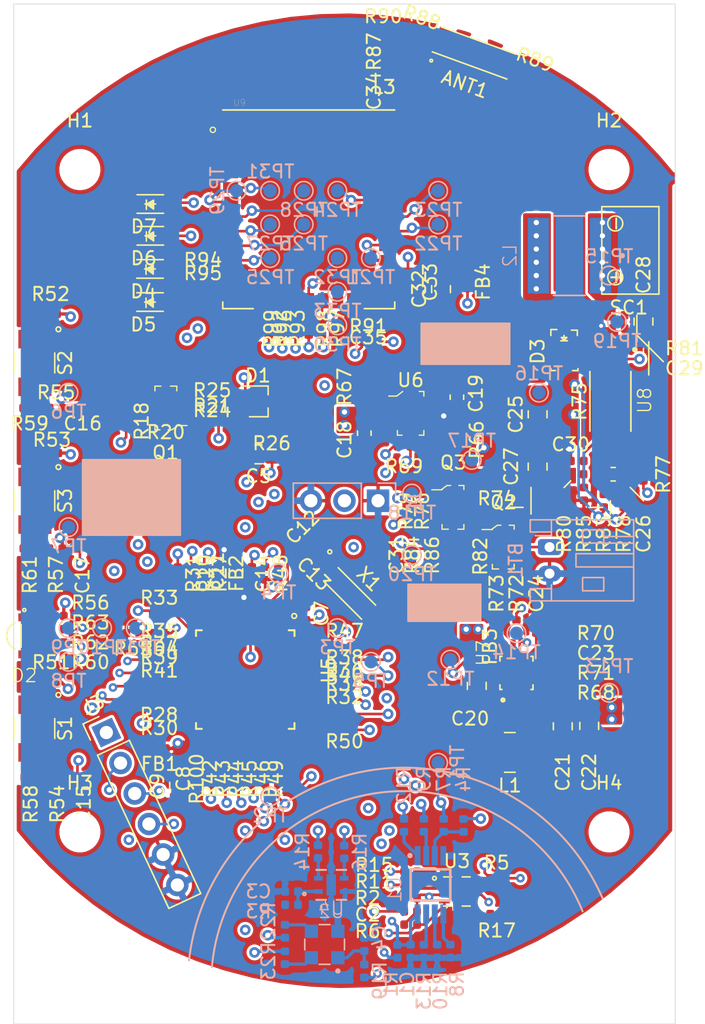
<source format=kicad_pcb>
(kicad_pcb (version 20171130) (host pcbnew "(5.1.6)-1")
  (layers (0 F.Cu signal) (1 In1.Cu signal hide) (2 In2.Cu signal hide) (31 B.Cu signal hide) (34 B.Paste user hide) (35 F.Paste user) (36 B.SilkS user hide) (37 F.SilkS user) (38 B.Mask user hide) (39 F.Mask user) (44 Edge.Cuts user))
  (net 0 "")
  (net 1 "Net-(ANT1-Pad1)")
  (net 2 "Net-(ANT1-Pad3)")
  (net 3 GND)
  (net 4 +BATT)
  (net 5 /sensors/VDD_TEMP)
  (net 6 /sensors/VDD_LIGHT)
  (net 7 /sensors/VDD_HUM)
  (net 8 /sensors/VDD_PRES)
  (net 9 /mcu/HYGRO_VOLTAGE)
  (net 10 VDD)
  (net 11 VDDA)
  (net 12 /mcu/OSC32_IN)
  (net 13 /mcu/OSC32_OUT)
  (net 14 /mcu/MCU_RST_N)
  (net 15 /mcu/BTN_USER_3)
  (net 16 /mcu/BTN_USER_2)
  (net 17 /mcu/BTN_USER)
  (net 18 /power/SOLAR_OUT)
  (net 19 /power/DCDC_VIN)
  (net 20 +3V0)
  (net 21 "Net-(C23-Pad1)")
  (net 22 "Net-(C24-Pad2)")
  (net 23 "Net-(C25-Pad2)")
  (net 24 "Net-(C26-Pad2)")
  (net 25 "Net-(C26-Pad1)")
  (net 26 "Net-(C28-Pad1)")
  (net 27 "Net-(C29-Pad2)")
  (net 28 "Net-(C30-Pad2)")
  (net 29 /mcu/BATT_MEASURE)
  (net 30 /modem/VDD_SIGFOX)
  (net 31 "Net-(C34-Pad2)")
  (net 32 "Net-(C34-Pad1)")
  (net 33 /mcu/SIGFOX_RST_N)
  (net 34 "Net-(D1-Pad1)")
  (net 35 "Net-(D2-Pad1)")
  (net 36 "Net-(D2-Pad4)")
  (net 37 "Net-(D2-Pad2)")
  (net 38 "Net-(D2-Pad3)")
  (net 39 /mcu/MCU_SWCLK)
  (net 40 /mcu/MCU_SWDIO)
  (net 41 "Net-(L1-Pad2)")
  (net 42 "Net-(L1-Pad1)")
  (net 43 "Net-(L2-Pad2)")
  (net 44 "Net-(Q1-Pad1)")
  (net 45 "Net-(Q1-Pad2)")
  (net 46 "Net-(Q1-Pad3)")
  (net 47 "Net-(Q3-Pad1)")
  (net 48 "Net-(R4-Pad1)")
  (net 49 "Net-(R5-Pad1)")
  (net 50 /mcu/LIGHT_INT)
  (net 51 /mcu/TEMP_ALERT)
  (net 52 "Net-(R8-Pad2)")
  (net 53 "Net-(R9-Pad2)")
  (net 54 /mcu/I2C_SCL)
  (net 55 "Net-(R10-Pad2)")
  (net 56 "Net-(R11-Pad2)")
  (net 57 /mcu/I2C_SDA)
  (net 58 "Net-(R12-Pad1)")
  (net 59 "Net-(R13-Pad2)")
  (net 60 "Net-(R14-Pad2)")
  (net 61 "Net-(R15-Pad1)")
  (net 62 "Net-(R16-Pad1)")
  (net 63 "Net-(R17-Pad2)")
  (net 64 /mcu/HYGRO_PWM_N)
  (net 65 "Net-(R22-Pad2)")
  (net 66 "Net-(R23-Pad1)")
  (net 67 "Net-(R27-Pad2)")
  (net 68 /mcu/LED_BLUE)
  (net 69 "Net-(R28-Pad1)")
  (net 70 "Net-(R29-Pad2)")
  (net 71 /mcu/BATT_MEASURE_EN)
  (net 72 "Net-(R30-Pad1)")
  (net 73 "Net-(R31-Pad2)")
  (net 74 /mcu/SIGFOX_TX)
  (net 75 /mcu/SIGFOX_WAKE_UP)
  (net 76 "Net-(R32-Pad1)")
  (net 77 "Net-(R33-Pad2)")
  (net 78 /mcu/SIGFOX_RX)
  (net 79 "Net-(R34-Pad1)")
  (net 80 "Net-(R35-Pad2)")
  (net 81 /mcu/HW_VERSION)
  (net 82 "Net-(R36-Pad1)")
  (net 83 "Net-(R37-Pad2)")
  (net 84 "Net-(R38-Pad1)")
  (net 85 "Net-(R39-Pad2)")
  (net 86 /mcu/LED_RED)
  (net 87 "Net-(R40-Pad2)")
  (net 88 /mcu/DCDC_POWER_GOOD)
  (net 89 "Net-(R41-Pad2)")
  (net 90 /mcu/LED_GREEN)
  (net 91 "Net-(R42-Pad2)")
  (net 92 "Net-(R43-Pad2)")
  (net 93 "Net-(R44-Pad2)")
  (net 94 "Net-(R45-Pad2)")
  (net 95 "Net-(R46-Pad2)")
  (net 96 "Net-(R47-Pad1)")
  (net 97 "Net-(R49-Pad2)")
  (net 98 "Net-(R50-Pad2)")
  (net 99 "Net-(R51-Pad2)")
  (net 100 "Net-(R52-Pad2)")
  (net 101 "Net-(R53-Pad2)")
  (net 102 "Net-(R54-Pad1)")
  (net 103 "Net-(R55-Pad1)")
  (net 104 "Net-(R57-Pad1)")
  (net 105 "Net-(R66-Pad2)")
  (net 106 "Net-(R67-Pad1)")
  (net 107 "Net-(R70-Pad2)")
  (net 108 "Net-(R73-Pad1)")
  (net 109 "Net-(R77-Pad1)")
  (net 110 "Net-(R82-Pad2)")
  (net 111 "Net-(R87-Pad2)")
  (net 112 "Net-(R92-Pad2)")
  (net 113 "Net-(R93-Pad1)")
  (net 114 "Net-(R94-Pad2)")
  (net 115 "Net-(R95-Pad2)")
  (net 116 "Net-(R96-Pad1)")
  (net 117 "Net-(R97-Pad1)")
  (net 118 "Net-(R98-Pad1)")
  (net 119 "Net-(TP21-Pad1)")
  (net 120 "Net-(TP22-Pad1)")
  (net 121 "Net-(TP23-Pad1)")
  (net 122 "Net-(TP24-Pad1)")
  (net 123 "Net-(TP25-Pad1)")
  (net 124 "Net-(TP26-Pad1)")
  (net 125 "Net-(TP27-Pad1)")
  (net 126 "Net-(TP28-Pad1)")
  (net 127 "Net-(TP29-Pad1)")
  (net 128 "Net-(TP31-Pad1)")
  (net 129 "Net-(TP33-Pad1)")
  (net 130 "Net-(Q2-Pad1)")
  (net 131 "Net-(Q2-Pad2)")
  (net 132 /mcu/CHG_STATE_N)
  (net 133 "Net-(R100-Pad2)")
  (net 134 "Net-(D4-Pad2)")
  (net 135 "Net-(D5-Pad2)")
  (net 136 "Net-(D7-Pad2)")
  (net 137 "Net-(D6-Pad2)")
  (module Connector_PinSocket_2.54mm:PinSocket_1x03_P2.54mm_Vertical (layer B.Cu) (at 127.54 125 90)
    (fp_text reference J1 (at 0 2.77 90) (layer B.SilkS) (effects (justify mirror)))
    (fp_text value Conn_01x03_Female)
    (pad 3 thru_hole oval (at 0 -5.08 90) (size 1.7 1.7) (drill 1) (layers *.Cu *.Mask) (net 3 GND))
    (pad 2 thru_hole oval (at 0 -2.54 90) (size 1.7 1.7) (drill 1) (layers *.Cu *.Mask) (net 34 "Net-(D1-Pad1)"))
    (pad 1 thru_hole rect (at 0 0 90) (size 1.7 1.7) (drill 1) (layers *.Cu *.Mask) (net 3 GND))
  )
  (module MountingHole:MountingHole_2.7mm_M2.5 (layer F.Cu) (at 145 150)
    (fp_text reference H4 (at 0 -3.7) (layer F.SilkS))
    (fp_text value M2.5)
    (pad 1 np_thru_hole circle (at 0 0) (size 2.7 2.7) (drill 2.7) (layers *.Cu *.Mask))
  )
  (module MountingHole:MountingHole_2.7mm_M2.5 (layer F.Cu) (at 105 150)
    (fp_text reference H3 (at 0 -3.7) (layer F.SilkS))
    (fp_text value M2.5)
    (pad 1 np_thru_hole circle (at 0 0) (size 2.7 2.7) (drill 2.7) (layers *.Cu *.Mask))
  )
  (module MountingHole:MountingHole_2.7mm_M2.5 (layer F.Cu) (at 145 100)
    (fp_text reference H2 (at 0 -3.7) (layer F.SilkS))
    (fp_text value M2.5)
    (pad 1 np_thru_hole circle (at 0 0) (size 2.7 2.7) (drill 2.7) (layers *.Cu *.Mask))
  )
  (module MountingHole:MountingHole_2.7mm_M2.5 (layer F.Cu) (at 105 100)
    (fp_text reference H1 (at 0 -3.7) (layer F.SilkS))
    (fp_text value M2.5)
    (pad 1 np_thru_hole circle (at 0 0) (size 2.7 2.7) (drill 2.7) (layers *.Cu *.Mask))
  )
  (module plant_monitor:STM32L071KBT6 (layer F.Cu) (at 117.5 138.5 270)
    (fp_text reference U5 (at -0.7 -6.3 90) (layer F.SilkS))
    (fp_text value STM32L071KBT6 hide)
    (pad 1 smd rect (at -4.270751 -2.799999) (size 0.5 1.35) (layers F.Cu F.Paste F.Mask) (net 10 VDD))
    (pad 2 smd rect (at -4.270751 -2.000001) (size 0.5 1.35) (layers F.Cu F.Paste F.Mask) (net 12 /mcu/OSC32_IN))
    (pad 3 smd rect (at -4.270751 -1.2) (size 0.5 1.35) (layers F.Cu F.Paste F.Mask) (net 13 /mcu/OSC32_OUT))
    (pad 4 smd rect (at -4.270751 -0.399999) (size 0.5 1.35) (layers F.Cu F.Paste F.Mask) (net 14 /mcu/MCU_RST_N))
    (pad 5 smd rect (at -4.270751 0.399999) (size 0.5 1.35) (layers F.Cu F.Paste F.Mask) (net 11 VDDA))
    (pad 6 smd rect (at -4.270751 1.2) (size 0.5 1.35) (layers F.Cu F.Paste F.Mask) (net 67 "Net-(R27-Pad2)"))
    (pad 7 smd rect (at -4.270751 1.999999) (size 0.5 1.35) (layers F.Cu F.Paste F.Mask) (net 70 "Net-(R29-Pad2)"))
    (pad 8 smd rect (at -4.270751 2.799999) (size 0.5 1.35) (layers F.Cu F.Paste F.Mask) (net 73 "Net-(R31-Pad2)"))
    (pad 9 smd rect (at -2.799999 4.270751 270) (size 0.5 1.35) (layers F.Cu F.Paste F.Mask) (net 77 "Net-(R33-Pad2)"))
    (pad 10 smd rect (at -2.000001 4.270751 270) (size 0.5 1.35) (layers F.Cu F.Paste F.Mask) (net 80 "Net-(R35-Pad2)"))
    (pad 11 smd rect (at -1.2 4.270751 270) (size 0.5 1.35) (layers F.Cu F.Paste F.Mask) (net 83 "Net-(R37-Pad2)"))
    (pad 12 smd rect (at -0.399999 4.270751 270) (size 0.5 1.35) (layers F.Cu F.Paste F.Mask) (net 85 "Net-(R39-Pad2)"))
    (pad 13 smd rect (at 0.399999 4.270751 270) (size 0.5 1.35) (layers F.Cu F.Paste F.Mask) (net 89 "Net-(R41-Pad2)"))
    (pad 14 smd rect (at 1.2 4.270751 270) (size 0.5 1.35) (layers F.Cu F.Paste F.Mask) (net 69 "Net-(R28-Pad1)"))
    (pad 15 smd rect (at 1.999999 4.270751 270) (size 0.5 1.35) (layers F.Cu F.Paste F.Mask) (net 72 "Net-(R30-Pad1)"))
    (pad 16 smd rect (at 2.799999 4.270751 270) (size 0.5 1.35) (layers F.Cu F.Paste F.Mask) (net 3 GND))
    (pad 17 smd rect (at 4.270751 2.799999) (size 0.5 1.35) (layers F.Cu F.Paste F.Mask) (net 10 VDD))
    (pad 18 smd rect (at 4.270751 2.000001) (size 0.5 1.35) (layers F.Cu F.Paste F.Mask) (net 133 "Net-(R100-Pad2)"))
    (pad 19 smd rect (at 4.270751 1.2) (size 0.5 1.35) (layers F.Cu F.Paste F.Mask) (net 91 "Net-(R42-Pad2)"))
    (pad 20 smd rect (at 4.270751 0.399999) (size 0.5 1.35) (layers F.Cu F.Paste F.Mask) (net 92 "Net-(R43-Pad2)"))
    (pad 21 smd rect (at 4.270751 -0.399999) (size 0.5 1.35) (layers F.Cu F.Paste F.Mask) (net 93 "Net-(R44-Pad2)"))
    (pad 22 smd rect (at 4.270751 -1.2) (size 0.5 1.35) (layers F.Cu F.Paste F.Mask) (net 94 "Net-(R45-Pad2)"))
    (pad 23 smd rect (at 4.270751 -1.999999) (size 0.5 1.35) (layers F.Cu F.Paste F.Mask) (net 95 "Net-(R46-Pad2)"))
    (pad 24 smd rect (at 4.270751 -2.799999) (size 0.5 1.35) (layers F.Cu F.Paste F.Mask) (net 97 "Net-(R49-Pad2)"))
    (pad 25 smd rect (at 2.799999 -4.270751 270) (size 0.5 1.35) (layers F.Cu F.Paste F.Mask) (net 98 "Net-(R50-Pad2)"))
    (pad 26 smd rect (at 2.000001 -4.270751 270) (size 0.5 1.35) (layers F.Cu F.Paste F.Mask) (net 76 "Net-(R32-Pad1)"))
    (pad 27 smd rect (at 1.2 -4.270751 270) (size 0.5 1.35) (layers F.Cu F.Paste F.Mask) (net 79 "Net-(R34-Pad1)"))
    (pad 28 smd rect (at 0.399999 -4.270751 270) (size 0.5 1.35) (layers F.Cu F.Paste F.Mask) (net 82 "Net-(R36-Pad1)"))
    (pad 29 smd rect (at -0.399999 -4.270751 270) (size 0.5 1.35) (layers F.Cu F.Paste F.Mask) (net 84 "Net-(R38-Pad1)"))
    (pad 30 smd rect (at -1.2 -4.270751 270) (size 0.5 1.35) (layers F.Cu F.Paste F.Mask) (net 87 "Net-(R40-Pad2)"))
    (pad 31 smd rect (at -1.999999 -4.270751 270) (size 0.5 1.35) (layers F.Cu F.Paste F.Mask) (net 96 "Net-(R47-Pad1)"))
    (pad 32 smd rect (at -2.799999 -4.270751 270) (size 0.5 1.35) (layers F.Cu F.Paste F.Mask) (net 3 GND))
  )
  (module Resistor_SMD:R_0402_1005Metric (layer F.Cu) (at 115 146 90)
    (fp_text reference R100 (at 0 -1.17 90) (layer F.SilkS))
    (fp_text value 0R)
    (pad 2 smd roundrect (at 0.485 0 90) (size 0.59 0.64) (layers F.Cu F.Paste F.Mask) (net 133 "Net-(R100-Pad2)"))
    (pad 1 smd roundrect (at -0.485 0 90) (size 0.59 0.64) (layers F.Cu F.Paste F.Mask) (net 132 /mcu/CHG_STATE_N))
  )
  (module Capacitor_SMD:C_0402_1005Metric (layer F.Cu) (at 126.785 111.5 180)
    (fp_text reference C35 (at 0 -1.17) (layer F.SilkS))
    (fp_text value "100nF 50V")
    (pad 2 smd roundrect (at 0.485 0 180) (size 0.59 0.64) (layers F.Cu F.Paste F.Mask) (net 33 /mcu/SIGFOX_RST_N))
    (pad 1 smd roundrect (at -0.485 0 180) (size 0.59 0.64) (layers F.Cu F.Paste F.Mask) (net 3 GND))
  )
  (module Capacitor_SMD:C_0402_1005Metric (layer F.Cu) (at 128.4 94.07 90)
    (fp_text reference C34 (at 0 -1.17 90) (layer F.SilkS))
    (fp_text value 100pF)
    (pad 2 smd roundrect (at 0.485 0 90) (size 0.59 0.64) (layers F.Cu F.Paste F.Mask) (net 31 "Net-(C34-Pad2)"))
    (pad 1 smd roundrect (at -0.485 0 90) (size 0.59 0.64) (layers F.Cu F.Paste F.Mask) (net 32 "Net-(C34-Pad1)"))
  )
  (module Capacitor_SMD:C_0402_1005Metric (layer F.Cu) (at 130.3 108.5 270)
    (fp_text reference C33 (at 0 -1.17 90) (layer F.SilkS))
    (fp_text value "100nF 50V")
    (pad 2 smd roundrect (at 0.485 0 270) (size 0.59 0.64) (layers F.Cu F.Paste F.Mask) (net 3 GND))
    (pad 1 smd roundrect (at -0.485 0 270) (size 0.59 0.64) (layers F.Cu F.Paste F.Mask) (net 30 /modem/VDD_SIGFOX))
  )
  (module Capacitor_SMD:C_0603_1608Metric (layer F.Cu) (at 145.3125 123 180)
    (fp_text reference C26 (at -2.2875 -4.5 90) (layer F.SilkS))
    (fp_text value "1uF 16V")
    (pad 2 smd roundrect (at 0.7875 0 180) (size 0.875 0.95) (layers F.Cu F.Paste F.Mask) (net 24 "Net-(C26-Pad2)"))
    (pad 1 smd roundrect (at -0.7875 0 180) (size 0.875 0.95) (layers F.Cu F.Paste F.Mask) (net 25 "Net-(C26-Pad1)"))
  )
  (module Capacitor_SMD:C_0603_1608Metric (layer F.Cu) (at 133.5 117.1875 270)
    (fp_text reference C19 (at -0.2875 -1.43 90) (layer F.SilkS))
    (fp_text value "1uF 16V")
    (pad 2 smd roundrect (at 0.7875 0 270) (size 0.875 0.95) (layers F.Cu F.Paste F.Mask) (net 3 GND))
    (pad 1 smd roundrect (at -0.7875 0 270) (size 0.875 0.95) (layers F.Cu F.Paste F.Mask) (net 18 /power/SOLAR_OUT))
  )
  (module Capacitor_SMD:C_0603_1608Metric (layer F.Cu) (at 126.5 119.9 270)
    (fp_text reference C18 (at 0.5 1.5 90) (layer F.SilkS))
    (fp_text value "1uF 16V")
    (pad 2 smd roundrect (at 0.7875 0 270) (size 0.875 0.95) (layers F.Cu F.Paste F.Mask) (net 3 GND))
    (pad 1 smd roundrect (at -0.7875 0 270) (size 0.875 0.95) (layers F.Cu F.Paste F.Mask) (net 4 +BATT))
  )
  (module Capacitor_SMD:C_0402_1005Metric (layer F.Cu) (at 120 130.485 90)
    (fp_text reference C14 (at 0 -1.17 90) (layer F.SilkS))
    (fp_text value "100nF 50V")
    (pad 2 smd roundrect (at 0.485 0 90) (size 0.59 0.64) (layers F.Cu F.Paste F.Mask) (net 3 GND))
    (pad 1 smd roundrect (at -0.485 0 90) (size 0.59 0.64) (layers F.Cu F.Paste F.Mask) (net 14 /mcu/MCU_RST_N))
  )
  (module Capacitor_SMD:C_0603_1608Metric (layer F.Cu) (at 116.8 130.3 90)
    (fp_text reference C11 (at 0 -1.43 90) (layer F.SilkS))
    (fp_text value "1uF 16V")
    (pad 2 smd roundrect (at 0.7875 0 90) (size 0.875 0.95) (layers F.Cu F.Paste F.Mask) (net 3 GND))
    (pad 1 smd roundrect (at -0.7875 0 90) (size 0.875 0.95) (layers F.Cu F.Paste F.Mask) (net 11 VDDA))
  )
  (module Capacitor_SMD:C_0805_2012Metric_Pad1.15x1.40mm_HandSolder (layer F.Cu) (at 118.5 121.5 180)
    (fp_text reference C5 (at 0 -1.65) (layer F.SilkS))
    (fp_text value "10uF 16V")
    (pad 2 smd roundrect (at 1.025 0 180) (size 1.15 1.4) (layers F.Cu F.Paste F.Mask) (roundrect_rratio 0.217391) (net 3 GND))
    (pad 1 smd roundrect (at -1.025 0 180) (size 1.15 1.4) (layers F.Cu F.Paste F.Mask) (roundrect_rratio 0.217391) (net 9 /mcu/HYGRO_VOLTAGE))
  )
  (module Capacitor_SMD:C_0402_1005Metric (layer B.Cu) (at 126.5 158.5 90)
    (fp_text reference C4 (at 0.485 1.17 90) (layer B.SilkS) (effects (justify mirror)))
    (fp_text value "100nF 50V")
    (pad 2 smd roundrect (at 0.485 0 90) (size 0.59 0.64) (layers B.Cu B.Paste B.Mask) (net 3 GND))
    (pad 1 smd roundrect (at -0.485 0 90) (size 0.59 0.64) (layers B.Cu B.Paste B.Mask) (net 8 /sensors/VDD_PRES))
  )
  (module Capacitor_SMD:C_0402_1005Metric (layer B.Cu) (at 121 154.5 180)
    (fp_text reference C3 (at 2.5 0) (layer B.SilkS) (effects (justify mirror)))
    (fp_text value "100nF 50V")
    (pad 2 smd roundrect (at 0.485 0 180) (size 0.59 0.64) (layers B.Cu B.Paste B.Mask) (net 3 GND))
    (pad 1 smd roundrect (at -0.485 0 180) (size 0.59 0.64) (layers B.Cu B.Paste B.Mask) (net 7 /sensors/VDD_HUM))
  )
  (module Capacitor_SMD:C_0402_1005Metric (layer F.Cu) (at 130 155 180)
    (fp_text reference C2 (at 3.25 -1.25) (layer F.SilkS))
    (fp_text value "100nF 50V")
    (pad 2 smd roundrect (at 0.485 0 180) (size 0.59 0.64) (layers F.Cu F.Paste F.Mask) (net 3 GND))
    (pad 1 smd roundrect (at -0.485 0 180) (size 0.59 0.64) (layers F.Cu F.Paste F.Mask) (net 6 /sensors/VDD_LIGHT))
  )
  (module Capacitor_SMD:C_0402_1005Metric (layer B.Cu) (at 130 159 270)
    (fp_text reference C1 (at 2.5 0.25 90) (layer B.SilkS) (effects (justify mirror)))
    (fp_text value "100nF 50V")
    (pad 2 smd roundrect (at 0.485 0 270) (size 0.59 0.64) (layers B.Cu B.Paste B.Mask) (net 3 GND))
    (pad 1 smd roundrect (at -0.485 0 270) (size 0.59 0.64) (layers B.Cu B.Paste B.Mask) (net 5 /sensors/VDD_TEMP))
  )
  (module sweet:XCVR_WSSFM10R1AT (layer F.Cu) (at 122.3 103)
    (fp_text reference U9 (at -5.227975 -8.057845) (layer F.SilkS) (effects (font (size 0.480181 0.480181) (thickness 0.015))))
    (fp_text value WSSFM10R1AT)
    (pad 1 smd rect (at -5.9 -6.05) (size 1.15 0.81) (layers F.Cu F.Paste F.Mask) (net 3 GND))
    (pad 2 smd rect (at -5.9 -4.95) (size 1.15 0.81) (layers F.Cu F.Paste F.Mask) (net 3 GND))
    (pad 3 smd rect (at -5.9 -3.85) (size 1.15 0.81) (layers F.Cu F.Paste F.Mask) (net 3 GND))
    (pad 4 smd rect (at -5.9 -2.75) (size 1.15 0.81) (layers F.Cu F.Paste F.Mask) (net 3 GND))
    (pad 5 smd rect (at -5.9 -1.65) (size 1.15 0.81) (layers F.Cu F.Paste F.Mask) (net 128 "Net-(TP31-Pad1)"))
    (pad 6 smd rect (at -5.9 -0.55) (size 1.15 0.81) (layers F.Cu F.Paste F.Mask) (net 127 "Net-(TP29-Pad1)"))
    (pad 7 smd rect (at -5.9 0.55) (size 1.15 0.81) (layers F.Cu F.Paste F.Mask) (net 126 "Net-(TP28-Pad1)"))
    (pad 8 smd rect (at -5.9 1.65) (size 1.15 0.81) (layers F.Cu F.Paste F.Mask) (net 125 "Net-(TP27-Pad1)"))
    (pad 9 smd rect (at -5.9 2.75) (size 1.15 0.81) (layers F.Cu F.Paste F.Mask) (net 124 "Net-(TP26-Pad1)"))
    (pad 10 smd rect (at -5.9 3.85) (size 1.15 0.81) (layers F.Cu F.Paste F.Mask) (net 123 "Net-(TP25-Pad1)"))
    (pad 11 smd rect (at -5.9 4.95) (size 1.15 0.81) (layers F.Cu F.Paste F.Mask) (net 114 "Net-(R94-Pad2)"))
    (pad 12 smd rect (at -5.9 6.05) (size 1.15 0.81) (layers F.Cu F.Paste F.Mask) (net 115 "Net-(R95-Pad2)"))
    (pad 13 smd rect (at -3.3 6.9) (size 0.81 1.15) (layers F.Cu F.Paste F.Mask) (net 116 "Net-(R96-Pad1)"))
    (pad 14 smd rect (at -2.2 6.9) (size 0.81 1.15) (layers F.Cu F.Paste F.Mask) (net 113 "Net-(R93-Pad1)"))
    (pad 15 smd rect (at -1.1 6.9) (size 0.81 1.15) (layers F.Cu F.Paste F.Mask) (net 112 "Net-(R92-Pad2)"))
    (pad 16 smd rect (at 0 6.9) (size 0.81 1.15) (layers F.Cu F.Paste F.Mask) (net 118 "Net-(R98-Pad1)"))
    (pad 17 smd rect (at 1.1 6.9) (size 0.81 1.15) (layers F.Cu F.Paste F.Mask) (net 117 "Net-(R97-Pad1)"))
    (pad 18 smd rect (at 2.2 6.9) (size 0.81 1.15) (layers F.Cu F.Paste F.Mask) (net 129 "Net-(TP33-Pad1)"))
    (pad 19 smd rect (at 3.3 6.9) (size 0.81 1.15) (layers F.Cu F.Paste F.Mask) (net 33 /mcu/SIGFOX_RST_N))
    (pad 20 smd rect (at 5.9 6.05) (size 1.15 0.81) (layers F.Cu F.Paste F.Mask) (net 3 GND))
    (pad 21 smd rect (at 5.9 4.95) (size 1.15 0.81) (layers F.Cu F.Paste F.Mask) (net 30 /modem/VDD_SIGFOX))
    (pad 22 smd rect (at 5.9 3.85) (size 1.15 0.81) (layers F.Cu F.Paste F.Mask) (net 3 GND))
    (pad 23 smd rect (at 5.9 2.75) (size 1.15 0.81) (layers F.Cu F.Paste F.Mask) (net 119 "Net-(TP21-Pad1)"))
    (pad 24 smd rect (at 5.9 1.65) (size 1.15 0.81) (layers F.Cu F.Paste F.Mask) (net 120 "Net-(TP22-Pad1)"))
    (pad 25 smd rect (at 5.9 0.55) (size 1.15 0.81) (layers F.Cu F.Paste F.Mask) (net 121 "Net-(TP23-Pad1)"))
    (pad 26 smd rect (at 5.9 -0.55) (size 1.15 0.81) (layers F.Cu F.Paste F.Mask) (net 122 "Net-(TP24-Pad1)"))
    (pad 27 smd rect (at 5.9 -1.65) (size 1.15 0.81) (layers F.Cu F.Paste F.Mask) (net 3 GND))
    (pad 28 smd rect (at 5.9 -2.75) (size 1.15 0.81) (layers F.Cu F.Paste F.Mask) (net 3 GND))
    (pad 29 smd rect (at 5.9 -3.85) (size 1.15 0.81) (layers F.Cu F.Paste F.Mask) (net 3 GND))
    (pad 30 smd rect (at 5.9 -4.95) (size 1.15 0.81) (layers F.Cu F.Paste F.Mask) (net 32 "Net-(C34-Pad1)"))
    (pad 31 smd rect (at 5.9 -6.05) (size 1.15 0.81) (layers F.Cu F.Paste F.Mask) (net 3 GND))
  )
  (module plant_monitor:SOP65P640X120-8N (layer F.Cu) (at 145.1 117.5 270)
    (fp_text reference U8 (at -0.075 -2.585 90) (layer F.SilkS) (effects (font (thickness 0.1))))
    (fp_text value SPV1040T)
    (pad 1 smd rect (at -2.88 -0.975 270) (size 1.56 0.41) (layers F.Cu F.Paste F.Mask) (net 27 "Net-(C29-Pad2)"))
    (pad 2 smd rect (at -2.88 -0.325 270) (size 1.56 0.41) (layers F.Cu F.Paste F.Mask) (net 3 GND))
    (pad 3 smd rect (at -2.88 0.325 270) (size 1.56 0.41) (layers F.Cu F.Paste F.Mask) (net 43 "Net-(L2-Pad2)"))
    (pad 4 smd rect (at -2.88 0.975 270) (size 1.56 0.41) (layers F.Cu F.Paste F.Mask) (net 23 "Net-(C25-Pad2)"))
    (pad 5 smd rect (at 2.88 0.975 270) (size 1.56 0.41) (layers F.Cu F.Paste F.Mask) (net 28 "Net-(C30-Pad2)"))
    (pad 6 smd rect (at 2.88 0.325 270) (size 1.56 0.41) (layers F.Cu F.Paste F.Mask) (net 24 "Net-(C26-Pad2)"))
    (pad 7 smd rect (at 2.88 -0.325 270) (size 1.56 0.41) (layers F.Cu F.Paste F.Mask) (net 25 "Net-(C26-Pad1)"))
    (pad 8 smd rect (at 2.88 -0.975 270) (size 1.56 0.41) (layers F.Cu F.Paste F.Mask) (net 109 "Net-(R77-Pad1)"))
  )
  (module plant_monitor:QFN50P250X250X100-12N (layer F.Cu) (at 138 138 90)
    (fp_text reference U7 (at 1.5 -2.5 90) (layer F.SilkS) (effects (font (thickness 0.1))))
    (fp_text value TPS63050RMWR)
    (pad 5 smd rect (at -0.25 1.185 90) (size 0.27 0.86) (layers F.Cu F.Paste F.Mask) (net 21 "Net-(C23-Pad1)"))
    (pad 6 smd rect (at 0.25 1.185 90) (size 0.27 0.86) (layers F.Cu F.Paste F.Mask) (net 107 "Net-(R70-Pad2)"))
    (pad 11 smd rect (at 0.25 -1.185 90) (size 0.27 0.86) (layers F.Cu F.Paste F.Mask) (net 19 /power/DCDC_VIN))
    (pad 12 smd rect (at -0.25 -1.185 90) (size 0.27 0.86) (layers F.Cu F.Paste F.Mask) (net 19 /power/DCDC_VIN))
    (pad 1 smd rect (at -1.185 -0.75 90) (size 0.86 0.27) (layers F.Cu F.Paste F.Mask) (net 42 "Net-(L1-Pad1)"))
    (pad 2 smd rect (at -1.185 -0.25 90) (size 0.86 0.27) (layers F.Cu F.Paste F.Mask) (net 3 GND))
    (pad 3 smd rect (at -1.185 0.25 90) (size 0.86 0.27) (layers F.Cu F.Paste F.Mask) (net 41 "Net-(L1-Pad2)"))
    (pad 4 smd rect (at -1.185 0.75 90) (size 0.86 0.27) (layers F.Cu F.Paste F.Mask) (net 20 +3V0))
    (pad 7 smd rect (at 1.185 0.75 90) (size 0.86 0.27) (layers F.Cu F.Paste F.Mask) (net 22 "Net-(C24-Pad2)"))
    (pad 8 smd rect (at 1.185 0.25 90) (size 0.86 0.27) (layers F.Cu F.Paste F.Mask) (net 88 /mcu/DCDC_POWER_GOOD))
    (pad 9 smd rect (at 1.185 -0.25 90) (size 0.86 0.27) (layers F.Cu F.Paste F.Mask) (net 3 GND))
    (pad 10 smd rect (at 1.185 -0.75 90) (size 0.86 0.27) (layers F.Cu F.Paste F.Mask) (net 108 "Net-(R73-Pad1)"))
  )
  (module digikey-footprints:SOT-23-6 (layer F.Cu) (at 130 118.4 270)
    (fp_text reference U6 (at -2.5 0) (layer F.SilkS))
    (fp_text value BQ21040)
    (pad 6 smd rect (at -0.95 -1.35 270) (size 0.55 1) (layers F.Cu F.Paste F.Mask) (net 18 /power/SOLAR_OUT))
    (pad 5 smd rect (at 0 -1.35 270) (size 0.55 1) (layers F.Cu F.Paste F.Mask) (net 3 GND))
    (pad 4 smd rect (at 0.95 -1.35 270) (size 0.55 1) (layers F.Cu F.Paste F.Mask) (net 105 "Net-(R66-Pad2)"))
    (pad 1 smd rect (at -0.95 1.35 270) (size 0.55 1) (layers F.Cu F.Paste F.Mask) (net 106 "Net-(R67-Pad1)"))
    (pad 2 smd rect (at 0 1.35 270) (size 0.55 1) (layers F.Cu F.Paste F.Mask) (net 4 +BATT))
    (pad 3 smd rect (at 0.95 1.35 270) (size 0.55 1) (layers F.Cu F.Paste F.Mask) (net 132 /mcu/CHG_STATE_N))
  )
  (module plant_monitor:TE_MS563702BA03-50 (layer B.Cu) (at 123.5 158.5 90)
    (fp_text reference U4 (at 2.75 0.5 180) (layer B.SilkS) (effects (font (thickness 0.1)) (justify mirror)))
    (fp_text value MS563702BA03-50)
    (pad 1 smd rect (at -1 1 90) (size 1 1) (layers B.Cu B.Paste B.Mask) (net 8 /sensors/VDD_PRES))
    (pad 4 smd rect (at 1 1 90) (size 1 1) (layers B.Cu B.Paste B.Mask) (net 3 GND))
    (pad 3 smd rect (at 1 -1 90) (size 1 1) (layers B.Cu B.Paste B.Mask) (net 65 "Net-(R22-Pad2)"))
    (pad 2 smd rect (at -1 -1 90) (size 1 1) (layers B.Cu B.Paste B.Mask) (net 66 "Net-(R23-Pad1)"))
  )
  (module plant_monitor:SI1133-AA00-GMR (layer F.Cu) (at 133.5 154.5)
    (fp_text reference U3 (at 0 -2.286) (layer F.SilkS))
    (fp_text value SI1133-AA00-GMR)
    (pad 10 smd rect (at 0 -0.95 270) (size 0.8 0.3) (layers F.Cu F.Paste F.Mask))
    (pad 5 smd rect (at 0 0.95 90) (size 0.8 0.3) (layers F.Cu F.Paste F.Mask))
    (pad 6 smd rect (at 0.95 0.75 180) (size 0.8 0.3) (layers F.Cu F.Paste F.Mask) (net 63 "Net-(R17-Pad2)"))
    (pad 7 smd rect (at 0.95 0.25 180) (size 0.8 0.3) (layers F.Cu F.Paste F.Mask) (net 49 "Net-(R5-Pad1)"))
    (pad 8 smd rect (at 0.95 -0.25 180) (size 0.8 0.3) (layers F.Cu F.Paste F.Mask) (net 3 GND))
    (pad 9 smd rect (at 0.95 -0.75 180) (size 0.8 0.3) (layers F.Cu F.Paste F.Mask) (net 49 "Net-(R5-Pad1)"))
    (pad 4 smd rect (at -0.95 0.75) (size 0.8 0.3) (layers F.Cu F.Paste F.Mask) (net 50 /mcu/LIGHT_INT))
    (pad 3 smd rect (at -0.95 0.25) (size 0.8 0.3) (layers F.Cu F.Paste F.Mask) (net 6 /sensors/VDD_LIGHT))
    (pad 2 smd rect (at -0.95 -0.25) (size 0.8 0.3) (layers F.Cu F.Paste F.Mask) (net 56 "Net-(R11-Pad2)"))
    (pad 1 smd rect (at -0.95 -0.75) (size 0.8 0.3) (layers F.Cu F.Paste F.Mask) (net 61 "Net-(R15-Pad1)"))
  )
  (module plant_monitor:SHTC3 (layer B.Cu) (at 124 154)
    (fp_text reference U2 (at 0 2) (layer B.SilkS) (effects (font (thickness 0.1)) (justify mirror)))
    (fp_text value SHTC3)
    (pad 1 smd rect (at -0.9755 0.499999) (size 0.655599 0.35) (layers B.Cu B.Paste B.Mask) (net 7 /sensors/VDD_HUM))
    (pad 2 smd rect (at -0.9755 -0.499999) (size 0.655599 0.35) (layers B.Cu B.Paste B.Mask) (net 60 "Net-(R14-Pad2)"))
    (pad 3 smd rect (at 0.9755 -0.499999) (size 0.655599 0.35) (layers B.Cu B.Paste B.Mask) (net 62 "Net-(R16-Pad1)"))
    (pad 4 smd rect (at 0.9755 0.499999) (size 0.655599 0.35) (layers B.Cu B.Paste B.Mask) (net 3 GND))
    (pad 5 smd rect (at 0 0) (size 0.7112 1.6002) (layers B.Cu B.Paste B.Mask) (net 3 GND))
  )
  (module plant_monitor:SOP65P490X110-8N (layer B.Cu) (at 131.5 154 270)
    (fp_text reference U1 (at 0.34561 2.69975 90) (layer B.SilkS) (effects (font (thickness 0.1)) (justify mirror)))
    (fp_text value MCP9808T-E_MS)
    (pad 1 smd rect (at -2.2 0.975 270) (size 1.45 0.45) (layers B.Cu B.Paste B.Mask) (net 58 "Net-(R12-Pad1)"))
    (pad 2 smd rect (at -2.2 0.325 270) (size 1.45 0.45) (layers B.Cu B.Paste B.Mask) (net 53 "Net-(R9-Pad2)"))
    (pad 3 smd rect (at -2.2 -0.325 270) (size 1.45 0.45) (layers B.Cu B.Paste B.Mask) (net 48 "Net-(R4-Pad1)"))
    (pad 4 smd rect (at -2.2 -0.975 270) (size 1.45 0.45) (layers B.Cu B.Paste B.Mask) (net 3 GND))
    (pad 5 smd rect (at 2.2 -0.975 270) (size 1.45 0.45) (layers B.Cu B.Paste B.Mask) (net 52 "Net-(R8-Pad2)"))
    (pad 6 smd rect (at 2.2 -0.325 270) (size 1.45 0.45) (layers B.Cu B.Paste B.Mask) (net 55 "Net-(R10-Pad2)"))
    (pad 7 smd rect (at 2.2 0.325 270) (size 1.45 0.45) (layers B.Cu B.Paste B.Mask) (net 59 "Net-(R13-Pad2)"))
    (pad 8 smd rect (at 2.2 0.975 270) (size 1.45 0.45) (layers B.Cu B.Paste B.Mask) (net 5 /sensors/VDD_TEMP))
  )
  (module TestPoint:TestPoint_Pad_D1.0mm (layer B.Cu) (at 124.46 109.22)
    (fp_text reference TP33 (at 0 1.448) (layer B.SilkS) (effects (justify mirror)))
    (fp_text value TestPoint)
    (pad 1 smd circle (at 0 0) (size 1 1) (layers B.Cu B.Mask) (net 129 "Net-(TP33-Pad1)"))
  )
  (module TestPoint:TestPoint_Pad_D1.0mm (layer B.Cu) (at 124.46 106.68)
    (fp_text reference TP32 (at 0 1.448) (layer B.SilkS) (effects (justify mirror)))
    (fp_text value TestPoint)
    (pad 1 smd circle (at 0 0) (size 1 1) (layers B.Cu B.Mask) (net 118 "Net-(R98-Pad1)"))
  )
  (module TestPoint:TestPoint_Pad_D1.0mm (layer B.Cu) (at 119.38 101.6 180)
    (fp_text reference TP31 (at 0 1.448) (layer B.SilkS) (effects (justify mirror)))
    (fp_text value TestPoint)
    (pad 1 smd circle (at 0 0 180) (size 1 1) (layers B.Cu B.Mask) (net 128 "Net-(TP31-Pad1)"))
  )
  (module TestPoint:TestPoint_Pad_D1.0mm (layer B.Cu) (at 124.46 111.76)
    (fp_text reference TP30 (at 0 1.448) (layer B.SilkS) (effects (justify mirror)))
    (fp_text value TestPoint)
    (pad 1 smd circle (at 0 0) (size 1 1) (layers B.Cu B.Mask) (net 117 "Net-(R97-Pad1)"))
  )
  (module TestPoint:TestPoint_Pad_D1.0mm (layer B.Cu) (at 116.84 101.6 270)
    (fp_text reference TP29 (at 0 1.448 270) (layer B.SilkS) (effects (justify mirror)))
    (fp_text value TestPoint)
    (pad 1 smd circle (at 0 0 270) (size 1 1) (layers B.Cu B.Mask) (net 127 "Net-(TP29-Pad1)"))
  )
  (module TestPoint:TestPoint_Pad_D1.0mm (layer B.Cu) (at 121.92 101.6)
    (fp_text reference TP28 (at 0 1.448) (layer B.SilkS) (effects (justify mirror)))
    (fp_text value TestPoint)
    (pad 1 smd circle (at 0 0) (size 1 1) (layers B.Cu B.Mask) (net 126 "Net-(TP28-Pad1)"))
  )
  (module TestPoint:TestPoint_Pad_D1.0mm (layer B.Cu) (at 119.38 104.14)
    (fp_text reference TP27 (at 0 1.448) (layer B.SilkS) (effects (justify mirror)))
    (fp_text value TestPoint)
    (pad 1 smd circle (at 0 0) (size 1 1) (layers B.Cu B.Mask) (net 125 "Net-(TP27-Pad1)"))
  )
  (module TestPoint:TestPoint_Pad_D1.0mm (layer B.Cu) (at 121.92 104.14)
    (fp_text reference TP26 (at 0 1.448) (layer B.SilkS) (effects (justify mirror)))
    (fp_text value TestPoint)
    (pad 1 smd circle (at 0 0) (size 1 1) (layers B.Cu B.Mask) (net 124 "Net-(TP26-Pad1)"))
  )
  (module TestPoint:TestPoint_Pad_D1.0mm (layer B.Cu) (at 119.38 106.68)
    (fp_text reference TP25 (at 0 1.448) (layer B.SilkS) (effects (justify mirror)))
    (fp_text value TestPoint)
    (pad 1 smd circle (at 0 0) (size 1 1) (layers B.Cu B.Mask) (net 123 "Net-(TP25-Pad1)"))
  )
  (module TestPoint:TestPoint_Pad_D1.0mm (layer B.Cu) (at 124.46 101.6)
    (fp_text reference TP24 (at 0 1.448) (layer B.SilkS) (effects (justify mirror)))
    (fp_text value TestPoint)
    (pad 1 smd circle (at 0 0) (size 1 1) (layers B.Cu B.Mask) (net 122 "Net-(TP24-Pad1)"))
  )
  (module TestPoint:TestPoint_Pad_D1.0mm (layer B.Cu) (at 132.08 101.6)
    (fp_text reference TP23 (at 0 1.448) (layer B.SilkS) (effects (justify mirror)))
    (fp_text value TestPoint)
    (pad 1 smd circle (at 0 0) (size 1 1) (layers B.Cu B.Mask) (net 121 "Net-(TP23-Pad1)"))
  )
  (module TestPoint:TestPoint_Pad_D1.0mm (layer B.Cu) (at 132.08 104.14)
    (fp_text reference TP22 (at 0 1.448) (layer B.SilkS) (effects (justify mirror)))
    (fp_text value TestPoint)
    (pad 1 smd circle (at 0 0) (size 1 1) (layers B.Cu B.Mask) (net 120 "Net-(TP22-Pad1)"))
  )
  (module TestPoint:TestPoint_Pad_D1.0mm (layer B.Cu) (at 127 106.68)
    (fp_text reference TP21 (at 0 1.448) (layer B.SilkS) (effects (justify mirror)))
    (fp_text value TestPoint)
    (pad 1 smd circle (at 0 0) (size 1 1) (layers B.Cu B.Mask) (net 119 "Net-(TP21-Pad1)"))
  )
  (module TestPoint:TestPoint_Pad_D1.0mm (layer B.Cu) (at 130.1 129.1)
    (fp_text reference TP20 (at 0 1.448) (layer B.SilkS) (effects (justify mirror)))
    (fp_text value TestPoint)
    (pad 1 smd circle (at 0 0) (size 1 1) (layers B.Cu B.Mask) (net 29 /mcu/BATT_MEASURE))
  )
  (module TestPoint:TestPoint_Pad_D1.0mm (layer B.Cu) (at 145.6 111.5)
    (fp_text reference TP19 (at 0 1.448) (layer B.SilkS) (effects (justify mirror)))
    (fp_text value TestPoint)
    (pad 1 smd circle (at 0 0) (size 1 1) (layers B.Cu B.Mask) (net 27 "Net-(C29-Pad2)"))
  )
  (module TestPoint:TestPoint_Pad_D1.0mm (layer B.Cu) (at 130.1 124.46)
    (fp_text reference TP18 (at 0 1.448) (layer B.SilkS) (effects (justify mirror)))
    (fp_text value TestPoint)
    (pad 1 smd circle (at 0 0) (size 1 1) (layers B.Cu B.Mask) (net 47 "Net-(Q3-Pad1)"))
  )
  (module TestPoint:TestPoint_Pad_D1.0mm (layer B.Cu) (at 134.62 121.92 180)
    (fp_text reference TP17 (at 0 1.448) (layer B.SilkS) (effects (justify mirror)))
    (fp_text value TestPoint)
    (pad 1 smd circle (at 0 0 180) (size 1 1) (layers B.Cu B.Mask) (net 18 /power/SOLAR_OUT))
  )
  (module TestPoint:TestPoint_Pad_D1.0mm (layer B.Cu) (at 139.7 116.84 180)
    (fp_text reference TP16 (at 0 1.448) (layer B.SilkS) (effects (justify mirror)))
    (fp_text value TestPoint)
    (pad 1 smd circle (at 0 0 180) (size 1 1) (layers B.Cu B.Mask) (net 23 "Net-(C25-Pad2)"))
  )
  (module TestPoint:TestPoint_Pad_D1.0mm (layer B.Cu) (at 145 108 180)
    (fp_text reference TP15 (at 0 1.448) (layer B.SilkS) (effects (justify mirror)))
    (fp_text value TestPoint)
    (pad 1 smd circle (at 0 0 180) (size 1 1) (layers B.Cu B.Mask) (net 26 "Net-(C28-Pad1)"))
  )
  (module TestPoint:TestPoint_Pad_D1.0mm (layer B.Cu) (at 138 135)
    (fp_text reference TP14 (at 0 1.448) (layer B.SilkS) (effects (justify mirror)))
    (fp_text value TestPoint)
    (pad 1 smd circle (at 0 0) (size 1 1) (layers B.Cu B.Mask) (net 88 /mcu/DCDC_POWER_GOOD))
  )
  (module TestPoint:TestPoint_Pad_D1.0mm (layer B.Cu) (at 145 139.5)
    (fp_text reference TP13 (at 0 -2) (layer B.SilkS) (effects (justify mirror)))
    (fp_text value TestPoint)
    (pad 1 smd circle (at 0 0) (size 1 1) (layers B.Cu B.Mask) (net 20 +3V0))
  )
  (module TestPoint:TestPoint_Pad_D1.0mm (layer B.Cu) (at 133 137)
    (fp_text reference TP12 (at 0 1.448) (layer B.SilkS) (effects (justify mirror)))
    (fp_text value TestPoint)
    (pad 1 smd circle (at 0 0) (size 1 1) (layers B.Cu B.Mask) (net 19 /power/DCDC_VIN))
  )
  (module TestPoint:TestPoint_Pad_D1.0mm (layer B.Cu) (at 109.22 134.62)
    (fp_text reference TP11 (at 0 1.448) (layer B.SilkS) (effects (justify mirror)))
    (fp_text value TestPoint)
    (pad 1 smd circle (at 0 0) (size 1 1) (layers B.Cu B.Mask) (net 81 /mcu/HW_VERSION))
  )
  (module TestPoint:TestPoint_Pad_D1.0mm (layer B.Cu) (at 106.68 134.62)
    (fp_text reference TP10 (at 0 1.448) (layer B.SilkS) (effects (justify mirror)))
    (fp_text value TestPoint)
    (pad 1 smd circle (at 0 0) (size 1 1) (layers B.Cu B.Mask) (net 68 /mcu/LED_BLUE))
  )
  (module TestPoint:TestPoint_Pad_D1.0mm (layer B.Cu) (at 104.14 134.62)
    (fp_text reference TP9 (at 0 1.448) (layer B.SilkS) (effects (justify mirror)))
    (fp_text value TestPoint)
    (pad 1 smd circle (at 0 0) (size 1 1) (layers B.Cu B.Mask) (net 90 /mcu/LED_GREEN))
  )
  (module TestPoint:TestPoint_Pad_D1.0mm (layer B.Cu) (at 104.14 137.16)
    (fp_text reference TP8 (at 0 1.448) (layer B.SilkS) (effects (justify mirror)))
    (fp_text value TestPoint)
    (pad 1 smd circle (at 0 0) (size 1 1) (layers B.Cu B.Mask) (net 86 /mcu/LED_RED))
  )
  (module TestPoint:TestPoint_Pad_D1.0mm (layer B.Cu) (at 104.14 127)
    (fp_text reference TP7 (at 0 1.448) (layer B.SilkS) (effects (justify mirror)))
    (fp_text value TestPoint)
    (pad 1 smd circle (at 0 0) (size 1 1) (layers B.Cu B.Mask) (net 17 /mcu/BTN_USER))
  )
  (module TestPoint:TestPoint_Pad_D1.0mm (layer B.Cu) (at 104.14 116.84)
    (fp_text reference TP6 (at 0 1.448) (layer B.SilkS) (effects (justify mirror)))
    (fp_text value TestPoint)
    (pad 1 smd circle (at 0 0) (size 1 1) (layers B.Cu B.Mask) (net 16 /mcu/BTN_USER_2))
  )
  (module TestPoint:TestPoint_Pad_D1.0mm (layer B.Cu) (at 127 137.16)
    (fp_text reference TP5 (at 0 1.448) (layer B.SilkS) (effects (justify mirror)))
    (fp_text value TestPoint)
    (pad 1 smd circle (at 0 0) (size 1 1) (layers B.Cu B.Mask) (net 15 /mcu/BTN_USER_3))
  )
  (module TestPoint:TestPoint_Pad_D1.0mm (layer B.Cu) (at 120 130.485)
    (fp_text reference TP4 (at 0 1.448) (layer B.SilkS) (effects (justify mirror)))
    (fp_text value TestPoint)
    (pad 1 smd circle (at 0 0) (size 1 1) (layers B.Cu B.Mask) (net 14 /mcu/MCU_RST_N))
  )
  (module TestPoint:TestPoint_Pad_D1.0mm (layer B.Cu) (at 124.46 134.62)
    (fp_text reference TP3 (at 0 1.448) (layer B.SilkS) (effects (justify mirror)))
    (fp_text value TestPoint)
    (pad 1 smd circle (at 0 0) (size 1 1) (layers B.Cu B.Mask) (net 96 "Net-(R47-Pad1)"))
  )
  (module TestPoint:TestPoint_Pad_D1.0mm (layer B.Cu) (at 119.38 147.32)
    (fp_text reference TP2 (at 0 1.448) (layer B.SilkS) (effects (justify mirror)))
    (fp_text value TestPoint)
    (pad 1 smd circle (at 0 0) (size 1 1) (layers B.Cu B.Mask) (net 50 /mcu/LIGHT_INT))
  )
  (module TestPoint:TestPoint_Pad_D1.0mm (layer B.Cu) (at 132.08 144.78 90)
    (fp_text reference TP1 (at 0 1.448 270) (layer B.SilkS) (effects (justify mirror)))
    (fp_text value TestPoint)
    (pad 1 smd circle (at 0 0 90) (size 1 1) (layers B.Cu B.Mask) (net 51 /mcu/TEMP_ALERT))
  )
  (module plant_monitor:SOLAR_CELL (layer F.Cu) (at 147.5 106.1 270)
    (fp_text reference SC1 (at 4.318 1.016) (layer F.SilkS))
    (fp_text value Solar_Cell)
    (fp_text user - (at -2.032 2.032 90) (layer F.SilkS))
    (fp_text user + (at 2.032 2.032 90) (layer F.SilkS))
    (pad 2 smd rect (at -2 0 270) (size 2 2) (layers F.Cu F.Paste F.Mask) (net 3 GND))
    (pad 1 smd rect (at 2 0 270) (size 2 2) (layers F.Cu F.Paste F.Mask) (net 26 "Net-(C28-Pad1)"))
  )
  (module plant_monitor:EVQP7A01K (layer F.Cu) (at 101.6 125 270)
    (fp_text reference S3 (at 0 -2.286 90) (layer F.SilkS))
    (fp_text value EVQP7A01K)
    (pad 4 smd rect (at 1.8 -0.725 270) (size 1.4 1.05) (layers F.Cu F.Paste F.Mask) (net 101 "Net-(R53-Pad2)"))
    (pad 3 smd rect (at 1.8 0.725 270) (size 1.4 1.05) (layers F.Cu F.Paste F.Mask) (net 104 "Net-(R57-Pad1)"))
    (pad 2 smd rect (at -1.8 0.725 270) (size 1.4 1.05) (layers F.Cu F.Paste F.Mask) (net 104 "Net-(R57-Pad1)"))
    (pad 1 smd rect (at -1.8 -0.725 270) (size 1.4 1.05) (layers F.Cu F.Paste F.Mask) (net 101 "Net-(R53-Pad2)"))
  )
  (module plant_monitor:EVQP7A01K (layer F.Cu) (at 101.6 114.6 270)
    (fp_text reference S2 (at 0 -2.286 90) (layer F.SilkS))
    (fp_text value EVQP7A01K)
    (pad 4 smd rect (at 1.8 -0.725 270) (size 1.4 1.05) (layers F.Cu F.Paste F.Mask) (net 100 "Net-(R52-Pad2)"))
    (pad 3 smd rect (at 1.8 0.725 270) (size 1.4 1.05) (layers F.Cu F.Paste F.Mask) (net 103 "Net-(R55-Pad1)"))
    (pad 2 smd rect (at -1.8 0.725 270) (size 1.4 1.05) (layers F.Cu F.Paste F.Mask) (net 103 "Net-(R55-Pad1)"))
    (pad 1 smd rect (at -1.8 -0.725 270) (size 1.4 1.05) (layers F.Cu F.Paste F.Mask) (net 100 "Net-(R52-Pad2)"))
  )
  (module plant_monitor:EVQP7A01K (layer F.Cu) (at 101.6 142.2 270)
    (fp_text reference S1 (at 0 -2.286 90) (layer F.SilkS))
    (fp_text value EVQP7A01K)
    (pad 4 smd rect (at 1.8 -0.725 270) (size 1.4 1.05) (layers F.Cu F.Paste F.Mask) (net 99 "Net-(R51-Pad2)"))
    (pad 3 smd rect (at 1.8 0.725 270) (size 1.4 1.05) (layers F.Cu F.Paste F.Mask) (net 102 "Net-(R54-Pad1)"))
    (pad 2 smd rect (at -1.8 0.725 270) (size 1.4 1.05) (layers F.Cu F.Paste F.Mask) (net 102 "Net-(R54-Pad1)"))
    (pad 1 smd rect (at -1.8 -0.725 270) (size 1.4 1.05) (layers F.Cu F.Paste F.Mask) (net 99 "Net-(R51-Pad2)"))
  )
  (module Resistor_SMD:R_0402_1005Metric (layer F.Cu) (at 118.3 112.015 270)
    (fp_text reference R99 (at 0 -1.17 90) (layer F.SilkS))
    (fp_text value 100K)
    (pad 2 smd roundrect (at 0.485 0 270) (size 0.59 0.64) (layers F.Cu F.Paste F.Mask) (net 75 /mcu/SIGFOX_WAKE_UP))
    (pad 1 smd roundrect (at -0.485 0 270) (size 0.59 0.64) (layers F.Cu F.Paste F.Mask) (net 3 GND))
  )
  (module Resistor_SMD:R_0402_1005Metric (layer F.Cu) (at 122.3 112 270)
    (fp_text reference R98 (at 0 -1.17 90) (layer F.SilkS))
    (fp_text value 330R)
    (pad 2 smd roundrect (at 0.485 0 270) (size 0.59 0.64) (layers F.Cu F.Paste F.Mask) (net 137 "Net-(D6-Pad2)"))
    (pad 1 smd roundrect (at -0.485 0 270) (size 0.59 0.64) (layers F.Cu F.Paste F.Mask) (net 118 "Net-(R98-Pad1)"))
  )
  (module Resistor_SMD:R_0402_1005Metric (layer F.Cu) (at 123.3 112 270)
    (fp_text reference R97 (at 0 -1.17 90) (layer F.SilkS))
    (fp_text value 330R)
    (pad 2 smd roundrect (at 0.485 0 270) (size 0.59 0.64) (layers F.Cu F.Paste F.Mask) (net 136 "Net-(D7-Pad2)"))
    (pad 1 smd roundrect (at -0.485 0 270) (size 0.59 0.64) (layers F.Cu F.Paste F.Mask) (net 117 "Net-(R97-Pad1)"))
  )
  (module Resistor_SMD:R_0402_1005Metric (layer F.Cu) (at 119.3 112 270)
    (fp_text reference R96 (at 0 -1.17 90) (layer F.SilkS))
    (fp_text value 0R)
    (pad 2 smd roundrect (at 0.485 0 270) (size 0.59 0.64) (layers F.Cu F.Paste F.Mask) (net 75 /mcu/SIGFOX_WAKE_UP))
    (pad 1 smd roundrect (at -0.485 0 270) (size 0.59 0.64) (layers F.Cu F.Paste F.Mask) (net 116 "Net-(R96-Pad1)"))
  )
  (module Resistor_SMD:R_0402_1005Metric (layer F.Cu) (at 114.3 109)
    (fp_text reference R95 (at 0 -1.17) (layer F.SilkS))
    (fp_text value 330R)
    (pad 2 smd roundrect (at 0.485 0) (size 0.59 0.64) (layers F.Cu F.Paste F.Mask) (net 115 "Net-(R95-Pad2)"))
    (pad 1 smd roundrect (at -0.485 0) (size 0.59 0.64) (layers F.Cu F.Paste F.Mask) (net 135 "Net-(D5-Pad2)"))
  )
  (module Resistor_SMD:R_0402_1005Metric (layer F.Cu) (at 114.3 108)
    (fp_text reference R94 (at 0 -1.17) (layer F.SilkS))
    (fp_text value 330R)
    (pad 2 smd roundrect (at 0.485 0) (size 0.59 0.64) (layers F.Cu F.Paste F.Mask) (net 114 "Net-(R94-Pad2)"))
    (pad 1 smd roundrect (at -0.485 0) (size 0.59 0.64) (layers F.Cu F.Paste F.Mask) (net 134 "Net-(D4-Pad2)"))
  )
  (module Resistor_SMD:R_0402_1005Metric (layer F.Cu) (at 120.3 112 270)
    (fp_text reference R93 (at 0 -1.17 90) (layer F.SilkS))
    (fp_text value 0R)
    (pad 2 smd roundrect (at 0.485 0 270) (size 0.59 0.64) (layers F.Cu F.Paste F.Mask) (net 74 /mcu/SIGFOX_TX))
    (pad 1 smd roundrect (at -0.485 0 270) (size 0.59 0.64) (layers F.Cu F.Paste F.Mask) (net 113 "Net-(R93-Pad1)"))
  )
  (module Resistor_SMD:R_0402_1005Metric (layer F.Cu) (at 121.3 112 90)
    (fp_text reference R92 (at 0 -1.17 90) (layer F.SilkS))
    (fp_text value 0R)
    (pad 2 smd roundrect (at 0.485 0 90) (size 0.59 0.64) (layers F.Cu F.Paste F.Mask) (net 112 "Net-(R92-Pad2)"))
    (pad 1 smd roundrect (at -0.485 0 90) (size 0.59 0.64) (layers F.Cu F.Paste F.Mask) (net 78 /mcu/SIGFOX_RX))
  )
  (module Resistor_SMD:R_0402_1005Metric (layer F.Cu) (at 126.8 113)
    (fp_text reference R91 (at 0 -1.17) (layer F.SilkS))
    (fp_text value 100K)
    (pad 2 smd roundrect (at 0.485 0) (size 0.59 0.64) (layers F.Cu F.Paste F.Mask) (net 30 /modem/VDD_SIGFOX))
    (pad 1 smd roundrect (at -0.485 0) (size 0.59 0.64) (layers F.Cu F.Paste F.Mask) (net 33 /mcu/SIGFOX_RST_N))
  )
  (module Resistor_SMD:R_0402_1005Metric (layer F.Cu) (at 127.93 89.6)
    (fp_text reference R90 (at 0 -1.17) (layer F.SilkS))
    (fp_text value 0R)
    (pad 2 smd roundrect (at 0.485 0) (size 0.59 0.64) (layers F.Cu F.Paste F.Mask) (net 111 "Net-(R87-Pad2)"))
    (pad 1 smd roundrect (at -0.485 0) (size 0.59 0.64) (layers F.Cu F.Paste F.Mask) (net 3 GND))
  )
  (module Resistor_SMD:R_0402_1005Metric (layer F.Cu) (at 139 92.8 340)
    (fp_text reference R89 (at 0 -1.17 160) (layer F.SilkS))
    (fp_text value 0R)
    (pad 2 smd roundrect (at 0.485 0 340) (size 0.59 0.64) (layers F.Cu F.Paste F.Mask) (net 3 GND))
    (pad 1 smd roundrect (at -0.485 0 340) (size 0.59 0.64) (layers F.Cu F.Paste F.Mask) (net 2 "Net-(ANT1-Pad3)"))
  )
  (module Resistor_SMD:R_0402_1005Metric (layer F.Cu) (at 130.444249 89.63412 340)
    (fp_text reference R88 (at 0 -1.17 160) (layer F.SilkS))
    (fp_text value 0R)
    (pad 2 smd roundrect (at 0.485 0 340) (size 0.59 0.64) (layers F.Cu F.Paste F.Mask) (net 1 "Net-(ANT1-Pad1)"))
    (pad 1 smd roundrect (at -0.485 0 340) (size 0.59 0.64) (layers F.Cu F.Paste F.Mask) (net 111 "Net-(R87-Pad2)"))
  )
  (module Resistor_SMD:R_0402_1005Metric (layer F.Cu) (at 128.4 91.1 90)
    (fp_text reference R87 (at 0 -1.17 90) (layer F.SilkS))
    (fp_text value 0R)
    (pad 2 smd roundrect (at 0.485 0 90) (size 0.59 0.64) (layers F.Cu F.Paste F.Mask) (net 111 "Net-(R87-Pad2)"))
    (pad 1 smd roundrect (at -0.485 0 90) (size 0.59 0.64) (layers F.Cu F.Paste F.Mask) (net 31 "Net-(C34-Pad2)"))
  )
  (module Resistor_SMD:R_0402_1005Metric (layer F.Cu) (at 132.8 129.115 90)
    (fp_text reference R86 (at 0 -1.17 90) (layer F.SilkS))
    (fp_text value 150K)
    (pad 2 smd roundrect (at 0.485 0 90) (size 0.59 0.64) (layers F.Cu F.Paste F.Mask) (net 3 GND))
    (pad 1 smd roundrect (at -0.485 0 90) (size 0.59 0.64) (layers F.Cu F.Paste F.Mask) (net 110 "Net-(R82-Pad2)"))
  )
  (module Resistor_SMD:R_0402_1005Metric (layer F.Cu) (at 143.1 124.485 270)
    (fp_text reference R85 (at 3.015 0 90) (layer F.SilkS))
    (fp_text value 510K)
    (pad 2 smd roundrect (at 0.485 0 270) (size 0.59 0.64) (layers F.Cu F.Paste F.Mask) (net 3 GND))
    (pad 1 smd roundrect (at -0.485 0 270) (size 0.59 0.64) (layers F.Cu F.Paste F.Mask) (net 28 "Net-(C30-Pad2)"))
  )
  (module Resistor_SMD:R_0402_1005Metric (layer F.Cu) (at 131.3 129.1 90)
    (fp_text reference R84 (at 0 -1.17 90) (layer F.SilkS))
    (fp_text value 4K7)
    (pad 2 smd roundrect (at 0.485 0 90) (size 0.59 0.64) (layers F.Cu F.Paste F.Mask) (net 29 /mcu/BATT_MEASURE))
    (pad 1 smd roundrect (at -0.485 0 90) (size 0.59 0.64) (layers F.Cu F.Paste F.Mask) (net 110 "Net-(R82-Pad2)"))
  )
  (module Resistor_SMD:R_0402_1005Metric (layer F.Cu) (at 144.6 125 90)
    (fp_text reference R83 (at -2.5 0 90) (layer F.SilkS))
    (fp_text value 1K)
    (pad 2 smd roundrect (at 0.485 0 90) (size 0.59 0.64) (layers F.Cu F.Paste F.Mask) (net 24 "Net-(C26-Pad2)"))
    (pad 1 smd roundrect (at -0.485 0 90) (size 0.59 0.64) (layers F.Cu F.Paste F.Mask) (net 18 /power/SOLAR_OUT))
  )
  (module Resistor_SMD:R_0402_1005Metric (layer F.Cu) (at 134.1 129.2 270)
    (fp_text reference R82 (at 0 -1.17 90) (layer F.SilkS))
    (fp_text value 120K)
    (pad 2 smd roundrect (at 0.485 0 270) (size 0.59 0.64) (layers F.Cu F.Paste F.Mask) (net 110 "Net-(R82-Pad2)"))
    (pad 1 smd roundrect (at -0.485 0 270) (size 0.59 0.64) (layers F.Cu F.Paste F.Mask) (net 131 "Net-(Q2-Pad2)"))
  )
  (module Resistor_SMD:R_0402_1005Metric (layer F.Cu) (at 145.685 111 180)
    (fp_text reference R81 (at -5 -2.5) (layer F.SilkS))
    (fp_text value 1K)
    (pad 2 smd roundrect (at 0.485 0 180) (size 0.59 0.64) (layers F.Cu F.Paste F.Mask) (net 26 "Net-(C28-Pad1)"))
    (pad 1 smd roundrect (at -0.485 0 180) (size 0.59 0.64) (layers F.Cu F.Paste F.Mask) (net 27 "Net-(C29-Pad2)"))
  )
  (module Resistor_SMD:R_0402_1005Metric (layer F.Cu) (at 142.585 123)
    (fp_text reference R80 (at -0.985 4.5 90) (layer F.SilkS))
    (fp_text value 1.2M)
    (pad 2 smd roundrect (at 0.485 0) (size 0.59 0.64) (layers F.Cu F.Paste F.Mask) (net 28 "Net-(C30-Pad2)"))
    (pad 1 smd roundrect (at -0.485 0) (size 0.59 0.64) (layers F.Cu F.Paste F.Mask) (net 18 /power/SOLAR_OUT))
  )
  (module Resistor_SMD:R_0402_1005Metric (layer F.Cu) (at 130.8 125.785 90)
    (fp_text reference R79 (at 0 -1.17 90) (layer F.SilkS))
    (fp_text value 100K)
    (pad 2 smd roundrect (at 0.485 0 90) (size 0.59 0.64) (layers F.Cu F.Paste F.Mask) (net 47 "Net-(Q3-Pad1)"))
    (pad 1 smd roundrect (at -0.485 0 90) (size 0.59 0.64) (layers F.Cu F.Paste F.Mask) (net 3 GND))
  )
  (module Resistor_SMD:R_0402_1005Metric (layer F.Cu) (at 146.1 125.015 90)
    (fp_text reference R78 (at -2.485 0 90) (layer F.SilkS))
    (fp_text value 1K)
    (pad 2 smd roundrect (at 0.485 0 90) (size 0.59 0.64) (layers F.Cu F.Paste F.Mask) (net 25 "Net-(C26-Pad1)"))
    (pad 1 smd roundrect (at -0.485 0 90) (size 0.59 0.64) (layers F.Cu F.Paste F.Mask) (net 23 "Net-(C25-Pad2)"))
  )
  (module Resistor_SMD:R_0402_1005Metric (layer F.Cu) (at 147.6 123.015 270)
    (fp_text reference R77 (at 0 -1.5 90) (layer F.SilkS))
    (fp_text value 1K)
    (pad 2 smd roundrect (at 0.485 0 270) (size 0.59 0.64) (layers F.Cu F.Paste F.Mask) (net 27 "Net-(C29-Pad2)"))
    (pad 1 smd roundrect (at -0.485 0 270) (size 0.59 0.64) (layers F.Cu F.Paste F.Mask) (net 109 "Net-(R77-Pad1)"))
  )
  (module Resistor_SMD:R_0402_1005Metric (layer F.Cu) (at 129.7 125.8 270)
    (fp_text reference R76 (at 0 -1.17 90) (layer F.SilkS))
    (fp_text value 1K)
    (pad 2 smd roundrect (at 0.485 0 270) (size 0.59 0.64) (layers F.Cu F.Paste F.Mask) (net 71 /mcu/BATT_MEASURE_EN))
    (pad 1 smd roundrect (at -0.485 0 270) (size 0.59 0.64) (layers F.Cu F.Paste F.Mask) (net 47 "Net-(Q3-Pad1)"))
  )
  (module Resistor_SMD:R_0402_1005Metric (layer F.Cu) (at 141.6 117.515 270)
    (fp_text reference R75 (at 0 -1.17 90) (layer F.SilkS))
    (fp_text value 1R)
    (pad 2 smd roundrect (at 0.485 0 270) (size 0.59 0.64) (layers F.Cu F.Paste F.Mask) (net 18 /power/SOLAR_OUT))
    (pad 1 smd roundrect (at -0.485 0 270) (size 0.59 0.64) (layers F.Cu F.Paste F.Mask) (net 23 "Net-(C25-Pad2)"))
  )
  (module Resistor_SMD:R_0402_1005Metric (layer F.Cu) (at 136.5 126)
    (fp_text reference R74 (at 0 -1.17) (layer F.SilkS))
    (fp_text value 1M)
    (pad 2 smd roundrect (at 0.485 0) (size 0.59 0.64) (layers F.Cu F.Paste F.Mask) (net 4 +BATT))
    (pad 1 smd roundrect (at -0.485 0) (size 0.59 0.64) (layers F.Cu F.Paste F.Mask) (net 130 "Net-(Q2-Pad1)"))
  )
  (module Resistor_SMD:R_0402_1005Metric (layer F.Cu) (at 136.5 134.515 90)
    (fp_text reference R73 (at 2.515 0 90) (layer F.SilkS))
    (fp_text value 0R)
    (pad 2 smd roundrect (at 0.485 0 90) (size 0.59 0.64) (layers F.Cu F.Paste F.Mask) (net 19 /power/DCDC_VIN))
    (pad 1 smd roundrect (at -0.485 0 90) (size 0.59 0.64) (layers F.Cu F.Paste F.Mask) (net 108 "Net-(R73-Pad1)"))
  )
  (module Resistor_SMD:R_0402_1005Metric (layer F.Cu) (at 138 134.5 270)
    (fp_text reference R72 (at -2.5 0 90) (layer F.SilkS))
    (fp_text value 1M)
    (pad 2 smd roundrect (at 0.485 0 270) (size 0.59 0.64) (layers F.Cu F.Paste F.Mask) (net 88 /mcu/DCDC_POWER_GOOD))
    (pad 1 smd roundrect (at -0.485 0 270) (size 0.59 0.64) (layers F.Cu F.Paste F.Mask) (net 20 +3V0))
  )
  (module Resistor_SMD:R_0402_1005Metric (layer F.Cu) (at 141.515 137.5)
    (fp_text reference R71 (at 2.485 0.5) (layer F.SilkS))
    (fp_text value 120K)
    (pad 2 smd roundrect (at 0.485 0) (size 0.59 0.64) (layers F.Cu F.Paste F.Mask) (net 3 GND))
    (pad 1 smd roundrect (at -0.485 0) (size 0.59 0.64) (layers F.Cu F.Paste F.Mask) (net 21 "Net-(C23-Pad1)"))
  )
  (module Resistor_SMD:R_0402_1005Metric (layer F.Cu) (at 141.5 135.5 180)
    (fp_text reference R70 (at -2.5 0.5) (layer F.SilkS))
    (fp_text value 0R)
    (pad 2 smd roundrect (at 0.485 0 180) (size 0.59 0.64) (layers F.Cu F.Paste F.Mask) (net 107 "Net-(R70-Pad2)"))
    (pad 1 smd roundrect (at -0.485 0 180) (size 0.59 0.64) (layers F.Cu F.Paste F.Mask) (net 3 GND))
  )
  (module Resistor_SMD:R_0402_1005Metric (layer F.Cu) (at 129.5 120.9)
    (fp_text reference R69 (at 0 1.5) (layer F.SilkS))
    (fp_text value 1M)
    (pad 2 smd roundrect (at 0.485 0) (size 0.59 0.64) (layers F.Cu F.Paste F.Mask) (net 20 +3V0))
    (pad 1 smd roundrect (at -0.485 0) (size 0.59 0.64) (layers F.Cu F.Paste F.Mask) (net 132 /mcu/CHG_STATE_N))
  )
  (module Resistor_SMD:R_0402_1005Metric (layer F.Cu) (at 141 138.985 90)
    (fp_text reference R68 (at -0.515 3 180) (layer F.SilkS))
    (fp_text value 330K)
    (pad 2 smd roundrect (at 0.485 0 90) (size 0.59 0.64) (layers F.Cu F.Paste F.Mask) (net 21 "Net-(C23-Pad1)"))
    (pad 1 smd roundrect (at -0.485 0 90) (size 0.59 0.64) (layers F.Cu F.Paste F.Mask) (net 20 +3V0))
  )
  (module Resistor_SMD:R_0402_1005Metric (layer F.Cu) (at 126.5 116.885 90)
    (fp_text reference R67 (at 0.485 -1.5 90) (layer F.SilkS))
    (fp_text value 10K)
    (pad 2 smd roundrect (at 0.485 0 90) (size 0.59 0.64) (layers F.Cu F.Paste F.Mask) (net 3 GND))
    (pad 1 smd roundrect (at -0.485 0 90) (size 0.59 0.64) (layers F.Cu F.Paste F.Mask) (net 106 "Net-(R67-Pad1)"))
  )
  (module Resistor_SMD:R_0402_1005Metric (layer F.Cu) (at 133.5 119.9 270)
    (fp_text reference R66 (at 0.5 -1.5 90) (layer F.SilkS))
    (fp_text value 10K)
    (pad 2 smd roundrect (at 0.485 0 270) (size 0.59 0.64) (layers F.Cu F.Paste F.Mask) (net 105 "Net-(R66-Pad2)"))
    (pad 1 smd roundrect (at -0.485 0 270) (size 0.59 0.64) (layers F.Cu F.Paste F.Mask) (net 3 GND))
  )
  (module Resistor_SMD:R_0402_1005Metric (layer F.Cu) (at 109 135 180)
    (fp_text reference R65 (at 0 -1.17) (layer F.SilkS))
    (fp_text value 10K)
    (pad 2 smd roundrect (at 0.485 0 180) (size 0.59 0.64) (layers F.Cu F.Paste F.Mask) (net 3 GND))
    (pad 1 smd roundrect (at -0.485 0 180) (size 0.59 0.64) (layers F.Cu F.Paste F.Mask) (net 81 /mcu/HW_VERSION))
  )
  (module Resistor_SMD:R_0402_1005Metric (layer F.Cu) (at 110.985 135 180)
    (fp_text reference R64 (at 0 -1.17) (layer F.SilkS))
    (fp_text value NC)
    (pad 2 smd roundrect (at 0.485 0 180) (size 0.59 0.64) (layers F.Cu F.Paste F.Mask) (net 81 /mcu/HW_VERSION))
    (pad 1 smd roundrect (at -0.485 0 180) (size 0.59 0.64) (layers F.Cu F.Paste F.Mask) (net 10 VDD))
  )
  (module Resistor_SMD:R_0402_1005Metric (layer F.Cu) (at 103.3 134.7)
    (fp_text reference R63 (at 2.5 -0.5) (layer F.SilkS))
    (fp_text value 100R)
    (pad 2 smd roundrect (at 0.485 0) (size 0.59 0.64) (layers F.Cu F.Paste F.Mask) (net 68 /mcu/LED_BLUE))
    (pad 1 smd roundrect (at -0.485 0) (size 0.59 0.64) (layers F.Cu F.Paste F.Mask) (net 37 "Net-(D2-Pad2)"))
  )
  (module Resistor_SMD:R_0402_1005Metric (layer F.Cu) (at 103.3 135.7)
    (fp_text reference R62 (at 2.5 0) (layer F.SilkS))
    (fp_text value 100R)
    (pad 2 smd roundrect (at 0.485 0) (size 0.59 0.64) (layers F.Cu F.Paste F.Mask) (net 90 /mcu/LED_GREEN))
    (pad 1 smd roundrect (at -0.485 0) (size 0.59 0.64) (layers F.Cu F.Paste F.Mask) (net 38 "Net-(D2-Pad3)"))
  )
  (module Resistor_SMD:R_0402_1005Metric (layer F.Cu) (at 101.215 128.6 180)
    (fp_text reference R61 (at 0 -2 270) (layer F.SilkS))
    (fp_text value 100K)
    (pad 2 smd roundrect (at 0.485 0 180) (size 0.59 0.64) (layers F.Cu F.Paste F.Mask) (net 3 GND))
    (pad 1 smd roundrect (at -0.485 0 180) (size 0.59 0.64) (layers F.Cu F.Paste F.Mask) (net 104 "Net-(R57-Pad1)"))
  )
  (module Resistor_SMD:R_0402_1005Metric (layer F.Cu) (at 103.285 136.7)
    (fp_text reference R60 (at 2.515 0.5) (layer F.SilkS))
    (fp_text value 330R)
    (pad 2 smd roundrect (at 0.485 0) (size 0.59 0.64) (layers F.Cu F.Paste F.Mask) (net 86 /mcu/LED_RED))
    (pad 1 smd roundrect (at -0.485 0) (size 0.59 0.64) (layers F.Cu F.Paste F.Mask) (net 36 "Net-(D2-Pad4)"))
  )
  (module Resistor_SMD:R_0402_1005Metric (layer F.Cu) (at 101.2 118 180)
    (fp_text reference R59 (at 0 -1.17) (layer F.SilkS))
    (fp_text value 100K)
    (pad 2 smd roundrect (at 0.485 0 180) (size 0.59 0.64) (layers F.Cu F.Paste F.Mask) (net 3 GND))
    (pad 1 smd roundrect (at -0.485 0 180) (size 0.59 0.64) (layers F.Cu F.Paste F.Mask) (net 103 "Net-(R55-Pad1)"))
  )
  (module Resistor_SMD:R_0402_1005Metric (layer F.Cu) (at 101.285 145.9 180)
    (fp_text reference R58 (at 0 -2 270) (layer F.SilkS))
    (fp_text value 100K)
    (pad 2 smd roundrect (at 0.485 0 180) (size 0.59 0.64) (layers F.Cu F.Paste F.Mask) (net 3 GND))
    (pad 1 smd roundrect (at -0.485 0 180) (size 0.59 0.64) (layers F.Cu F.Paste F.Mask) (net 102 "Net-(R54-Pad1)"))
  )
  (module Resistor_SMD:R_0402_1005Metric (layer F.Cu) (at 103.185 128.615)
    (fp_text reference R57 (at 0.015 1.985 270) (layer F.SilkS))
    (fp_text value 4K7)
    (pad 2 smd roundrect (at 0.485 0) (size 0.59 0.64) (layers F.Cu F.Paste F.Mask) (net 17 /mcu/BTN_USER))
    (pad 1 smd roundrect (at -0.485 0) (size 0.59 0.64) (layers F.Cu F.Paste F.Mask) (net 104 "Net-(R57-Pad1)"))
  )
  (module Resistor_SMD:R_0402_1005Metric (layer F.Cu) (at 103.3 133.7)
    (fp_text reference R56 (at 2.5 -1 180) (layer F.SilkS))
    (fp_text value 0R)
    (pad 2 smd roundrect (at 0.485 0) (size 0.59 0.64) (layers F.Cu F.Paste F.Mask) (net 20 +3V0))
    (pad 1 smd roundrect (at -0.485 0) (size 0.59 0.64) (layers F.Cu F.Paste F.Mask) (net 35 "Net-(D2-Pad1)"))
  )
  (module Resistor_SMD:R_0402_1005Metric (layer F.Cu) (at 103.2 118)
    (fp_text reference R55 (at 0 -1.17) (layer F.SilkS))
    (fp_text value 4K7)
    (pad 2 smd roundrect (at 0.485 0) (size 0.59 0.64) (layers F.Cu F.Paste F.Mask) (net 16 /mcu/BTN_USER_2))
    (pad 1 smd roundrect (at -0.485 0) (size 0.59 0.64) (layers F.Cu F.Paste F.Mask) (net 103 "Net-(R55-Pad1)"))
  )
  (module Resistor_SMD:R_0402_1005Metric (layer F.Cu) (at 103.3 145.9)
    (fp_text reference R54 (at 0 2 270) (layer F.SilkS))
    (fp_text value 4K7)
    (pad 2 smd roundrect (at 0.485 0) (size 0.59 0.64) (layers F.Cu F.Paste F.Mask) (net 15 /mcu/BTN_USER_3))
    (pad 1 smd roundrect (at -0.485 0) (size 0.59 0.64) (layers F.Cu F.Paste F.Mask) (net 102 "Net-(R54-Pad1)"))
  )
  (module Resistor_SMD:R_0402_1005Metric (layer F.Cu) (at 102.885 121.4 180)
    (fp_text reference R53 (at 0 1) (layer F.SilkS))
    (fp_text value 0R)
    (pad 2 smd roundrect (at 0.485 0 180) (size 0.59 0.64) (layers F.Cu F.Paste F.Mask) (net 101 "Net-(R53-Pad2)"))
    (pad 1 smd roundrect (at -0.485 0 180) (size 0.59 0.64) (layers F.Cu F.Paste F.Mask) (net 20 +3V0))
  )
  (module Resistor_SMD:R_0402_1005Metric (layer F.Cu) (at 102.785 110.9 180)
    (fp_text reference R52 (at 0 1.5) (layer F.SilkS))
    (fp_text value 0R)
    (pad 2 smd roundrect (at 0.485 0 180) (size 0.59 0.64) (layers F.Cu F.Paste F.Mask) (net 100 "Net-(R52-Pad2)"))
    (pad 1 smd roundrect (at -0.485 0 180) (size 0.59 0.64) (layers F.Cu F.Paste F.Mask) (net 20 +3V0))
  )
  (module Resistor_SMD:R_0402_1005Metric (layer F.Cu) (at 102.815 138.7 180)
    (fp_text reference R51 (at -0.015 1.5) (layer F.SilkS))
    (fp_text value 0R)
    (pad 2 smd roundrect (at 0.485 0 180) (size 0.59 0.64) (layers F.Cu F.Paste F.Mask) (net 99 "Net-(R51-Pad2)"))
    (pad 1 smd roundrect (at -0.485 0 180) (size 0.59 0.64) (layers F.Cu F.Paste F.Mask) (net 20 +3V0))
  )
  (module Resistor_SMD:R_0402_1005Metric (layer F.Cu) (at 125 142 180)
    (fp_text reference R50 (at 0 -1.17) (layer F.SilkS))
    (fp_text value 0R)
    (pad 2 smd roundrect (at 0.485 0 180) (size 0.59 0.64) (layers F.Cu F.Paste F.Mask) (net 98 "Net-(R50-Pad2)"))
    (pad 1 smd roundrect (at -0.485 0 180) (size 0.59 0.64) (layers F.Cu F.Paste F.Mask) (net 64 /mcu/HYGRO_PWM_N))
  )
  (module Resistor_SMD:R_0402_1005Metric (layer F.Cu) (at 121 146 90)
    (fp_text reference R49 (at 0 -1.17 90) (layer F.SilkS))
    (fp_text value 0R)
    (pad 2 smd roundrect (at 0.485 0 90) (size 0.59 0.64) (layers F.Cu F.Paste F.Mask) (net 97 "Net-(R49-Pad2)"))
    (pad 1 smd roundrect (at -0.485 0 90) (size 0.59 0.64) (layers F.Cu F.Paste F.Mask) (net 39 /mcu/MCU_SWCLK))
  )
  (module Resistor_SMD:R_0402_1005Metric (layer F.Cu) (at 119 130.485 270)
    (fp_text reference R48 (at 0 -1.17 90) (layer F.SilkS))
    (fp_text value 1M)
    (pad 2 smd roundrect (at 0.485 0 270) (size 0.59 0.64) (layers F.Cu F.Paste F.Mask) (net 14 /mcu/MCU_RST_N))
    (pad 1 smd roundrect (at -0.485 0 270) (size 0.59 0.64) (layers F.Cu F.Paste F.Mask) (net 10 VDD))
  )
  (module Resistor_SMD:R_0402_1005Metric (layer F.Cu) (at 125 136)
    (fp_text reference R47 (at 0 -1.17) (layer F.SilkS))
    (fp_text value 10K)
    (pad 2 smd roundrect (at 0.485 0) (size 0.59 0.64) (layers F.Cu F.Paste F.Mask) (net 3 GND))
    (pad 1 smd roundrect (at -0.485 0) (size 0.59 0.64) (layers F.Cu F.Paste F.Mask) (net 96 "Net-(R47-Pad1)"))
  )
  (module Resistor_SMD:R_0402_1005Metric (layer F.Cu) (at 120 146 90)
    (fp_text reference R46 (at 0 -1.17 90) (layer F.SilkS))
    (fp_text value 0R)
    (pad 2 smd roundrect (at 0.485 0 90) (size 0.59 0.64) (layers F.Cu F.Paste F.Mask) (net 95 "Net-(R46-Pad2)"))
    (pad 1 smd roundrect (at -0.485 0 90) (size 0.59 0.64) (layers F.Cu F.Paste F.Mask) (net 40 /mcu/MCU_SWDIO))
  )
  (module Resistor_SMD:R_0402_1005Metric (layer F.Cu) (at 119 146 90)
    (fp_text reference R45 (at 0 -1.17 90) (layer F.SilkS))
    (fp_text value 0R)
    (pad 2 smd roundrect (at 0.485 0 90) (size 0.59 0.64) (layers F.Cu F.Paste F.Mask) (net 94 "Net-(R45-Pad2)"))
    (pad 1 smd roundrect (at -0.485 0 90) (size 0.59 0.64) (layers F.Cu F.Paste F.Mask) (net 50 /mcu/LIGHT_INT))
  )
  (module Resistor_SMD:R_0402_1005Metric (layer F.Cu) (at 118 146 90)
    (fp_text reference R44 (at 0 -1.17 90) (layer F.SilkS))
    (fp_text value 0R)
    (pad 2 smd roundrect (at 0.485 0 90) (size 0.59 0.64) (layers F.Cu F.Paste F.Mask) (net 93 "Net-(R44-Pad2)"))
    (pad 1 smd roundrect (at -0.485 0 90) (size 0.59 0.64) (layers F.Cu F.Paste F.Mask) (net 51 /mcu/TEMP_ALERT))
  )
  (module Resistor_SMD:R_0402_1005Metric (layer F.Cu) (at 117 146 90)
    (fp_text reference R43 (at 0 -1.17 90) (layer F.SilkS))
    (fp_text value 0R)
    (pad 2 smd roundrect (at 0.485 0 90) (size 0.59 0.64) (layers F.Cu F.Paste F.Mask) (net 92 "Net-(R43-Pad2)"))
    (pad 1 smd roundrect (at -0.485 0 90) (size 0.59 0.64) (layers F.Cu F.Paste F.Mask) (net 57 /mcu/I2C_SDA))
  )
  (module Resistor_SMD:R_0402_1005Metric (layer F.Cu) (at 116 146 90)
    (fp_text reference R42 (at 0 -1.17 90) (layer F.SilkS))
    (fp_text value 0R)
    (pad 2 smd roundrect (at 0.485 0 90) (size 0.59 0.64) (layers F.Cu F.Paste F.Mask) (net 91 "Net-(R42-Pad2)"))
    (pad 1 smd roundrect (at -0.485 0 90) (size 0.59 0.64) (layers F.Cu F.Paste F.Mask) (net 54 /mcu/I2C_SCL))
  )
  (module Resistor_SMD:R_0402_1005Metric (layer F.Cu) (at 111 139)
    (fp_text reference R41 (at 0 -1.17) (layer F.SilkS))
    (fp_text value 0R)
    (pad 2 smd roundrect (at 0.485 0) (size 0.59 0.64) (layers F.Cu F.Paste F.Mask) (net 89 "Net-(R41-Pad2)"))
    (pad 1 smd roundrect (at -0.485 0) (size 0.59 0.64) (layers F.Cu F.Paste F.Mask) (net 90 /mcu/LED_GREEN))
  )
  (module Resistor_SMD:R_0402_1005Metric (layer F.Cu) (at 125 137 180)
    (fp_text reference R40 (at 0 -1.17) (layer F.SilkS))
    (fp_text value 0R)
    (pad 2 smd roundrect (at 0.485 0 180) (size 0.59 0.64) (layers F.Cu F.Paste F.Mask) (net 87 "Net-(R40-Pad2)"))
    (pad 1 smd roundrect (at -0.485 0 180) (size 0.59 0.64) (layers F.Cu F.Paste F.Mask) (net 88 /mcu/DCDC_POWER_GOOD))
  )
  (module Resistor_SMD:R_0402_1005Metric (layer F.Cu) (at 111 138)
    (fp_text reference R39 (at 0 -1.17) (layer F.SilkS))
    (fp_text value 0R)
    (pad 2 smd roundrect (at 0.485 0) (size 0.59 0.64) (layers F.Cu F.Paste F.Mask) (net 85 "Net-(R39-Pad2)"))
    (pad 1 smd roundrect (at -0.485 0) (size 0.59 0.64) (layers F.Cu F.Paste F.Mask) (net 68 /mcu/LED_BLUE))
  )
  (module Resistor_SMD:R_0402_1005Metric (layer F.Cu) (at 125 138)
    (fp_text reference R38 (at 0 -1.17) (layer F.SilkS))
    (fp_text value 0R)
    (pad 2 smd roundrect (at 0.485 0) (size 0.59 0.64) (layers F.Cu F.Paste F.Mask) (net 15 /mcu/BTN_USER_3))
    (pad 1 smd roundrect (at -0.485 0) (size 0.59 0.64) (layers F.Cu F.Paste F.Mask) (net 84 "Net-(R38-Pad1)"))
  )
  (module Resistor_SMD:R_0402_1005Metric (layer F.Cu) (at 111 137)
    (fp_text reference R37 (at 0 -1.17) (layer F.SilkS))
    (fp_text value 0R)
    (pad 2 smd roundrect (at 0.485 0) (size 0.59 0.64) (layers F.Cu F.Paste F.Mask) (net 83 "Net-(R37-Pad2)"))
    (pad 1 smd roundrect (at -0.485 0) (size 0.59 0.64) (layers F.Cu F.Paste F.Mask) (net 9 /mcu/HYGRO_VOLTAGE))
  )
  (module Resistor_SMD:R_0402_1005Metric (layer F.Cu) (at 125 139)
    (fp_text reference R36 (at 0 -1.17) (layer F.SilkS))
    (fp_text value 0R)
    (pad 2 smd roundrect (at 0.485 0) (size 0.59 0.64) (layers F.Cu F.Paste F.Mask) (net 16 /mcu/BTN_USER_2))
    (pad 1 smd roundrect (at -0.485 0) (size 0.59 0.64) (layers F.Cu F.Paste F.Mask) (net 82 "Net-(R36-Pad1)"))
  )
  (module Resistor_SMD:R_0402_1005Metric (layer F.Cu) (at 111 136)
    (fp_text reference R35 (at 0 -1.17) (layer F.SilkS))
    (fp_text value 0R)
    (pad 2 smd roundrect (at 0.485 0) (size 0.59 0.64) (layers F.Cu F.Paste F.Mask) (net 80 "Net-(R35-Pad2)"))
    (pad 1 smd roundrect (at -0.485 0) (size 0.59 0.64) (layers F.Cu F.Paste F.Mask) (net 81 /mcu/HW_VERSION))
  )
  (module Resistor_SMD:R_0402_1005Metric (layer F.Cu) (at 125 140)
    (fp_text reference R34 (at 0 -1.17) (layer F.SilkS))
    (fp_text value 0R)
    (pad 2 smd roundrect (at 0.485 0) (size 0.59 0.64) (layers F.Cu F.Paste F.Mask) (net 17 /mcu/BTN_USER))
    (pad 1 smd roundrect (at -0.485 0) (size 0.59 0.64) (layers F.Cu F.Paste F.Mask) (net 79 "Net-(R34-Pad1)"))
  )
  (module Resistor_SMD:R_0402_1005Metric (layer F.Cu) (at 111 133.5)
    (fp_text reference R33 (at 0 -1.17) (layer F.SilkS))
    (fp_text value 0R)
    (pad 2 smd roundrect (at 0.485 0) (size 0.59 0.64) (layers F.Cu F.Paste F.Mask) (net 77 "Net-(R33-Pad2)"))
    (pad 1 smd roundrect (at -0.485 0) (size 0.59 0.64) (layers F.Cu F.Paste F.Mask) (net 78 /mcu/SIGFOX_RX))
  )
  (module Resistor_SMD:R_0402_1005Metric (layer F.Cu) (at 125 141)
    (fp_text reference R32 (at 0 -1.17) (layer F.SilkS))
    (fp_text value 0R)
    (pad 2 smd roundrect (at 0.485 0) (size 0.59 0.64) (layers F.Cu F.Paste F.Mask) (net 75 /mcu/SIGFOX_WAKE_UP))
    (pad 1 smd roundrect (at -0.485 0) (size 0.59 0.64) (layers F.Cu F.Paste F.Mask) (net 76 "Net-(R32-Pad1)"))
  )
  (module Resistor_SMD:R_0402_1005Metric (layer F.Cu) (at 112.4 130.5 270)
    (fp_text reference R31 (at 0 -1.17 90) (layer F.SilkS))
    (fp_text value 0R)
    (pad 2 smd roundrect (at 0.485 0 270) (size 0.59 0.64) (layers F.Cu F.Paste F.Mask) (net 73 "Net-(R31-Pad2)"))
    (pad 1 smd roundrect (at -0.485 0 270) (size 0.59 0.64) (layers F.Cu F.Paste F.Mask) (net 74 /mcu/SIGFOX_TX))
  )
  (module Resistor_SMD:R_0402_1005Metric (layer F.Cu) (at 111 141 180)
    (fp_text reference R30 (at 0 -1.17) (layer F.SilkS))
    (fp_text value 0R)
    (pad 2 smd roundrect (at 0.485 0 180) (size 0.59 0.64) (layers F.Cu F.Paste F.Mask) (net 33 /mcu/SIGFOX_RST_N))
    (pad 1 smd roundrect (at -0.485 0 180) (size 0.59 0.64) (layers F.Cu F.Paste F.Mask) (net 72 "Net-(R30-Pad1)"))
  )
  (module Resistor_SMD:R_0402_1005Metric (layer F.Cu) (at 113.4 130.485 270)
    (fp_text reference R29 (at 0 -1.17 90) (layer F.SilkS))
    (fp_text value 0R)
    (pad 2 smd roundrect (at 0.485 0 270) (size 0.59 0.64) (layers F.Cu F.Paste F.Mask) (net 70 "Net-(R29-Pad2)"))
    (pad 1 smd roundrect (at -0.485 0 270) (size 0.59 0.64) (layers F.Cu F.Paste F.Mask) (net 71 /mcu/BATT_MEASURE_EN))
  )
  (module Resistor_SMD:R_0402_1005Metric (layer F.Cu) (at 110.985 140 180)
    (fp_text reference R28 (at 0 -1.17) (layer F.SilkS))
    (fp_text value 0R)
    (pad 2 smd roundrect (at 0.485 0 180) (size 0.59 0.64) (layers F.Cu F.Paste F.Mask) (net 86 /mcu/LED_RED))
    (pad 1 smd roundrect (at -0.485 0 180) (size 0.59 0.64) (layers F.Cu F.Paste F.Mask) (net 69 "Net-(R28-Pad1)"))
  )
  (module Resistor_SMD:R_0402_1005Metric (layer F.Cu) (at 114.4 130.485 270)
    (fp_text reference R27 (at 0 -1.17 90) (layer F.SilkS))
    (fp_text value 0R)
    (pad 2 smd roundrect (at 0.485 0 270) (size 0.59 0.64) (layers F.Cu F.Paste F.Mask) (net 67 "Net-(R27-Pad2)"))
    (pad 1 smd roundrect (at -0.485 0 270) (size 0.59 0.64) (layers F.Cu F.Paste F.Mask) (net 29 /mcu/BATT_MEASURE))
  )
  (module Resistor_SMD:R_0402_1005Metric (layer F.Cu) (at 119.5 119.5 180)
    (fp_text reference R26 (at 0 -1.17) (layer F.SilkS))
    (fp_text value 1M)
    (pad 2 smd roundrect (at 0.485 0 180) (size 0.59 0.64) (layers F.Cu F.Paste F.Mask) (net 3 GND))
    (pad 1 smd roundrect (at -0.485 0 180) (size 0.59 0.64) (layers F.Cu F.Paste F.Mask) (net 9 /mcu/HYGRO_VOLTAGE))
  )
  (module Resistor_SMD:R_0402_1005Metric (layer F.Cu) (at 115 115.5 180)
    (fp_text reference R25 (at 0 -1.17) (layer F.SilkS))
    (fp_text value 10K)
    (pad 2 smd roundrect (at 0.485 0 180) (size 0.59 0.64) (layers F.Cu F.Paste F.Mask) (net 45 "Net-(Q1-Pad2)"))
    (pad 1 smd roundrect (at -0.485 0 180) (size 0.59 0.64) (layers F.Cu F.Paste F.Mask) (net 3 GND))
  )
  (module Resistor_SMD:R_0402_1005Metric (layer F.Cu) (at 115 117 180)
    (fp_text reference R24 (at 0 -1.17) (layer F.SilkS))
    (fp_text value 10K)
    (pad 2 smd roundrect (at 0.485 0 180) (size 0.59 0.64) (layers F.Cu F.Paste F.Mask) (net 45 "Net-(Q1-Pad2)"))
    (pad 1 smd roundrect (at -0.485 0 180) (size 0.59 0.64) (layers F.Cu F.Paste F.Mask) (net 34 "Net-(D1-Pad1)"))
  )
  (module Resistor_SMD:R_0402_1005Metric (layer B.Cu) (at 120.5 159.5 90)
    (fp_text reference R23 (at -0.25 -1.25 90) (layer B.SilkS) (effects (justify mirror)))
    (fp_text value 0R)
    (pad 2 smd roundrect (at 0.485 0 90) (size 0.59 0.64) (layers B.Cu B.Paste B.Mask) (net 57 /mcu/I2C_SDA))
    (pad 1 smd roundrect (at -0.485 0 90) (size 0.59 0.64) (layers B.Cu B.Paste B.Mask) (net 66 "Net-(R23-Pad1)"))
  )
  (module Resistor_SMD:R_0402_1005Metric (layer B.Cu) (at 120.5 157.5 90)
    (fp_text reference R22 (at 0.75 -1.25 90) (layer B.SilkS) (effects (justify mirror)))
    (fp_text value 0R)
    (pad 2 smd roundrect (at 0.485 0 90) (size 0.59 0.64) (layers B.Cu B.Paste B.Mask) (net 65 "Net-(R22-Pad2)"))
    (pad 1 smd roundrect (at -0.485 0 90) (size 0.59 0.64) (layers B.Cu B.Paste B.Mask) (net 54 /mcu/I2C_SCL))
  )
  (module Resistor_SMD:R_0402_1005Metric (layer F.Cu) (at 115 119)
    (fp_text reference R21 (at 0 -1.17) (layer F.SilkS))
    (fp_text value 1K)
    (pad 2 smd roundrect (at 0.485 0) (size 0.59 0.64) (layers F.Cu F.Paste F.Mask) (net 64 /mcu/HYGRO_PWM_N))
    (pad 1 smd roundrect (at -0.485 0) (size 0.59 0.64) (layers F.Cu F.Paste F.Mask) (net 44 "Net-(Q1-Pad1)"))
  )
  (module Resistor_SMD:R_0402_1005Metric (layer F.Cu) (at 111.5 121)
    (fp_text reference R20 (at 0 -1.17) (layer F.SilkS))
    (fp_text value 1M)
    (pad 2 smd roundrect (at 0.485 0) (size 0.59 0.64) (layers F.Cu F.Paste F.Mask) (net 44 "Net-(Q1-Pad1)"))
    (pad 1 smd roundrect (at -0.485 0) (size 0.59 0.64) (layers F.Cu F.Paste F.Mask) (net 46 "Net-(Q1-Pad3)"))
  )
  (module Resistor_SMD:R_0402_1005Metric (layer B.Cu) (at 126.5 160.5 90)
    (fp_text reference R19 (at -0.735 1.17 90) (layer B.SilkS) (effects (justify mirror)))
    (fp_text value 0R)
    (pad 2 smd roundrect (at 0.485 0 90) (size 0.59 0.64) (layers B.Cu B.Paste B.Mask) (net 8 /sensors/VDD_PRES))
    (pad 1 smd roundrect (at -0.485 0 90) (size 0.59 0.64) (layers B.Cu B.Paste B.Mask) (net 20 +3V0))
  )
  (module Resistor_SMD:R_0402_1005Metric (layer F.Cu) (at 108.5 119 270)
    (fp_text reference R18 (at 0 -1.17 90) (layer F.SilkS))
    (fp_text value 0R)
    (pad 2 smd roundrect (at 0.485 0 270) (size 0.59 0.64) (layers F.Cu F.Paste F.Mask) (net 20 +3V0))
    (pad 1 smd roundrect (at -0.485 0 270) (size 0.59 0.64) (layers F.Cu F.Paste F.Mask) (net 46 "Net-(Q1-Pad3)"))
  )
  (module Resistor_SMD:R_0402_1005Metric (layer F.Cu) (at 136.5 156.2 180)
    (fp_text reference R17 (at 0 -1.25) (layer F.SilkS))
    (fp_text value 100K)
    (pad 2 smd roundrect (at 0.485 0 180) (size 0.59 0.64) (layers F.Cu F.Paste F.Mask) (net 63 "Net-(R17-Pad2)"))
    (pad 1 smd roundrect (at -0.485 0 180) (size 0.59 0.64) (layers F.Cu F.Paste F.Mask) (net 3 GND))
  )
  (module Resistor_SMD:R_0402_1005Metric (layer B.Cu) (at 124.985 151.515 90)
    (fp_text reference R16 (at 0 1.17 270) (layer B.SilkS) (effects (justify mirror)))
    (fp_text value 0R)
    (pad 2 smd roundrect (at 0.485 0 90) (size 0.59 0.64) (layers B.Cu B.Paste B.Mask) (net 57 /mcu/I2C_SDA))
    (pad 1 smd roundrect (at -0.485 0 90) (size 0.59 0.64) (layers B.Cu B.Paste B.Mask) (net 62 "Net-(R16-Pad1)"))
  )
  (module Resistor_SMD:R_0402_1005Metric (layer F.Cu) (at 130 153 180)
    (fp_text reference R15 (at 2.75 0.5) (layer F.SilkS))
    (fp_text value 0R)
    (pad 2 smd roundrect (at 0.485 0 180) (size 0.59 0.64) (layers F.Cu F.Paste F.Mask) (net 57 /mcu/I2C_SDA))
    (pad 1 smd roundrect (at -0.485 0 180) (size 0.59 0.64) (layers F.Cu F.Paste F.Mask) (net 61 "Net-(R15-Pad1)"))
  )
  (module Resistor_SMD:R_0402_1005Metric (layer B.Cu) (at 123 151.485 270)
    (fp_text reference R14 (at 0 1.17 270) (layer B.SilkS) (effects (justify mirror)))
    (fp_text value 0R)
    (pad 2 smd roundrect (at 0.485 0 270) (size 0.59 0.64) (layers B.Cu B.Paste B.Mask) (net 60 "Net-(R14-Pad2)"))
    (pad 1 smd roundrect (at -0.485 0 270) (size 0.59 0.64) (layers B.Cu B.Paste B.Mask) (net 54 /mcu/I2C_SCL))
  )
  (module Resistor_SMD:R_0402_1005Metric (layer B.Cu) (at 131 159 90)
    (fp_text reference R13 (at -3 0 90) (layer B.SilkS) (effects (justify mirror)))
    (fp_text value 0R)
    (pad 2 smd roundrect (at 0.485 0 90) (size 0.59 0.64) (layers B.Cu B.Paste B.Mask) (net 59 "Net-(R13-Pad2)"))
    (pad 1 smd roundrect (at -0.485 0 90) (size 0.59 0.64) (layers B.Cu B.Paste B.Mask) (net 3 GND))
  )
  (module Resistor_SMD:R_0402_1005Metric (layer B.Cu) (at 129.5 149.5 90)
    (fp_text reference R12 (at 3 0 90) (layer B.SilkS) (effects (justify mirror)))
    (fp_text value 0R)
    (pad 2 smd roundrect (at 0.485 0 90) (size 0.59 0.64) (layers B.Cu B.Paste B.Mask) (net 57 /mcu/I2C_SDA))
    (pad 1 smd roundrect (at -0.485 0 90) (size 0.59 0.64) (layers B.Cu B.Paste B.Mask) (net 58 "Net-(R12-Pad1)"))
  )
  (module Resistor_SMD:R_0402_1005Metric (layer F.Cu) (at 130 154)
    (fp_text reference R11 (at -2.75 -0.25) (layer F.SilkS))
    (fp_text value 0R)
    (pad 2 smd roundrect (at 0.485 0) (size 0.59 0.64) (layers F.Cu F.Paste F.Mask) (net 56 "Net-(R11-Pad2)"))
    (pad 1 smd roundrect (at -0.485 0) (size 0.59 0.64) (layers F.Cu F.Paste F.Mask) (net 54 /mcu/I2C_SCL))
  )
  (module Resistor_SMD:R_0402_1005Metric (layer B.Cu) (at 132 159 90)
    (fp_text reference R10 (at -3 0.25 90) (layer B.SilkS) (effects (justify mirror)))
    (fp_text value 0R)
    (pad 2 smd roundrect (at 0.485 0 90) (size 0.59 0.64) (layers B.Cu B.Paste B.Mask) (net 55 "Net-(R10-Pad2)"))
    (pad 1 smd roundrect (at -0.485 0 90) (size 0.59 0.64) (layers B.Cu B.Paste B.Mask) (net 3 GND))
  )
  (module Resistor_SMD:R_0402_1005Metric (layer B.Cu) (at 131 149.5 270)
    (fp_text reference R9 (at -3.5 0 90) (layer B.SilkS) (effects (justify mirror)))
    (fp_text value 0R)
    (pad 2 smd roundrect (at 0.485 0 270) (size 0.59 0.64) (layers B.Cu B.Paste B.Mask) (net 53 "Net-(R9-Pad2)"))
    (pad 1 smd roundrect (at -0.485 0 270) (size 0.59 0.64) (layers B.Cu B.Paste B.Mask) (net 54 /mcu/I2C_SCL))
  )
  (module Resistor_SMD:R_0402_1005Metric (layer B.Cu) (at 133 159 90)
    (fp_text reference R8 (at -2.5 0.5 90) (layer B.SilkS) (effects (justify mirror)))
    (fp_text value 0R)
    (pad 2 smd roundrect (at 0.485 0 90) (size 0.59 0.64) (layers B.Cu B.Paste B.Mask) (net 52 "Net-(R8-Pad2)"))
    (pad 1 smd roundrect (at -0.485 0 90) (size 0.59 0.64) (layers B.Cu B.Paste B.Mask) (net 3 GND))
  )
  (module Resistor_SMD:R_0402_1005Metric (layer B.Cu) (at 132.5 149.5 270)
    (fp_text reference R7 (at -3.5 0 90) (layer B.SilkS) (effects (justify mirror)))
    (fp_text value 0R)
    (pad 2 smd roundrect (at 0.485 0 270) (size 0.59 0.64) (layers B.Cu B.Paste B.Mask) (net 48 "Net-(R4-Pad1)"))
    (pad 1 smd roundrect (at -0.485 0 270) (size 0.59 0.64) (layers B.Cu B.Paste B.Mask) (net 51 /mcu/TEMP_ALERT))
  )
  (module Resistor_SMD:R_0402_1005Metric (layer F.Cu) (at 130 157 180)
    (fp_text reference R6 (at 3.25 -0.5) (layer F.SilkS))
    (fp_text value 100K)
    (pad 2 smd roundrect (at 0.485 0 180) (size 0.59 0.64) (layers F.Cu F.Paste F.Mask) (net 6 /sensors/VDD_LIGHT))
    (pad 1 smd roundrect (at -0.485 0 180) (size 0.59 0.64) (layers F.Cu F.Paste F.Mask) (net 50 /mcu/LIGHT_INT))
  )
  (module Resistor_SMD:R_0402_1005Metric (layer F.Cu) (at 136.5 153.5)
    (fp_text reference R5 (at 0 -1.17) (layer F.SilkS))
    (fp_text value 100K)
    (pad 2 smd roundrect (at 0.485 0) (size 0.59 0.64) (layers F.Cu F.Paste F.Mask) (net 6 /sensors/VDD_LIGHT))
    (pad 1 smd roundrect (at -0.485 0) (size 0.59 0.64) (layers F.Cu F.Paste F.Mask) (net 49 "Net-(R5-Pad1)"))
  )
  (module Resistor_SMD:R_0402_1005Metric (layer B.Cu) (at 134 149.515 90)
    (fp_text reference R4 (at 3.5 0 90) (layer B.SilkS) (effects (justify mirror)))
    (fp_text value 100K)
    (pad 2 smd roundrect (at 0.485 0 90) (size 0.59 0.64) (layers B.Cu B.Paste B.Mask) (net 5 /sensors/VDD_TEMP))
    (pad 1 smd roundrect (at -0.485 0 90) (size 0.59 0.64) (layers B.Cu B.Paste B.Mask) (net 48 "Net-(R4-Pad1)"))
  )
  (module Resistor_SMD:R_0402_1005Metric (layer B.Cu) (at 121 155.5)
    (fp_text reference R3 (at -2.5 0.5) (layer B.SilkS) (effects (justify mirror)))
    (fp_text value 0R)
    (pad 2 smd roundrect (at 0.485 0) (size 0.59 0.64) (layers B.Cu B.Paste B.Mask) (net 7 /sensors/VDD_HUM))
    (pad 1 smd roundrect (at -0.485 0) (size 0.59 0.64) (layers B.Cu B.Paste B.Mask) (net 20 +3V0))
  )
  (module Resistor_SMD:R_0402_1005Metric (layer F.Cu) (at 130 156)
    (fp_text reference R2 (at -3.25 -1) (layer F.SilkS))
    (fp_text value 0R)
    (pad 2 smd roundrect (at 0.485 0) (size 0.59 0.64) (layers F.Cu F.Paste F.Mask) (net 6 /sensors/VDD_LIGHT))
    (pad 1 smd roundrect (at -0.485 0) (size 0.59 0.64) (layers F.Cu F.Paste F.Mask) (net 20 +3V0))
  )
  (module Resistor_SMD:R_0402_1005Metric (layer B.Cu) (at 129 159.015 90)
    (fp_text reference R1 (at -2.485 -0.5 90) (layer B.SilkS) (effects (justify mirror)))
    (fp_text value 0R)
    (pad 2 smd roundrect (at 0.485 0 90) (size 0.59 0.64) (layers B.Cu B.Paste B.Mask) (net 5 /sensors/VDD_TEMP))
    (pad 1 smd roundrect (at -0.485 0 90) (size 0.59 0.64) (layers B.Cu B.Paste B.Mask) (net 20 +3V0))
  )
  (module digikey-footprints:SOT-23-3 (layer F.Cu) (at 133.2 125.5)
    (fp_text reference Q3 (at 0.025 -3.375) (layer F.SilkS))
    (fp_text value BSS138)
    (pad 1 smd rect (at -1.05 -0.95) (size 1.3 0.6) (layers F.Cu F.Paste F.Mask) (net 47 "Net-(Q3-Pad1)"))
    (pad 2 smd rect (at -1.05 0.95) (size 1.3 0.6) (layers F.Cu F.Paste F.Mask) (net 3 GND))
    (pad 3 smd rect (at 1.05 0) (size 1.3 0.6) (layers F.Cu F.Paste F.Mask) (net 130 "Net-(Q2-Pad1)"))
  )
  (module digikey-footprints:SOT-23-3 (layer F.Cu) (at 137 128.5)
    (fp_text reference Q2 (at 0.025 -3.375) (layer F.SilkS))
    (fp_text value BSS84)
    (pad 1 smd rect (at -1.05 -0.95) (size 1.3 0.6) (layers F.Cu F.Paste F.Mask) (net 130 "Net-(Q2-Pad1)"))
    (pad 2 smd rect (at -1.05 0.95) (size 1.3 0.6) (layers F.Cu F.Paste F.Mask) (net 131 "Net-(Q2-Pad2)"))
    (pad 3 smd rect (at 1.05 0) (size 1.3 0.6) (layers F.Cu F.Paste F.Mask) (net 4 +BATT))
  )
  (module plant_monitor:QTP732.76812B20R (layer F.Cu) (at 125.409188 132 315)
    (fp_text reference X1 (at 0.254 -1.778 135) (layer F.SilkS))
    (fp_text value QTP732.76812B20R)
    (pad 3 smd rect (at 3.15 0.45 315) (size 1.2 0.6) (layers F.Cu F.Paste F.Mask))
    (pad 4 smd rect (at -3.15 0.45 315) (size 1.2 0.6) (layers F.Cu F.Paste F.Mask) (net 12 /mcu/OSC32_IN))
    (pad 1 smd rect (at -3.15 -0.45 315) (size 1.2 0.6) (layers F.Cu F.Paste F.Mask) (net 13 /mcu/OSC32_OUT))
    (pad 2 smd rect (at 3.15 -0.45 315) (size 1.2 0.6) (layers F.Cu F.Paste F.Mask))
  )
  (module digikey-footprints:SOT-23-3 (layer F.Cu) (at 111.5 118 180)
    (fp_text reference Q1 (at 0.025 -3.375) (layer F.SilkS))
    (fp_text value BSS84)
    (pad 1 smd rect (at -1.05 -0.95 180) (size 1.3 0.6) (layers F.Cu F.Paste F.Mask) (net 44 "Net-(Q1-Pad1)"))
    (pad 2 smd rect (at -1.05 0.95 180) (size 1.3 0.6) (layers F.Cu F.Paste F.Mask) (net 45 "Net-(Q1-Pad2)"))
    (pad 3 smd rect (at 1.05 0 180) (size 1.3 0.6) (layers F.Cu F.Paste F.Mask) (net 46 "Net-(Q1-Pad3)"))
  )
  (module Inductor_SMD:L_0402_1005Metric (layer F.Cu) (at 128 92.6 180)
    (fp_text reference L3 (at 0 -1.17) (layer F.SilkS))
    (fp_text value 47nH)
    (pad 2 smd roundrect (at 0.485 0 180) (size 0.59 0.64) (layers F.Cu F.Paste F.Mask) (net 3 GND))
    (pad 1 smd roundrect (at -0.485 0 180) (size 0.59 0.64) (layers F.Cu F.Paste F.Mask) (net 31 "Net-(C34-Pad2)"))
  )
  (module plant_monitor:IND_1264EY-220M=P3 (layer B.Cu) (at 142 106.5 180)
    (fp_text reference L2 (at 4.5 0 -90) (layer B.SilkS) (effects (font (thickness 0.1)) (justify mirror)))
    (fp_text value 1264EY-220M=P3)
    (pad 1 smd rect (at -2.35 0 180) (size 1.6 5.7) (layers B.Cu B.Paste B.Mask) (net 26 "Net-(C28-Pad1)"))
    (pad 2 smd rect (at 2.35 0 180) (size 1.6 5.7) (layers B.Cu B.Paste B.Mask) (net 43 "Net-(L2-Pad2)"))
  )
  (module plant_monitor:SRN3010TA (layer F.Cu) (at 137.5 144)
    (fp_text reference L1 (at 0 2.5) (layer F.SilkS))
    (fp_text value SRN3010TA-1R0Y)
    (pad 2 smd rect (at 1.05 0) (size 1.1 3.2) (layers F.Cu F.Paste F.Mask) (net 41 "Net-(L1-Pad2)"))
    (pad 1 smd rect (at -1.05 0) (size 1.1 3.2) (layers F.Cu F.Paste F.Mask) (net 42 "Net-(L1-Pad1)"))
  )
  (module Connector_PinHeader_2.54mm:PinHeader_1x06_P2.54mm_Vertical (layer F.Cu) (at 107 142.5 25)
    (fp_text reference J3 (at 0 -2.33 25) (layer F.SilkS))
    (fp_text value Conn_01x06_Male)
    (pad 6 thru_hole oval (at 0 12.7 25) (size 1.7 1.7) (drill 1) (layers *.Cu *.Mask) (net 3 GND))
    (pad 5 thru_hole oval (at 0 10.16 25) (size 1.7 1.7) (drill 1) (layers *.Cu *.Mask) (net 3 GND))
    (pad 4 thru_hole oval (at 0 7.62 25) (size 1.7 1.7) (drill 1) (layers *.Cu *.Mask) (net 14 /mcu/MCU_RST_N))
    (pad 3 thru_hole oval (at 0 5.08 25) (size 1.7 1.7) (drill 1) (layers *.Cu *.Mask) (net 39 /mcu/MCU_SWCLK))
    (pad 2 thru_hole oval (at 0 2.54 25) (size 1.7 1.7) (drill 1) (layers *.Cu *.Mask) (net 40 /mcu/MCU_SWDIO))
    (pad 1 thru_hole rect (at 0 0 25) (size 1.7 1.7) (drill 1) (layers *.Cu *.Mask) (net 10 VDD))
  )
  (module Resistor_SMD:R_0402_1005Metric (layer F.Cu) (at 134.3 108.485 270)
    (fp_text reference FB4 (at 0 -1.17 90) (layer F.SilkS))
    (fp_text value Ferrite_Bead)
    (pad 2 smd roundrect (at 0.485 0 270) (size 0.59 0.64) (layers F.Cu F.Paste F.Mask) (net 20 +3V0))
    (pad 1 smd roundrect (at -0.485 0 270) (size 0.59 0.64) (layers F.Cu F.Paste F.Mask) (net 30 /modem/VDD_SIGFOX))
  )
  (module Resistor_SMD:R_0402_1005Metric (layer F.Cu) (at 135 136.015 90)
    (fp_text reference FB3 (at 0 1 90) (layer F.SilkS))
    (fp_text value Ferrite_Bead)
    (pad 2 smd roundrect (at 0.485 0 90) (size 0.59 0.64) (layers F.Cu F.Paste F.Mask) (net 4 +BATT))
    (pad 1 smd roundrect (at -0.485 0 90) (size 0.59 0.64) (layers F.Cu F.Paste F.Mask) (net 19 /power/DCDC_VIN))
  )
  (module Resistor_SMD:R_0402_1005Metric (layer F.Cu) (at 118 130.485 90)
    (fp_text reference FB2 (at 0 -1.17 90) (layer F.SilkS))
    (fp_text value Ferrite_Bead)
    (pad 2 smd roundrect (at 0.485 0 90) (size 0.59 0.64) (layers F.Cu F.Paste F.Mask) (net 20 +3V0))
    (pad 1 smd roundrect (at -0.485 0 90) (size 0.59 0.64) (layers F.Cu F.Paste F.Mask) (net 11 VDDA))
  )
  (module Resistor_SMD:R_0402_1005Metric (layer F.Cu) (at 111.015 143.7 180)
    (fp_text reference FB1 (at 0 -1.17) (layer F.SilkS))
    (fp_text value Ferrite_Bead)
    (pad 2 smd roundrect (at 0.485 0 180) (size 0.59 0.64) (layers F.Cu F.Paste F.Mask) (net 20 +3V0))
    (pad 1 smd roundrect (at -0.485 0 180) (size 0.59 0.64) (layers F.Cu F.Paste F.Mask) (net 10 VDD))
  )
  (module plant_monitor:KP-2012SGC (layer F.Cu) (at 110.325 102.6 180)
    (fp_text reference D7 (at 0.5 -1.7) (layer F.SilkS))
    (fp_text value KP-2012SGC)
    (pad 2 smd rect (at -1.175 0.1 180) (size 1.25 1.1) (layers F.Cu F.Paste F.Mask) (net 136 "Net-(D7-Pad2)"))
    (pad 1 smd rect (at 1.175 0 180) (size 1.25 1.1) (layers F.Cu F.Paste F.Mask) (net 3 GND))
  )
  (module plant_monitor:KP-2012SGC (layer F.Cu) (at 110.325 105 180)
    (fp_text reference D6 (at 0.5 -1.7) (layer F.SilkS))
    (fp_text value KP-2012SGC)
    (pad 2 smd rect (at -1.175 0 180) (size 1.25 1.1) (layers F.Cu F.Paste F.Mask) (net 137 "Net-(D6-Pad2)"))
    (pad 1 smd rect (at 1.175 0 180) (size 1.25 1.1) (layers F.Cu F.Paste F.Mask) (net 3 GND))
  )
  (module plant_monitor:KP-2012SGC (layer F.Cu) (at 110.3 110 180)
    (fp_text reference D5 (at 0.5 -1.7) (layer F.SilkS))
    (fp_text value KP-2012SGC)
    (pad 2 smd rect (at -1.175 0 180) (size 1.25 1.1) (layers F.Cu F.Paste F.Mask) (net 135 "Net-(D5-Pad2)"))
    (pad 1 smd rect (at 1.175 0 180) (size 1.25 1.1) (layers F.Cu F.Paste F.Mask) (net 3 GND))
  )
  (module plant_monitor:KP-2012SGC (layer F.Cu) (at 110.3 107.5 180)
    (fp_text reference D4 (at 0.5 -1.7) (layer F.SilkS))
    (fp_text value KP-2012SGC)
    (pad 2 smd rect (at -1.175 0 180) (size 1.25 1.1) (layers F.Cu F.Paste F.Mask) (net 134 "Net-(D4-Pad2)"))
    (pad 1 smd rect (at 1.175 0 180) (size 1.25 1.1) (layers F.Cu F.Paste F.Mask) (net 3 GND))
  )
  (module plant_monitor:SMM4F5.0A-TR (layer F.Cu) (at 141.6 113.625 270)
    (fp_text reference D3 (at 0.1 2 90) (layer F.SilkS))
    (fp_text value SMM4F5.0A-TR)
    (pad K smd rect (at 0.375 0 270) (size 1.8 2.04) (layers F.Cu F.Paste F.Mask) (net 23 "Net-(C25-Pad2)"))
    (pad K smd rect (at 1.65 0 270) (size 0.85 0.95) (layers F.Cu F.Paste F.Mask) (net 23 "Net-(C25-Pad2)"))
    (pad A smd rect (at -1.675 0 270) (size 0.8 0.65) (layers F.Cu F.Paste F.Mask) (net 3 GND))
  )
  (module plant_monitor:LED_155124M173200 (layer F.Cu) (at 100.8 135.2 270)
    (fp_text reference D2 (at 3 0) (layer F.SilkS) (effects (font (thickness 0.1))))
    (fp_text value 155124M173200)
    (pad 1 smd rect (at -1.4 0 270) (size 0.6 0.9) (layers F.Cu F.Paste F.Mask) (net 35 "Net-(D2-Pad1)"))
    (pad 4 smd rect (at 1.4 0 270) (size 0.6 0.9) (layers F.Cu F.Paste F.Mask) (net 36 "Net-(D2-Pad4)"))
    (pad 2 smd rect (at -0.45 -0.325 270) (size 0.6 0.55) (layers F.Cu F.Paste F.Mask) (net 37 "Net-(D2-Pad2)"))
    (pad 3 smd rect (at 0.45 -0.325 270) (size 0.6 0.55) (layers F.Cu F.Paste F.Mask) (net 38 "Net-(D2-Pad3)"))
  )
  (module Package_TO_SOT_SMD:SOT-323_SC-70 (layer F.Cu) (at 118.5 117.5)
    (fp_text reference D1 (at -0.05 -1.95) (layer F.SilkS))
    (fp_text value BAT54W)
    (pad 3 smd rect (at 1 0 270) (size 0.45 0.7) (layers F.Cu F.Paste F.Mask) (net 9 /mcu/HYGRO_VOLTAGE))
    (pad 2 smd rect (at -1 0.65 270) (size 0.45 0.7) (layers F.Cu F.Paste F.Mask))
    (pad 1 smd rect (at -1 -0.65 270) (size 0.45 0.7) (layers F.Cu F.Paste F.Mask) (net 34 "Net-(D1-Pad1)"))
  )
  (module Capacitor_SMD:C_0805_2012Metric_Pad1.15x1.40mm_HandSolder (layer F.Cu) (at 132.3 109.025 90)
    (fp_text reference C32 (at 0 -1.65 90) (layer F.SilkS))
    (fp_text value "22uF 10V")
    (pad 2 smd roundrect (at 1.025 0 90) (size 1.15 1.4) (layers F.Cu F.Paste F.Mask) (roundrect_rratio 0.217391) (net 30 /modem/VDD_SIGFOX))
    (pad 1 smd roundrect (at -1.025 0 90) (size 1.15 1.4) (layers F.Cu F.Paste F.Mask) (roundrect_rratio 0.217391) (net 3 GND))
  )
  (module Capacitor_SMD:C_0402_1005Metric (layer F.Cu) (at 130.1 129.1 90)
    (fp_text reference C31 (at 0 -1.17 90) (layer F.SilkS))
    (fp_text value "100nF 50V")
    (pad 2 smd roundrect (at 0.485 0 90) (size 0.59 0.64) (layers F.Cu F.Paste F.Mask) (net 29 /mcu/BATT_MEASURE))
    (pad 1 smd roundrect (at -0.485 0 90) (size 0.59 0.64) (layers F.Cu F.Paste F.Mask) (net 3 GND))
  )
  (module Capacitor_SMD:C_0402_1005Metric (layer F.Cu) (at 142.6 122)
    (fp_text reference C30 (at -0.5 -1.25 180) (layer F.SilkS))
    (fp_text value "22nF 50V")
    (pad 2 smd roundrect (at 0.485 0) (size 0.59 0.64) (layers F.Cu F.Paste F.Mask) (net 28 "Net-(C30-Pad2)"))
    (pad 1 smd roundrect (at -0.485 0) (size 0.59 0.64) (layers F.Cu F.Paste F.Mask) (net 3 GND))
  )
  (module Capacitor_SMD:C_0402_1005Metric (layer F.Cu) (at 145.7 112)
    (fp_text reference C29 (at 4.985 3 180) (layer F.SilkS))
    (fp_text value "100nF 50V")
    (pad 2 smd roundrect (at 0.485 0) (size 0.59 0.64) (layers F.Cu F.Paste F.Mask) (net 27 "Net-(C29-Pad2)"))
    (pad 1 smd roundrect (at -0.485 0) (size 0.59 0.64) (layers F.Cu F.Paste F.Mask) (net 3 GND))
  )
  (module Capacitor_SMD:C_0805_2012Metric_Pad1.15x1.40mm_HandSolder (layer F.Cu) (at 147.6 111.475 270)
    (fp_text reference C28 (at -3.525 0 90) (layer F.SilkS))
    (fp_text value "10uF 16V")
    (pad 2 smd roundrect (at 1.025 0 270) (size 1.15 1.4) (layers F.Cu F.Paste F.Mask) (roundrect_rratio 0.217391) (net 3 GND))
    (pad 1 smd roundrect (at -1.025 0 270) (size 1.15 1.4) (layers F.Cu F.Paste F.Mask) (roundrect_rratio 0.217391) (net 26 "Net-(C28-Pad1)"))
  )
  (module Capacitor_SMD:C_0805_2012Metric_Pad1.15x1.40mm_HandSolder (layer F.Cu) (at 139.6 122.425 270)
    (fp_text reference C27 (at 0 2 90) (layer F.SilkS))
    (fp_text value "10uF 16V")
    (pad 2 smd roundrect (at 1.025 0 270) (size 1.15 1.4) (layers F.Cu F.Paste F.Mask) (roundrect_rratio 0.217391) (net 3 GND))
    (pad 1 smd roundrect (at -1.025 0 270) (size 1.15 1.4) (layers F.Cu F.Paste F.Mask) (roundrect_rratio 0.217391) (net 18 /power/SOLAR_OUT))
  )
  (module Capacitor_SMD:C_0805_2012Metric_Pad1.15x1.40mm_HandSolder (layer F.Cu) (at 139.6 118.475 90)
    (fp_text reference C25 (at 0 -1.65 90) (layer F.SilkS))
    (fp_text value "10uF 16V")
    (pad 2 smd roundrect (at 1.025 0 90) (size 1.15 1.4) (layers F.Cu F.Paste F.Mask) (roundrect_rratio 0.217391) (net 23 "Net-(C25-Pad2)"))
    (pad 1 smd roundrect (at -1.025 0 90) (size 1.15 1.4) (layers F.Cu F.Paste F.Mask) (roundrect_rratio 0.217391) (net 3 GND))
  )
  (module Capacitor_SMD:C_0402_1005Metric (layer F.Cu) (at 139.5 134.5 270)
    (fp_text reference C24 (at -2.5 0 90) (layer F.SilkS))
    (fp_text value "1nF 50V")
    (pad 2 smd roundrect (at 0.485 0 270) (size 0.59 0.64) (layers F.Cu F.Paste F.Mask) (net 22 "Net-(C24-Pad2)"))
    (pad 1 smd roundrect (at -0.485 0 270) (size 0.59 0.64) (layers F.Cu F.Paste F.Mask) (net 3 GND))
  )
  (module Capacitor_SMD:C_0402_1005Metric (layer F.Cu) (at 141.515 136.5)
    (fp_text reference C23 (at 2.485 0 180) (layer F.SilkS))
    (fp_text value "10pF 50V")
    (pad 2 smd roundrect (at 0.485 0) (size 0.59 0.64) (layers F.Cu F.Paste F.Mask) (net 3 GND))
    (pad 1 smd roundrect (at -0.485 0) (size 0.59 0.64) (layers F.Cu F.Paste F.Mask) (net 21 "Net-(C23-Pad1)"))
  )
  (module Capacitor_SMD:C_0805_2012Metric_Pad1.15x1.40mm_HandSolder (layer F.Cu) (at 143.5 142 270)
    (fp_text reference C22 (at 3.5 0 90) (layer F.SilkS))
    (fp_text value "10uF 16V")
    (pad 2 smd roundrect (at 1.025 0 270) (size 1.15 1.4) (layers F.Cu F.Paste F.Mask) (roundrect_rratio 0.217391) (net 3 GND))
    (pad 1 smd roundrect (at -1.025 0 270) (size 1.15 1.4) (layers F.Cu F.Paste F.Mask) (roundrect_rratio 0.217391) (net 20 +3V0))
  )
  (module Capacitor_SMD:C_0805_2012Metric_Pad1.15x1.40mm_HandSolder (layer F.Cu) (at 141.5 142.025 270)
    (fp_text reference C21 (at 3.475 0 90) (layer F.SilkS))
    (fp_text value "10uF 16V")
    (pad 2 smd roundrect (at 1.025 0 270) (size 1.15 1.4) (layers F.Cu F.Paste F.Mask) (roundrect_rratio 0.217391) (net 3 GND))
    (pad 1 smd roundrect (at -1.025 0 270) (size 1.15 1.4) (layers F.Cu F.Paste F.Mask) (roundrect_rratio 0.217391) (net 20 +3V0))
  )
  (module Capacitor_SMD:C_0805_2012Metric_Pad1.15x1.40mm_HandSolder (layer F.Cu) (at 135 138.975 270)
    (fp_text reference C20 (at 2.475 0.5) (layer F.SilkS))
    (fp_text value "10uF 16V")
    (pad 2 smd roundrect (at 1.025 0 270) (size 1.15 1.4) (layers F.Cu F.Paste F.Mask) (roundrect_rratio 0.217391) (net 3 GND))
    (pad 1 smd roundrect (at -1.025 0 270) (size 1.15 1.4) (layers F.Cu F.Paste F.Mask) (roundrect_rratio 0.217391) (net 19 /power/DCDC_VIN))
  )
  (module Capacitor_SMD:C_0402_1005Metric (layer F.Cu) (at 105.2 128.6 180)
    (fp_text reference C17 (at 0 -2 270) (layer F.SilkS))
    (fp_text value "100nF 50V")
    (pad 2 smd roundrect (at 0.485 0 180) (size 0.59 0.64) (layers F.Cu F.Paste F.Mask) (net 17 /mcu/BTN_USER))
    (pad 1 smd roundrect (at -0.485 0 180) (size 0.59 0.64) (layers F.Cu F.Paste F.Mask) (net 3 GND))
  )
  (module Capacitor_SMD:C_0402_1005Metric (layer F.Cu) (at 105.215 118 180)
    (fp_text reference C16 (at 0 -1.17) (layer F.SilkS))
    (fp_text value "100nF 50V")
    (pad 2 smd roundrect (at 0.485 0 180) (size 0.59 0.64) (layers F.Cu F.Paste F.Mask) (net 16 /mcu/BTN_USER_2))
    (pad 1 smd roundrect (at -0.485 0 180) (size 0.59 0.64) (layers F.Cu F.Paste F.Mask) (net 3 GND))
  )
  (module Capacitor_SMD:C_0402_1005Metric (layer F.Cu) (at 105.3 145.9 180)
    (fp_text reference C15 (at 0 -2 270) (layer F.SilkS))
    (fp_text value "100nF 50V")
    (pad 2 smd roundrect (at 0.485 0 180) (size 0.59 0.64) (layers F.Cu F.Paste F.Mask) (net 15 /mcu/BTN_USER_3))
    (pad 1 smd roundrect (at -0.485 0 180) (size 0.59 0.64) (layers F.Cu F.Paste F.Mask) (net 3 GND))
  )
  (module Capacitor_SMD:C_0402_1005Metric (layer F.Cu) (at 121.842947 131.342947 315)
    (fp_text reference C13 (at 0 -1.17 135) (layer F.SilkS))
    (fp_text value 12pF)
    (pad 2 smd roundrect (at 0.485 0 315) (size 0.59 0.64) (layers F.Cu F.Paste F.Mask) (net 3 GND))
    (pad 1 smd roundrect (at -0.485 0 315) (size 0.59 0.64) (layers F.Cu F.Paste F.Mask) (net 12 /mcu/OSC32_IN))
  )
  (module Capacitor_SMD:C_0402_1005Metric (layer F.Cu) (at 122.657053 127.842947 45)
    (fp_text reference C12 (at 0 -1.17 45) (layer F.SilkS))
    (fp_text value 12pF)
    (pad 2 smd roundrect (at 0.485 0 45) (size 0.59 0.64) (layers F.Cu F.Paste F.Mask) (net 3 GND))
    (pad 1 smd roundrect (at -0.485 0 45) (size 0.59 0.64) (layers F.Cu F.Paste F.Mask) (net 13 /mcu/OSC32_OUT))
  )
  (module Capacitor_SMD:C_0402_1005Metric (layer F.Cu) (at 115.5 130.485 90)
    (fp_text reference C10 (at 0 -1.17 90) (layer F.SilkS))
    (fp_text value "100nF 50V")
    (pad 2 smd roundrect (at 0.485 0 90) (size 0.59 0.64) (layers F.Cu F.Paste F.Mask) (net 3 GND))
    (pad 1 smd roundrect (at -0.485 0 90) (size 0.59 0.64) (layers F.Cu F.Paste F.Mask) (net 11 VDDA))
  )
  (module Capacitor_SMD:C_0805_2012Metric_Pad1.15x1.40mm_HandSolder (layer F.Cu) (at 112.5 146.525 90)
    (fp_text reference C9 (at 0 -1.65 90) (layer F.SilkS))
    (fp_text value "10uF 16V")
    (pad 2 smd roundrect (at 1.025 0 90) (size 1.15 1.4) (layers F.Cu F.Paste F.Mask) (roundrect_rratio 0.217391) (net 10 VDD))
    (pad 1 smd roundrect (at -1.025 0 90) (size 1.15 1.4) (layers F.Cu F.Paste F.Mask) (roundrect_rratio 0.217391) (net 3 GND))
  )
  (module Capacitor_SMD:C_0402_1005Metric (layer F.Cu) (at 114 145.985 90)
    (fp_text reference C8 (at 0 -1.17 90) (layer F.SilkS))
    (fp_text value "100nF 50V")
    (pad 2 smd roundrect (at 0.485 0 90) (size 0.59 0.64) (layers F.Cu F.Paste F.Mask) (net 10 VDD))
    (pad 1 smd roundrect (at -0.485 0 90) (size 0.59 0.64) (layers F.Cu F.Paste F.Mask) (net 3 GND))
  )
  (module Capacitor_SMD:C_0402_1005Metric (layer F.Cu) (at 122.1 133.515 270)
    (fp_text reference C7 (at 0 -1.17 90) (layer F.SilkS))
    (fp_text value "100nF 50V")
    (pad 2 smd roundrect (at 0.485 0 270) (size 0.59 0.64) (layers F.Cu F.Paste F.Mask) (net 10 VDD))
    (pad 1 smd roundrect (at -0.485 0 270) (size 0.59 0.64) (layers F.Cu F.Paste F.Mask) (net 3 GND))
  )
  (module Connector_JST:JST_PH_S2B-PH-K_1x02_P2.00mm_Horizontal (layer B.Cu) (at 140.5 128.5 270)
    (fp_text reference BT1 (at 1 2.55 270) (layer B.SilkS) (effects (justify mirror)))
    (fp_text value Battery_Cell)
    (pad 2 thru_hole oval (at 2 0 270) (size 1.2 1.75) (drill 0.75) (layers *.Cu *.Mask) (net 3 GND))
    (pad 1 thru_hole roundrect (at 0 0 270) (size 1.2 1.75) (drill 0.75) (layers *.Cu *.Mask) (roundrect_rratio 0.208333) (net 4 +BATT))
  )
  (module sweet:M620720 (layer F.Cu) (at 134.8 91.2 340)
    (fp_text reference ANT1 (at 0.15 2.45 160) (layer F.SilkS))
    (fp_text value ANT_M620720)
    (pad 1 smd rect (at -2.55 0 340) (size 1.1 2) (layers F.Cu F.Paste F.Mask) (net 1 "Net-(ANT1-Pad1)"))
    (pad 2 smd rect (at 0 0 340) (size 1.1 2) (layers F.Cu F.Paste F.Mask))
    (pad 3 smd rect (at 2.55 0 340) (size 1.1 2) (layers F.Cu F.Paste F.Mask) (net 2 "Net-(ANT1-Pad3)"))
  )
  (gr_line (start 100 87.5) (end 150 87.5) (layer Edge.Cuts) (width 0.05))
  (gr_line (start 100 164.5) (end 150 164.5) (layer Edge.Cuts) (width 0.05))
  (gr_poly (pts (xy 135.3 134.1) (xy 129.8 134.1) (xy 129.8 131.3) (xy 135.3 131.3)) (layer B.SilkS) (width 0.1))
  (gr_poly (pts (xy 135.3 134.1) (xy 129.8 134.1) (xy 129.8 131.3) (xy 135.3 131.3)) (layer F.SilkS) (width 0.1))
  (gr_poly (pts (xy 137.5 114.7) (xy 130.8 114.7) (xy 130.8 111.6) (xy 137.5 111.6)) (layer B.SilkS) (width 0.1))
  (gr_poly (pts (xy 137.5 114.7) (xy 130.8 114.7) (xy 130.8 111.6) (xy 137.5 111.6)) (layer F.SilkS) (width 0.1))
  (gr_poly (pts (xy 112.6 127.6) (xy 105.2 127.6) (xy 105.2 121.9) (xy 112.6 121.9)) (layer B.SilkS) (width 0.1))
  (gr_poly (pts (xy 112.6 127.6) (xy 105.2 127.6) (xy 105.2 121.9) (xy 112.6 121.9)) (layer F.SilkS) (width 0.1))
  (gr_arc (start 129.5 161.5) (end 143 156) (angle -152.7229741) (layer B.SilkS) (width 0.15))
  (gr_arc (start 129.5 161.5) (end 144.5 155) (angle -150.2311154) (layer B.SilkS) (width 0.15))
  (gr_line (start 141.6 124) (end 142.1 123.5) (layer F.SilkS) (width 0.12))
  (gr_line (start 139.1 126) (end 139.1 124) (layer F.SilkS) (width 0.12))
  (gr_line (start 137.5 125.5) (end 138 125.5) (layer F.SilkS) (width 0.12))
  (gr_line (start 138.5 125.5) (end 137.5 125.5) (layer F.SilkS) (width 0.12))
  (gr_line (start 147.6 125) (end 146.6 124) (layer F.SilkS) (width 0.12))
  (gr_line (start 145.1 126) (end 145.1 125) (layer F.SilkS) (width 0.12))
  (gr_line (start 143.5 125.5) (end 144 125.5) (layer F.SilkS) (width 0.12))
  (gr_line (start 144.5 125.5) (end 143.5 125.5) (layer F.SilkS) (width 0.12))
  (gr_line (start 147.1 112.5) (end 147.1 111) (layer F.SilkS) (width 0.12))
  (gr_line (start 147.1 112.5) (end 147.1 113) (layer F.SilkS) (width 0.12))
  (gr_line (start 149.1 114.5) (end 147.1 112.5) (layer F.SilkS) (width 0.12))
  (gr_line (start 147.6 113.5) (end 147.6 114) (layer F.SilkS) (width 0.12))
  (gr_line (start 148 115.5) (end 148 113) (layer F.SilkS) (width 0.12))
  (gr_line (start 100 164.5) (end 100 87.5) (layer Edge.Cuts) (width 0.05))
  (gr_line (start 150 87.5) (end 150 164.5) (layer Edge.Cuts) (width 0.05))
  (via (at 132.5 118.6) (size 0.8) (drill 0.4) (layers F.Cu B.Cu) (net 3))
  (via (at 141.99999 121.1) (size 0.8) (drill 0.4) (layers F.Cu B.Cu) (net 3))
  (segment (start 142.115 122) (end 142.115 121.21501) (width 0.2) (layer F.Cu) (net 3))
  (segment (start 142.115 121.21501) (end 141.99999 121.1) (width 0.2) (layer F.Cu) (net 3))
  (via (at 144.4 111.8) (size 0.65) (drill 0.3) (layers F.Cu B.Cu) (net 3))
  (segment (start 145.215 112) (end 144.6 112) (width 0.2) (layer F.Cu) (net 3))
  (segment (start 144.6 112) (end 144.4 111.8) (width 0.2) (layer F.Cu) (net 3))
  (via (at 117.4 132.3) (size 0.8) (drill 0.4) (layers F.Cu B.Cu) (net 3))
  (via (at 115.9 128.7) (size 0.8) (drill 0.4) (layers F.Cu B.Cu) (net 3))
  (via (at 134.2 134.7) (size 0.8) (drill 0.4) (layers F.Cu B.Cu) (net 4))
  (via (at 135.1 134.7) (size 0.8) (drill 0.4) (layers F.Cu B.Cu) (net 4))
  (via (at 125 118.3) (size 0.8) (drill 0.4) (layers F.Cu B.Cu) (net 4))
  (via (at 125 119.3) (size 0.8) (drill 0.4) (layers F.Cu B.Cu) (net 4))
  (segment (start 138.05 127.065) (end 136.985 126) (width 0.2) (layer F.Cu) (net 4))
  (segment (start 138.05 128.5) (end 138.05 127.065) (width 0.2) (layer F.Cu) (net 4))
  (segment (start 138.05 128.5) (end 140.5 128.5) (width 0.2) (layer F.Cu) (net 4))
  (segment (start 129.985 158.53) (end 130 158.515) (width 0.25) (layer B.Cu) (net 5))
  (segment (start 129 158.53) (end 129.985 158.53) (width 0.25) (layer B.Cu) (net 5))
  (segment (start 130 156.725) (end 130.525 156.2) (width 0.25) (layer B.Cu) (net 5))
  (segment (start 130 158.515) (end 130 156.725) (width 0.25) (layer B.Cu) (net 5))
  (segment (start 129 158.53) (end 129 157.145) (width 0.25) (layer B.Cu) (net 5))
  (segment (start 129 157.145) (end 128.59001 156.73501) (width 0.25) (layer B.Cu) (net 5))
  (via (at 135.3 149) (size 0.8) (drill 0.4) (layers F.Cu B.Cu) (net 5))
  (segment (start 134.03 149) (end 134 149.03) (width 0.25) (layer B.Cu) (net 5))
  (segment (start 135.3 149) (end 134.03 149) (width 0.25) (layer B.Cu) (net 5))
  (segment (start 128.59001 156.73501) (end 128.59001 156.73501) (width 0.25) (layer B.Cu) (net 5))
  (via (at 128.59001 156.73501) (size 0.65) (drill 0.3) (layers F.Cu B.Cu) (net 5))
  (segment (start 130.485 156) (end 130.485 155) (width 0.2) (layer F.Cu) (net 6))
  (segment (start 130.485 155) (end 130.5 155) (width 0.2) (layer F.Cu) (net 6))
  (segment (start 130.735 154.75) (end 130.485 155) (width 0.2) (layer F.Cu) (net 6))
  (via (at 131.4 154.9) (size 0.65) (drill 0.3) (layers F.Cu B.Cu) (net 6))
  (segment (start 131.25 154.75) (end 131.4 154.9) (width 0.2) (layer F.Cu) (net 6))
  (segment (start 131.15 154.75) (end 131.25 154.75) (width 0.2) (layer F.Cu) (net 6))
  (segment (start 131.15 154.75) (end 130.735 154.75) (width 0.2) (layer F.Cu) (net 6))
  (segment (start 132.55 154.75) (end 131.15 154.75) (width 0.2) (layer F.Cu) (net 6))
  (via (at 138.3 153.5) (size 0.65) (drill 0.3) (layers F.Cu B.Cu) (net 6))
  (segment (start 138.3 153.5) (end 136.985 153.5) (width 0.2) (layer F.Cu) (net 6))
  (segment (start 129.515 156.97) (end 130.485 156) (width 0.2) (layer F.Cu) (net 6))
  (segment (start 129.515 157) (end 129.515 156.97) (width 0.2) (layer F.Cu) (net 6))
  (segment (start 121.485 155.5) (end 121.485 154.5) (width 0.25) (layer B.Cu) (net 7))
  (segment (start 123.024499 154.5) (end 123.0245 154.499999) (width 0.25) (layer B.Cu) (net 7))
  (segment (start 121.485 154.5) (end 123.024499 154.5) (width 0.25) (layer B.Cu) (net 7))
  (segment (start 124.5 159.5) (end 125.2 159.5) (width 0.25) (layer B.Cu) (net 8))
  (segment (start 125.715 158.985) (end 126.5 158.985) (width 0.25) (layer B.Cu) (net 8))
  (segment (start 125.2 159.5) (end 125.715 158.985) (width 0.25) (layer B.Cu) (net 8))
  (segment (start 126.5 158.985) (end 126.5 160.015) (width 0.25) (layer B.Cu) (net 8))
  (segment (start 119.5 117.5) (end 119.5 117.6) (width 0.2) (layer F.Cu) (net 9))
  (segment (start 119.985 118.085) (end 119.985 119.5) (width 0.2) (layer F.Cu) (net 9))
  (segment (start 119.5 117.6) (end 119.985 118.085) (width 0.2) (layer F.Cu) (net 9))
  (segment (start 119.525 121.5) (end 119.525 120.975) (width 0.2) (layer F.Cu) (net 9))
  (segment (start 119.985 120.515) (end 119.985 119.5) (width 0.2) (layer F.Cu) (net 9))
  (segment (start 119.525 120.975) (end 119.985 120.515) (width 0.2) (layer F.Cu) (net 9))
  (segment (start 119.525 121.5) (end 119.525 122.775) (width 0.2) (layer F.Cu) (net 9))
  (via (at 119.4 122.9) (size 0.8) (drill 0.4) (layers F.Cu B.Cu) (net 9))
  (segment (start 119.525 122.775) (end 119.4 122.9) (width 0.2) (layer F.Cu) (net 9))
  (via (at 110.1 129.6) (size 0.8) (drill 0.4) (layers F.Cu B.Cu) (net 9))
  (via (at 117.5 126.999998) (size 0.8) (drill 0.4) (layers F.Cu B.Cu) (net 9))
  (segment (start 108.7 137) (end 108.6 137.1) (width 0.2) (layer F.Cu) (net 9))
  (segment (start 110.515 137) (end 108.7 137) (width 0.2) (layer F.Cu) (net 9))
  (via (at 108.6 137.1) (size 0.65) (drill 0.3) (layers F.Cu B.Cu) (net 9))
  (segment (start 111.5 143.7) (end 112 143.7) (width 0.25) (layer F.Cu) (net 10))
  (via (at 112.4 143.3) (size 0.8) (drill 0.4) (layers F.Cu B.Cu) (net 10))
  (segment (start 112 143.7) (end 112.4 143.3) (width 0.25) (layer F.Cu) (net 10))
  (segment (start 111.47 135) (end 111.9 135) (width 0.2) (layer F.Cu) (net 10))
  (via (at 112.3 134.6) (size 0.65) (drill 0.3) (layers F.Cu B.Cu) (net 10))
  (segment (start 111.9 135) (end 112.3 134.6) (width 0.2) (layer F.Cu) (net 10))
  (segment (start 121.870751 134.229249) (end 122.1 134) (width 0.2) (layer F.Cu) (net 10))
  (segment (start 120.299999 134.229249) (end 121.870751 134.229249) (width 0.2) (layer F.Cu) (net 10))
  (segment (start 122.1 134) (end 122.7 134) (width 0.2) (layer F.Cu) (net 10))
  (via (at 123.1 133.6) (size 0.8) (drill 0.4) (layers F.Cu B.Cu) (net 10))
  (segment (start 122.7 134) (end 123.1 133.6) (width 0.2) (layer F.Cu) (net 10))
  (via (at 119.6 128.9) (size 0.8) (drill 0.4) (layers F.Cu B.Cu) (net 10))
  (segment (start 119 130) (end 119 129.5) (width 0.2) (layer F.Cu) (net 10))
  (segment (start 119 129.5) (end 119.6 128.9) (width 0.2) (layer F.Cu) (net 10))
  (segment (start 116.9175 130.97) (end 116.8 131.0875) (width 0.2) (layer F.Cu) (net 11))
  (segment (start 118 130.97) (end 116.9175 130.97) (width 0.2) (layer F.Cu) (net 11))
  (segment (start 115.6175 131.0875) (end 115.5 130.97) (width 0.2) (layer F.Cu) (net 11))
  (segment (start 116.8 131.0875) (end 115.6175 131.0875) (width 0.2) (layer F.Cu) (net 11))
  (segment (start 115.5 130.97) (end 115.5 131.5) (width 0.2) (layer F.Cu) (net 11))
  (segment (start 117.100001 133.100001) (end 117.100001 134.229249) (width 0.2) (layer F.Cu) (net 11))
  (segment (start 115.5 131.5) (end 117.100001 133.100001) (width 0.2) (layer F.Cu) (net 11))
  (segment (start 119.500001 133.354249) (end 120.45425 132.4) (width 0.2) (layer F.Cu) (net 12))
  (segment (start 119.500001 134.229249) (end 119.500001 133.354249) (width 0.2) (layer F.Cu) (net 12))
  (segment (start 120.45425 132.4) (end 120.9 132.4) (width 0.2) (layer F.Cu) (net 12))
  (segment (start 121.5 131.8) (end 121.5 131) (width 0.2) (layer F.Cu) (net 12))
  (segment (start 120.9 132.4) (end 121.5 131.8) (width 0.2) (layer F.Cu) (net 12))
  (segment (start 121.954416 131) (end 122.863604 130.090812) (width 0.2) (layer F.Cu) (net 12))
  (segment (start 121.5 131) (end 121.954416 131) (width 0.2) (layer F.Cu) (net 12))
  (segment (start 120.7 131.354249) (end 120.7 129.8) (width 0.2) (layer F.Cu) (net 13))
  (segment (start 120.7 129.8) (end 122.314106 128.185894) (width 0.2) (layer F.Cu) (net 13))
  (segment (start 118.7 134.229249) (end 118.7 133.354249) (width 0.2) (layer F.Cu) (net 13))
  (segment (start 118.7 133.354249) (end 120.7 131.354249) (width 0.2) (layer F.Cu) (net 13))
  (segment (start 122.314106 128.268522) (end 123.5 129.454416) (width 0.2) (layer F.Cu) (net 13))
  (segment (start 122.314106 128.185894) (end 122.314106 128.268522) (width 0.2) (layer F.Cu) (net 13))
  (segment (start 119 130.97) (end 119 131.7) (width 0.2) (layer F.Cu) (net 14))
  (segment (start 117.899999 132.800001) (end 117.899999 134.229249) (width 0.2) (layer F.Cu) (net 14))
  (segment (start 119 131.7) (end 117.899999 132.800001) (width 0.2) (layer F.Cu) (net 14))
  (segment (start 119 130.97) (end 120 130.97) (width 0.2) (layer F.Cu) (net 14))
  (via (at 119.532149 131.532149) (size 0.8) (drill 0.4) (layers F.Cu B.Cu) (net 14))
  (segment (start 120 130.485) (end 120 131.064298) (width 0.2) (layer B.Cu) (net 14))
  (segment (start 120 131.064298) (end 119.532149 131.532149) (width 0.2) (layer B.Cu) (net 14))
  (segment (start 119.364298 131.7) (end 119 131.7) (width 0.2) (layer F.Cu) (net 14))
  (segment (start 119.532149 131.532149) (end 119.364298 131.7) (width 0.2) (layer F.Cu) (net 14))
  (segment (start 110.220351 149.406065) (end 111.993935 149.406065) (width 0.2) (layer B.Cu) (net 14))
  (via (at 112.1 149.4) (size 0.8) (drill 0.4) (layers F.Cu B.Cu) (net 14))
  (segment (start 111.993935 149.406065) (end 112 149.4) (width 0.2) (layer B.Cu) (net 14))
  (segment (start 112 149.4) (end 112.1 149.4) (width 0.2) (layer B.Cu) (net 14))
  (via (at 117.9 136.8) (size 0.8) (drill 0.4) (layers F.Cu B.Cu) (net 14))
  (segment (start 117.899999 136.234314) (end 117.899999 134.229249) (width 0.2) (layer F.Cu) (net 14))
  (segment (start 117.9 136.8) (end 117.899999 136.234314) (width 0.2) (layer F.Cu) (net 14))
  (segment (start 103.785 145.9) (end 104.815 145.9) (width 0.25) (layer F.Cu) (net 15))
  (segment (start 104.815 145.9) (end 104.815 144.885) (width 0.2) (layer F.Cu) (net 15))
  (segment (start 104.815 144.885) (end 104.9 144.8) (width 0.2) (layer F.Cu) (net 15))
  (via (at 104.9 144.6) (size 0.8) (drill 0.4) (layers F.Cu B.Cu) (net 15))
  (segment (start 104.9 144.8) (end 104.9 144.6) (width 0.2) (layer F.Cu) (net 15))
  (segment (start 125.585 138.1) (end 125.485 138) (width 0.2) (layer F.Cu) (net 15))
  (via (at 128.3 138.2) (size 0.8) (drill 0.4) (layers F.Cu B.Cu) (net 15))
  (segment (start 125.685 138.2) (end 125.485 138) (width 0.2) (layer F.Cu) (net 15))
  (segment (start 128.3 138.2) (end 125.685 138.2) (width 0.2) (layer F.Cu) (net 15))
  (segment (start 127.26 137.16) (end 128.3 138.2) (width 0.2) (layer B.Cu) (net 15))
  (segment (start 127 137.16) (end 127.26 137.16) (width 0.2) (layer B.Cu) (net 15))
  (via (at 129.5 146) (size 0.8) (drill 0.4) (layers F.Cu B.Cu) (net 15))
  (segment (start 103.685 118) (end 104.73 118) (width 0.25) (layer F.Cu) (net 16))
  (via (at 103.6 117.3) (size 0.8) (drill 0.4) (layers F.Cu B.Cu) (net 16))
  (segment (start 103.685 118) (end 103.685 117.385) (width 0.25) (layer F.Cu) (net 16))
  (segment (start 103.685 117.385) (end 103.6 117.3) (width 0.25) (layer F.Cu) (net 16))
  (segment (start 103.68 117.3) (end 104.14 116.84) (width 0.25) (layer B.Cu) (net 16))
  (segment (start 103.6 117.3) (end 103.68 117.3) (width 0.25) (layer B.Cu) (net 16))
  (via (at 126.6 139.4) (size 0.8) (drill 0.4) (layers F.Cu B.Cu) (net 16))
  (segment (start 125.485 139) (end 126.2 139) (width 0.2) (layer F.Cu) (net 16))
  (segment (start 126.2 139) (end 126.6 139.4) (width 0.2) (layer F.Cu) (net 16))
  (via (at 125.689999 128.500001) (size 0.8) (drill 0.4) (layers F.Cu B.Cu) (net 16))
  (via (at 107.6 130.3) (size 0.8) (drill 0.4) (layers F.Cu B.Cu) (net 16))
  (segment (start 104.7 128.615) (end 104.715 128.6) (width 0.25) (layer F.Cu) (net 17))
  (segment (start 103.67 128.615) (end 104.7 128.615) (width 0.25) (layer F.Cu) (net 17))
  (via (at 103.5 127.8) (size 0.8) (drill 0.4) (layers F.Cu B.Cu) (net 17))
  (segment (start 103.67 128.615) (end 103.67 127.97) (width 0.25) (layer F.Cu) (net 17))
  (segment (start 103.67 127.97) (end 103.5 127.8) (width 0.25) (layer F.Cu) (net 17))
  (segment (start 103.5 127.64) (end 104.14 127) (width 0.25) (layer B.Cu) (net 17))
  (segment (start 103.5 127.8) (end 103.5 127.64) (width 0.25) (layer B.Cu) (net 17))
  (via (at 126.6 140.4) (size 0.8) (drill 0.4) (layers F.Cu B.Cu) (net 17))
  (segment (start 125.485 140) (end 126.2 140) (width 0.2) (layer F.Cu) (net 17))
  (segment (start 126.2 140) (end 126.6 140.4) (width 0.2) (layer F.Cu) (net 17))
  (via (at 105.925001 140.625001) (size 0.8) (drill 0.4) (layers F.Cu B.Cu) (net 17))
  (via (at 105 129.7) (size 0.8) (drill 0.4) (layers F.Cu B.Cu) (net 17))
  (segment (start 105 128.885) (end 104.715 128.6) (width 0.2) (layer F.Cu) (net 17))
  (segment (start 105 129.7) (end 105 128.885) (width 0.2) (layer F.Cu) (net 17))
  (segment (start 144.6 125.485) (end 144.6 125.8) (width 0.2) (layer F.Cu) (net 18))
  (segment (start 144.6 125.8) (end 144.2 126.2) (width 0.2) (layer F.Cu) (net 18))
  (via (at 144.2 126.2) (size 0.8) (drill 0.4) (layers F.Cu B.Cu) (net 18))
  (segment (start 144.2 126.2) (end 142.69999 124.69999) (width 0.2) (layer B.Cu) (net 18))
  (via (at 142.3 118.5) (size 0.8) (drill 0.4) (layers F.Cu B.Cu) (net 18))
  (segment (start 142.69999 124.69999) (end 142.69999 118.89999) (width 0.2) (layer B.Cu) (net 18))
  (segment (start 142.69999 118.89999) (end 142.3 118.5) (width 0.2) (layer B.Cu) (net 18))
  (segment (start 134.62 121.92) (end 135.54 121) (width 0.2) (layer B.Cu) (net 18))
  (via (at 135.54 121) (size 0.8) (drill 0.4) (layers F.Cu B.Cu) (net 18))
  (segment (start 135 136.5) (end 135.4 136.5) (width 0.2) (layer F.Cu) (net 19))
  (segment (start 135.87999 134.65001) (end 136.5 134.03) (width 0.2) (layer F.Cu) (net 19))
  (segment (start 135.87999 136.02001) (end 135.87999 134.65001) (width 0.2) (layer F.Cu) (net 19))
  (segment (start 135.4 136.5) (end 135.87999 136.02001) (width 0.2) (layer F.Cu) (net 19))
  (segment (start 135 136.5) (end 134.7 136.5) (width 0.2) (layer F.Cu) (net 19))
  (via (at 133.2 138) (size 0.8) (drill 0.4) (layers F.Cu B.Cu) (net 19))
  (segment (start 134.7 136.5) (end 133.2 138) (width 0.2) (layer F.Cu) (net 19))
  (segment (start 133.2 137.2) (end 133 137) (width 0.2) (layer B.Cu) (net 19))
  (segment (start 133.2 138) (end 133.2 137.2) (width 0.2) (layer B.Cu) (net 19))
  (via (at 145.2 140.6) (size 0.8) (drill 0.4) (layers F.Cu B.Cu) (net 20))
  (via (at 145.2 141.5) (size 0.8) (drill 0.4) (layers F.Cu B.Cu) (net 20))
  (segment (start 103.3 138.7) (end 103.6 138.7) (width 0.25) (layer F.Cu) (net 20))
  (via (at 104.1 139.2) (size 0.8) (drill 0.4) (layers F.Cu B.Cu) (net 20))
  (segment (start 103.6 138.7) (end 104.1 139.2) (width 0.25) (layer F.Cu) (net 20))
  (via (at 103.9 132.7) (size 0.8) (drill 0.4) (layers F.Cu B.Cu) (net 20))
  (segment (start 103.785 133.7) (end 103.785 132.815) (width 0.25) (layer F.Cu) (net 20))
  (segment (start 103.785 132.815) (end 103.9 132.7) (width 0.25) (layer F.Cu) (net 20))
  (via (at 104.3 121.5) (size 0.8) (drill 0.4) (layers F.Cu B.Cu) (net 20))
  (segment (start 103.37 121.4) (end 104.2 121.4) (width 0.25) (layer F.Cu) (net 20))
  (segment (start 104.2 121.4) (end 104.3 121.5) (width 0.25) (layer F.Cu) (net 20))
  (via (at 104.3 111.1) (size 0.8) (drill 0.4) (layers F.Cu B.Cu) (net 20))
  (segment (start 103.27 110.9) (end 104.1 110.9) (width 0.25) (layer F.Cu) (net 20))
  (segment (start 104.1 110.9) (end 104.3 111.1) (width 0.25) (layer F.Cu) (net 20))
  (segment (start 126.5 160.985) (end 127.215 160.985) (width 0.25) (layer B.Cu) (net 20))
  (segment (start 127.215 160.985) (end 127.5 160.7) (width 0.25) (layer B.Cu) (net 20))
  (segment (start 129 159.5) (end 128.4 159.5) (width 0.25) (layer B.Cu) (net 20))
  (segment (start 128.4 159.5) (end 128 159.1) (width 0.25) (layer B.Cu) (net 20))
  (segment (start 129.515 156) (end 128.7 156) (width 0.2) (layer F.Cu) (net 20))
  (segment (start 128 159.1) (end 128 159.1) (width 0.25) (layer B.Cu) (net 20))
  (via (at 128 159.1) (size 0.65) (drill 0.3) (layers F.Cu B.Cu) (net 20))
  (segment (start 127.5 160.7) (end 127.5 160.7) (width 0.25) (layer B.Cu) (net 20))
  (via (at 127.5 160.7) (size 0.65) (drill 0.3) (layers F.Cu B.Cu) (net 20))
  (segment (start 108.5 119.485) (end 108.5 120.2) (width 0.2) (layer F.Cu) (net 20))
  (via (at 108.1 120.6) (size 0.8) (drill 0.4) (layers F.Cu B.Cu) (net 20))
  (segment (start 108.5 120.2) (end 108.1 120.6) (width 0.2) (layer F.Cu) (net 20))
  (segment (start 129.985 120.9) (end 129.985 121.715) (width 0.2) (layer F.Cu) (net 20))
  (via (at 129.7 122) (size 0.8) (drill 0.4) (layers F.Cu B.Cu) (net 20))
  (segment (start 129.985 121.715) (end 129.7 122) (width 0.2) (layer F.Cu) (net 20))
  (via (at 138.4 133.1) (size 0.65) (drill 0.3) (layers F.Cu B.Cu) (net 20))
  (segment (start 138 134.015) (end 138 133.5) (width 0.2) (layer F.Cu) (net 20))
  (segment (start 138 133.5) (end 138.4 133.1) (width 0.2) (layer F.Cu) (net 20))
  (segment (start 145 140.4) (end 145.2 140.6) (width 0.2) (layer B.Cu) (net 20))
  (segment (start 145 139.5) (end 145 140.4) (width 0.2) (layer B.Cu) (net 20))
  (segment (start 118 130) (end 118 129.3) (width 0.2) (layer F.Cu) (net 20))
  (via (at 118.2 129.1) (size 0.8) (drill 0.4) (layers F.Cu B.Cu) (net 20))
  (segment (start 118 129.3) (end 118.2 129.1) (width 0.2) (layer F.Cu) (net 20))
  (segment (start 134.3 108.97) (end 134.3 110.1) (width 0.2) (layer F.Cu) (net 20))
  (via (at 134.3 110.1) (size 0.8) (drill 0.4) (layers F.Cu B.Cu) (net 20))
  (via (at 127.265009 156) (size 0.8) (drill 0.4) (layers F.Cu B.Cu) (net 20))
  (segment (start 128.7 156) (end 127.265009 156) (width 0.2) (layer F.Cu) (net 20))
  (segment (start 140.28 138.25) (end 141.03 137.5) (width 0.2) (layer F.Cu) (net 21))
  (segment (start 139.185 138.25) (end 140.28 138.25) (width 0.2) (layer F.Cu) (net 21))
  (segment (start 141.03 138.47) (end 141 138.5) (width 0.2) (layer F.Cu) (net 21))
  (segment (start 141.03 137.5) (end 141.03 138.47) (width 0.2) (layer F.Cu) (net 21))
  (segment (start 141.03 137.5) (end 141.03 136.5) (width 0.2) (layer F.Cu) (net 21))
  (segment (start 139.5 136.065) (end 138.75 136.815) (width 0.2) (layer F.Cu) (net 22))
  (segment (start 139.5 134.985) (end 139.5 136.065) (width 0.2) (layer F.Cu) (net 22))
  (segment (start 146.1 125.5) (end 146.1 125.8) (width 0.2) (layer F.Cu) (net 23))
  (via (at 145.5 126.4) (size 0.8) (drill 0.4) (layers F.Cu B.Cu) (net 23))
  (segment (start 146.1 125.8) (end 145.5 126.4) (width 0.2) (layer F.Cu) (net 23))
  (via (at 142.4 116.2) (size 0.8) (drill 0.4) (layers F.Cu B.Cu) (net 23))
  (segment (start 143.1 116.9) (end 142.4 116.2) (width 0.2) (layer B.Cu) (net 23))
  (segment (start 145.5 126.4) (end 143.1 124) (width 0.2) (layer B.Cu) (net 23))
  (segment (start 143.1 124) (end 143.1 116.9) (width 0.2) (layer B.Cu) (net 23))
  (segment (start 144.775 122.75) (end 144.525 123) (width 0.2) (layer F.Cu) (net 24))
  (segment (start 144.775 120.38) (end 144.775 122.75) (width 0.2) (layer F.Cu) (net 24))
  (segment (start 144.6 123.075) (end 144.525 123) (width 0.2) (layer F.Cu) (net 24))
  (segment (start 144.6 124.515) (end 144.6 123.075) (width 0.2) (layer F.Cu) (net 24))
  (segment (start 146.1 124.53) (end 146.1 123) (width 0.2) (layer F.Cu) (net 25))
  (segment (start 145.425 122.325) (end 146.1 123) (width 0.2) (layer F.Cu) (net 25))
  (segment (start 145.425 120.38) (end 145.425 122.325) (width 0.2) (layer F.Cu) (net 25))
  (via (at 144.5 109) (size 0.8) (drill 0.4) (layers F.Cu B.Cu) (net 26))
  (via (at 144.5 108) (size 0.8) (drill 0.4) (layers F.Cu B.Cu) (net 26))
  (via (at 144.5 107) (size 0.8) (drill 0.4) (layers F.Cu B.Cu) (net 26))
  (via (at 144.5 106) (size 0.8) (drill 0.4) (layers F.Cu B.Cu) (net 26))
  (via (at 144.5 105) (size 0.8) (drill 0.4) (layers F.Cu B.Cu) (net 26))
  (via (at 144.5 104) (size 0.8) (drill 0.4) (layers F.Cu B.Cu) (net 26))
  (via (at 147.9 124.4) (size 0.8) (drill 0.4) (layers F.Cu B.Cu) (net 27))
  (segment (start 147.6 123.5) (end 147.6 124.1) (width 0.2) (layer F.Cu) (net 27))
  (segment (start 147.6 124.1) (end 147.9 124.4) (width 0.2) (layer F.Cu) (net 27))
  (via (at 147.3 114.3) (size 0.8) (drill 0.4) (layers F.Cu B.Cu) (net 27))
  (segment (start 146.395 114.3) (end 146.075 114.62) (width 0.2) (layer F.Cu) (net 27))
  (segment (start 147.3 114.3) (end 146.395 114.3) (width 0.2) (layer F.Cu) (net 27))
  (segment (start 146.075 114.62) (end 146.1 114.595) (width 0.2) (layer F.Cu) (net 27))
  (segment (start 146.1 111.07) (end 146.17 111) (width 0.2) (layer F.Cu) (net 27))
  (segment (start 146.1 114.595) (end 146.1 111.07) (width 0.2) (layer F.Cu) (net 27))
  (segment (start 143.085 121.42) (end 144.125 120.38) (width 0.2) (layer F.Cu) (net 28))
  (segment (start 143.085 122) (end 143.085 121.42) (width 0.2) (layer F.Cu) (net 28))
  (segment (start 143.085 122.985) (end 143.07 123) (width 0.2) (layer F.Cu) (net 28))
  (segment (start 143.085 122) (end 143.085 122.985) (width 0.2) (layer F.Cu) (net 28))
  (segment (start 143.07 123.97) (end 143.1 124) (width 0.2) (layer F.Cu) (net 28))
  (segment (start 143.07 123) (end 143.07 123.97) (width 0.2) (layer F.Cu) (net 28))
  (segment (start 131.3 128.615) (end 130.1 128.615) (width 0.2) (layer F.Cu) (net 29))
  (segment (start 130.1 128.615) (end 129.715 128.615) (width 0.2) (layer F.Cu) (net 29))
  (via (at 129.3 128.2) (size 0.8) (drill 0.4) (layers F.Cu B.Cu) (net 29))
  (segment (start 129.715 128.615) (end 129.3 128.2) (width 0.2) (layer F.Cu) (net 29))
  (segment (start 129.3 128.3) (end 130.1 129.1) (width 0.2) (layer B.Cu) (net 29))
  (segment (start 129.3 128.2) (end 129.3 128.3) (width 0.2) (layer B.Cu) (net 29))
  (via (at 114.7 128.9) (size 0.8) (drill 0.4) (layers F.Cu B.Cu) (net 29))
  (segment (start 114.4 130) (end 114.4 129.2) (width 0.2) (layer F.Cu) (net 29))
  (segment (start 114.4 129.2) (end 114.7 128.9) (width 0.2) (layer F.Cu) (net 29))
  (segment (start 127.285 113) (end 128.2 113) (width 0.2) (layer F.Cu) (net 30))
  (segment (start 128.2 113) (end 128.7 113) (width 0.2) (layer F.Cu) (net 30))
  (via (at 128.7 113) (size 0.8) (drill 0.4) (layers F.Cu B.Cu) (net 30))
  (via (at 129.8 106.6) (size 0.8) (drill 0.4) (layers F.Cu B.Cu) (net 30))
  (segment (start 129.8 107.515) (end 130.3 108.015) (width 0.2) (layer F.Cu) (net 30))
  (segment (start 129.8 106.6) (end 129.8 107.515) (width 0.2) (layer F.Cu) (net 30))
  (segment (start 125.6 109.9) (end 126.3 110.6) (width 0.2) (layer F.Cu) (net 33))
  (segment (start 126.3 110.6) (end 126.3 111.5) (width 0.2) (layer F.Cu) (net 33))
  (segment (start 126.3 112.985) (end 126.315 113) (width 0.2) (layer F.Cu) (net 33))
  (segment (start 126.3 111.5) (end 126.3 112.985) (width 0.2) (layer F.Cu) (net 33))
  (segment (start 126.315 113) (end 126.315 113.385) (width 0.2) (layer F.Cu) (net 33))
  (segment (start 126.315 113.385) (end 126 113.7) (width 0.2) (layer F.Cu) (net 33))
  (segment (start 126 113.7) (end 125.8 113.9) (width 0.2) (layer F.Cu) (net 33))
  (via (at 125.8 113.9) (size 0.8) (drill 0.4) (layers F.Cu B.Cu) (net 33))
  (via (at 128.2 139.9) (size 0.8) (drill 0.4) (layers F.Cu B.Cu) (net 33))
  (via (at 109.7 141.8) (size 0.8) (drill 0.4) (layers F.Cu B.Cu) (net 33))
  (segment (start 110.5 141) (end 109.7 141.8) (width 0.2) (layer F.Cu) (net 33))
  (segment (start 110.515 141) (end 110.5 141) (width 0.2) (layer F.Cu) (net 33))
  (segment (start 117.35 117) (end 117.5 116.85) (width 0.2) (layer F.Cu) (net 34))
  (segment (start 115.485 117) (end 117.35 117) (width 0.2) (layer F.Cu) (net 34))
  (segment (start 117.5 116.85) (end 117.5 115.9) (width 0.2) (layer F.Cu) (net 34))
  (segment (start 117.5 115.9) (end 117.5 115.8) (width 0.2) (layer F.Cu) (net 34))
  (via (at 117.4 115.7) (size 0.8) (drill 0.4) (layers F.Cu B.Cu) (net 34))
  (segment (start 117.5 115.8) (end 117.4 115.7) (width 0.2) (layer F.Cu) (net 34))
  (via (at 117.6 123.6) (size 0.8) (drill 0.4) (layers F.Cu B.Cu) (net 34))
  (segment (start 102.715 133.8) (end 102.815 133.7) (width 0.25) (layer F.Cu) (net 35))
  (segment (start 100.8 133.8) (end 102.715 133.8) (width 0.25) (layer F.Cu) (net 35))
  (segment (start 102.7 136.6) (end 102.8 136.7) (width 0.25) (layer F.Cu) (net 36))
  (segment (start 100.8 136.6) (end 102.7 136.6) (width 0.25) (layer F.Cu) (net 36))
  (segment (start 102.765 134.75) (end 102.815 134.7) (width 0.25) (layer F.Cu) (net 37))
  (segment (start 101.125 134.75) (end 102.765 134.75) (width 0.25) (layer F.Cu) (net 37))
  (segment (start 102.765 135.65) (end 102.815 135.7) (width 0.25) (layer F.Cu) (net 38))
  (segment (start 101.125 135.65) (end 102.765 135.65) (width 0.25) (layer F.Cu) (net 38))
  (segment (start 109.146901 147.104044) (end 110.895956 147.104044) (width 0.2) (layer B.Cu) (net 39))
  (via (at 111 146.9) (size 0.8) (drill 0.4) (layers F.Cu B.Cu) (net 39))
  (segment (start 110.895956 147.104044) (end 111 147) (width 0.2) (layer B.Cu) (net 39))
  (segment (start 111 147) (end 111 146.9) (width 0.2) (layer B.Cu) (net 39))
  (via (at 122.5 145.8) (size 0.8) (drill 0.4) (layers F.Cu B.Cu) (net 39))
  (segment (start 122.5 145.8) (end 121.6 146.7) (width 0.2) (layer F.Cu) (net 39))
  (segment (start 121.215 146.7) (end 121 146.485) (width 0.2) (layer F.Cu) (net 39))
  (segment (start 121.6 146.7) (end 121.215 146.7) (width 0.2) (layer F.Cu) (net 39))
  (via (at 120.5 147.9) (size 0.8) (drill 0.4) (layers F.Cu B.Cu) (net 40))
  (segment (start 120 146.485) (end 120 147.4) (width 0.2) (layer F.Cu) (net 40))
  (segment (start 120 147.4) (end 120.5 147.9) (width 0.2) (layer F.Cu) (net 40))
  (via (at 120.5 150.6) (size 0.8) (drill 0.4) (layers F.Cu B.Cu) (net 40))
  (via (at 108.7 150.6) (size 0.8) (drill 0.4) (layers F.Cu B.Cu) (net 40))
  (via (at 107.223451 146.823451) (size 0.8) (drill 0.4) (layers F.Cu B.Cu) (net 40))
  (segment (start 107.223451 145.652021) (end 108.07345 144.802022) (width 0.2) (layer B.Cu) (net 40))
  (segment (start 107.223451 146.823451) (end 107.223451 145.652021) (width 0.2) (layer B.Cu) (net 40))
  (via (at 139.5 109) (size 0.8) (drill 0.4) (layers F.Cu B.Cu) (net 43))
  (via (at 139.5 108) (size 0.8) (drill 0.4) (layers F.Cu B.Cu) (net 43))
  (via (at 139.5 107) (size 0.8) (drill 0.4) (layers F.Cu B.Cu) (net 43))
  (via (at 139.5 106) (size 0.8) (drill 0.4) (layers F.Cu B.Cu) (net 43))
  (via (at 139.5 105) (size 0.8) (drill 0.4) (layers F.Cu B.Cu) (net 43))
  (via (at 139.5 104) (size 0.8) (drill 0.4) (layers F.Cu B.Cu) (net 43))
  (segment (start 114.465 118.95) (end 114.515 119) (width 0.2) (layer F.Cu) (net 44))
  (segment (start 112.55 118.95) (end 114.465 118.95) (width 0.2) (layer F.Cu) (net 44))
  (segment (start 111.985 119.515) (end 112.55 118.95) (width 0.2) (layer F.Cu) (net 44))
  (segment (start 111.985 121) (end 111.985 119.515) (width 0.2) (layer F.Cu) (net 44))
  (segment (start 114.465 117.05) (end 114.515 117) (width 0.2) (layer F.Cu) (net 45))
  (segment (start 112.55 117.05) (end 114.465 117.05) (width 0.2) (layer F.Cu) (net 45))
  (segment (start 114.515 117) (end 114.515 115.5) (width 0.2) (layer F.Cu) (net 45))
  (segment (start 111.015 118.565) (end 110.45 118) (width 0.2) (layer F.Cu) (net 46))
  (segment (start 111.015 121) (end 111.015 118.565) (width 0.2) (layer F.Cu) (net 46))
  (segment (start 109.935 118.515) (end 110.45 118) (width 0.2) (layer F.Cu) (net 46))
  (segment (start 108.5 118.515) (end 109.935 118.515) (width 0.2) (layer F.Cu) (net 46))
  (segment (start 129.7 125.315) (end 129.7 124.7) (width 0.2) (layer F.Cu) (net 47))
  (segment (start 131.4 125.3) (end 132.15 124.55) (width 0.2) (layer F.Cu) (net 47))
  (segment (start 130.8 125.3) (end 131.4 125.3) (width 0.2) (layer F.Cu) (net 47))
  (segment (start 129.715 125.3) (end 129.7 125.315) (width 0.2) (layer F.Cu) (net 47))
  (segment (start 130.8 125.3) (end 129.715 125.3) (width 0.2) (layer F.Cu) (net 47))
  (segment (start 130.1 124.46) (end 129.34 124.46) (width 0.2) (layer B.Cu) (net 47))
  (via (at 129 124.8) (size 0.8) (drill 0.4) (layers F.Cu B.Cu) (net 47))
  (segment (start 129.34 124.46) (end 129 124.8) (width 0.2) (layer B.Cu) (net 47))
  (segment (start 129.185 124.8) (end 129.7 125.315) (width 0.2) (layer F.Cu) (net 47))
  (segment (start 129 124.8) (end 129.185 124.8) (width 0.2) (layer F.Cu) (net 47))
  (segment (start 132.515 150) (end 132.5 149.985) (width 0.25) (layer B.Cu) (net 48))
  (segment (start 134 150) (end 132.515 150) (width 0.25) (layer B.Cu) (net 48))
  (segment (start 131.825 150.66) (end 131.825 151.8) (width 0.25) (layer B.Cu) (net 48))
  (segment (start 132.5 149.985) (end 131.825 150.66) (width 0.25) (layer B.Cu) (net 48))
  (segment (start 134.7 153.5) (end 134.45 153.75) (width 0.2) (layer F.Cu) (net 49))
  (segment (start 136.015 153.5) (end 134.7 153.5) (width 0.2) (layer F.Cu) (net 49))
  (segment (start 134.45 154.75) (end 135.25 154.75) (width 0.2) (layer F.Cu) (net 49))
  (via (at 135.6 152.5) (size 0.8) (drill 0.4) (layers F.Cu B.Cu) (net 49))
  (segment (start 135.6 153.085) (end 136.015 153.5) (width 0.2) (layer F.Cu) (net 49))
  (segment (start 135.6 152.5) (end 135.6 153.085) (width 0.2) (layer F.Cu) (net 49))
  (segment (start 135.25 154.75) (end 135.35 154.75) (width 0.2) (layer F.Cu) (net 49))
  (via (at 135.9 155.3) (size 0.65) (drill 0.3) (layers F.Cu B.Cu) (net 49))
  (segment (start 135.35 154.75) (end 135.9 155.3) (width 0.2) (layer F.Cu) (net 49))
  (segment (start 130.485 157) (end 131.1 157) (width 0.2) (layer F.Cu) (net 50))
  (segment (start 132.55 155.55) (end 132.55 155.25) (width 0.2) (layer F.Cu) (net 50))
  (via (at 128.35 157.638471) (size 0.65) (drill 0.3) (layers F.Cu B.Cu) (net 50))
  (segment (start 130.485 157) (end 129.846529 157.638471) (width 0.2) (layer F.Cu) (net 50))
  (segment (start 129.846529 157.638471) (end 128.35 157.638471) (width 0.2) (layer F.Cu) (net 50))
  (segment (start 131.1 157) (end 132.55 155.55) (width 0.2) (layer F.Cu) (net 50))
  (segment (start 119 146.485) (end 119 148.2) (width 0.2) (layer F.Cu) (net 50))
  (via (at 119 148.2) (size 0.8) (drill 0.4) (layers F.Cu B.Cu) (net 50))
  (segment (start 119 147.7) (end 119.38 147.32) (width 0.2) (layer B.Cu) (net 50))
  (segment (start 119 148.2) (end 119 147.7) (width 0.2) (layer B.Cu) (net 50))
  (via (at 126.8 148.2) (size 0.8) (drill 0.4) (layers F.Cu B.Cu) (net 50))
  (segment (start 132.5 149.015) (end 132.5 148) (width 0.25) (layer B.Cu) (net 51))
  (via (at 132.3 147.8) (size 0.8) (drill 0.4) (layers F.Cu B.Cu) (net 51))
  (segment (start 132.5 148) (end 132.3 147.8) (width 0.25) (layer B.Cu) (net 51))
  (segment (start 132.08 147.58) (end 132.3 147.8) (width 0.2) (layer B.Cu) (net 51))
  (segment (start 132.08 144.78) (end 132.08 147.58) (width 0.2) (layer B.Cu) (net 51))
  (via (at 118.136331 147.448876) (size 0.8) (drill 0.4) (layers F.Cu B.Cu) (net 51))
  (segment (start 118.136331 146.621331) (end 118 146.485) (width 0.2) (layer F.Cu) (net 51))
  (segment (start 118.136331 147.448876) (end 118.136331 146.621331) (width 0.2) (layer F.Cu) (net 51))
  (segment (start 132.475 157.99) (end 133 158.515) (width 0.25) (layer B.Cu) (net 52))
  (segment (start 132.475 156.2) (end 132.475 157.99) (width 0.25) (layer B.Cu) (net 52))
  (segment (start 131.175 150.16) (end 131.175 151.8) (width 0.25) (layer B.Cu) (net 53))
  (segment (start 131 149.985) (end 131.175 150.16) (width 0.25) (layer B.Cu) (net 53))
  (via (at 119.2 157.8) (size 0.8) (drill 0.4) (layers F.Cu B.Cu) (net 54))
  (segment (start 120.5 157.985) (end 119.385 157.985) (width 0.25) (layer B.Cu) (net 54))
  (segment (start 119.385 157.985) (end 119.2 157.8) (width 0.25) (layer B.Cu) (net 54))
  (via (at 123 149.9) (size 0.8) (drill 0.4) (layers F.Cu B.Cu) (net 54))
  (segment (start 123 151) (end 123 149.9) (width 0.25) (layer B.Cu) (net 54))
  (segment (start 131 149.015) (end 131 148.1) (width 0.25) (layer B.Cu) (net 54))
  (via (at 130.8 147.9) (size 0.8) (drill 0.4) (layers F.Cu B.Cu) (net 54))
  (segment (start 131 148.1) (end 130.8 147.9) (width 0.25) (layer B.Cu) (net 54))
  (via (at 128.5 154) (size 0.65) (drill 0.3) (layers F.Cu B.Cu) (net 54))
  (segment (start 129.515 154) (end 128.5 154) (width 0.2) (layer F.Cu) (net 54))
  (via (at 116.1 147.8) (size 0.8) (drill 0.4) (layers F.Cu B.Cu) (net 54))
  (segment (start 116 146.485) (end 116 147.7) (width 0.2) (layer F.Cu) (net 54))
  (segment (start 116 147.7) (end 116.1 147.8) (width 0.2) (layer F.Cu) (net 54))
  (via (at 117.5 157.4) (size 0.8) (drill 0.4) (layers F.Cu B.Cu) (net 54))
  (via (at 117.5 149.90001) (size 0.8) (drill 0.4) (layers F.Cu B.Cu) (net 54))
  (via (at 127.8 150.9) (size 0.8) (drill 0.4) (layers F.Cu B.Cu) (net 54))
  (segment (start 131.825 158.34) (end 132 158.515) (width 0.25) (layer B.Cu) (net 55))
  (segment (start 131.825 156.2) (end 131.825 158.34) (width 0.25) (layer B.Cu) (net 55))
  (segment (start 130.735 154.25) (end 130.485 154) (width 0.25) (layer F.Cu) (net 56))
  (segment (start 132.55 154.25) (end 130.735 154.25) (width 0.25) (layer F.Cu) (net 56))
  (via (at 118.2 159.1) (size 0.8) (drill 0.4) (layers F.Cu B.Cu) (net 57))
  (segment (start 120.5 159.015) (end 118.285 159.015) (width 0.25) (layer B.Cu) (net 57))
  (segment (start 118.285 159.015) (end 118.2 159.1) (width 0.25) (layer B.Cu) (net 57))
  (via (at 125 149.9) (size 0.8) (drill 0.4) (layers F.Cu B.Cu) (net 57))
  (segment (start 124.985 151.03) (end 124.985 149.915) (width 0.25) (layer B.Cu) (net 57))
  (segment (start 124.985 149.915) (end 125 149.9) (width 0.25) (layer B.Cu) (net 57))
  (segment (start 129.5 149.015) (end 129.5 148.2) (width 0.25) (layer B.Cu) (net 57))
  (via (at 129.4 148.1) (size 0.8) (drill 0.4) (layers F.Cu B.Cu) (net 57))
  (segment (start 129.5 148.2) (end 129.4 148.1) (width 0.25) (layer B.Cu) (net 57))
  (via (at 128.5 153) (size 0.65) (drill 0.3) (layers F.Cu B.Cu) (net 57))
  (segment (start 129.515 153) (end 128.5 153) (width 0.2) (layer F.Cu) (net 57))
  (via (at 117.2 147.8) (size 0.8) (drill 0.4) (layers F.Cu B.Cu) (net 57))
  (segment (start 117 146.485) (end 117 147.6) (width 0.2) (layer F.Cu) (net 57))
  (segment (start 117 147.6) (end 117.2 147.8) (width 0.2) (layer F.Cu) (net 57))
  (via (at 118.9 149.2) (size 0.8) (drill 0.4) (layers F.Cu B.Cu) (net 57))
  (via (at 128.4 149.9) (size 0.8) (drill 0.4) (layers F.Cu B.Cu) (net 57))
  (segment (start 129.5 150.775) (end 130.525 151.8) (width 0.25) (layer B.Cu) (net 58))
  (segment (start 129.5 149.985) (end 129.5 150.775) (width 0.25) (layer B.Cu) (net 58))
  (segment (start 131.175 158.34) (end 131.175 156.2) (width 0.25) (layer B.Cu) (net 59))
  (segment (start 131 158.515) (end 131.175 158.34) (width 0.25) (layer B.Cu) (net 59))
  (segment (start 123.0245 151.9945) (end 123 151.97) (width 0.25) (layer B.Cu) (net 60))
  (segment (start 123.0245 153.500001) (end 123.0245 151.9945) (width 0.25) (layer B.Cu) (net 60))
  (segment (start 131.8 153) (end 132.55 153.75) (width 0.25) (layer F.Cu) (net 61))
  (segment (start 130.485 153) (end 131.8 153) (width 0.25) (layer F.Cu) (net 61))
  (segment (start 124.985 153.490501) (end 124.9755 153.500001) (width 0.25) (layer B.Cu) (net 62))
  (segment (start 124.985 152) (end 124.985 153.490501) (width 0.25) (layer B.Cu) (net 62))
  (segment (start 135.4 156.2) (end 134.45 155.25) (width 0.2) (layer F.Cu) (net 63))
  (segment (start 136.015 156.2) (end 135.4 156.2) (width 0.2) (layer F.Cu) (net 63))
  (segment (start 115.485 119) (end 115.485 120.285) (width 0.2) (layer F.Cu) (net 64))
  (via (at 115.485 120.285) (size 0.8) (drill 0.4) (layers F.Cu B.Cu) (net 64))
  (via (at 128.1 122.9) (size 0.8) (drill 0.4) (layers F.Cu B.Cu) (net 64))
  (via (at 126.9 142.3) (size 0.8) (drill 0.4) (layers F.Cu B.Cu) (net 64))
  (segment (start 125.785 142.3) (end 125.485 142) (width 0.2) (layer F.Cu) (net 64))
  (segment (start 126.9 142.3) (end 125.785 142.3) (width 0.2) (layer F.Cu) (net 64))
  (segment (start 122.015 157.015) (end 122.5 157.5) (width 0.25) (layer B.Cu) (net 65))
  (segment (start 120.5 157.015) (end 122.015 157.015) (width 0.25) (layer B.Cu) (net 65))
  (segment (start 122.015 159.985) (end 122.5 159.5) (width 0.25) (layer B.Cu) (net 66))
  (segment (start 120.5 159.985) (end 122.015 159.985) (width 0.25) (layer B.Cu) (net 66))
  (segment (start 116.3 133.304302) (end 116.3 134.229249) (width 0.2) (layer F.Cu) (net 67))
  (segment (start 114.4 131.404302) (end 116.3 133.304302) (width 0.2) (layer F.Cu) (net 67))
  (segment (start 114.4 130.97) (end 114.4 131.404302) (width 0.2) (layer F.Cu) (net 67))
  (via (at 105.2 134.6) (size 0.65) (drill 0.3) (layers F.Cu B.Cu) (net 68))
  (segment (start 103.785 134.7) (end 105.1 134.7) (width 0.2) (layer F.Cu) (net 68))
  (segment (start 105.1 134.7) (end 105.2 134.6) (width 0.2) (layer F.Cu) (net 68))
  (segment (start 105.22 134.62) (end 105.2 134.6) (width 0.2) (layer B.Cu) (net 68))
  (segment (start 106.68 134.62) (end 105.22 134.62) (width 0.2) (layer B.Cu) (net 68))
  (segment (start 110.515 138) (end 108 138) (width 0.2) (layer F.Cu) (net 68))
  (via (at 108 138) (size 0.65) (drill 0.3) (layers F.Cu B.Cu) (net 68))
  (segment (start 111.77 139.7) (end 113.229249 139.7) (width 0.2) (layer F.Cu) (net 69))
  (segment (start 111.47 140) (end 111.77 139.7) (width 0.2) (layer F.Cu) (net 69))
  (segment (start 115.500001 133.070001) (end 115.500001 134.229249) (width 0.2) (layer F.Cu) (net 70))
  (segment (start 113.4 130.97) (end 115.500001 133.070001) (width 0.2) (layer F.Cu) (net 70))
  (via (at 128.7 126.8) (size 0.8) (drill 0.4) (layers F.Cu B.Cu) (net 71))
  (segment (start 129.7 126.285) (end 129.215 126.285) (width 0.2) (layer F.Cu) (net 71))
  (segment (start 129.215 126.285) (end 128.7 126.8) (width 0.2) (layer F.Cu) (net 71))
  (segment (start 113.4 130) (end 113.4 128.9) (width 0.2) (layer F.Cu) (net 71))
  (via (at 113.5 128.8) (size 0.8) (drill 0.4) (layers F.Cu B.Cu) (net 71))
  (segment (start 113.4 128.9) (end 113.5 128.8) (width 0.2) (layer F.Cu) (net 71))
  (segment (start 111.985001 140.499999) (end 113.229249 140.499999) (width 0.2) (layer F.Cu) (net 72))
  (segment (start 111.485 141) (end 111.985001 140.499999) (width 0.2) (layer F.Cu) (net 72))
  (segment (start 112.4 130.985) (end 112.4 131) (width 0.2) (layer F.Cu) (net 73))
  (segment (start 114.700001 133.300001) (end 114.700001 134.229249) (width 0.2) (layer F.Cu) (net 73))
  (segment (start 112.4 131) (end 114.700001 133.300001) (width 0.2) (layer F.Cu) (net 73))
  (via (at 120.3 113.5) (size 0.8) (drill 0.4) (layers F.Cu B.Cu) (net 74))
  (segment (start 120.3 112.485) (end 120.3 113.5) (width 0.2) (layer F.Cu) (net 74))
  (segment (start 112.4 130.015) (end 112.4 129.1) (width 0.2) (layer F.Cu) (net 74))
  (via (at 112.4 129) (size 0.8) (drill 0.4) (layers F.Cu B.Cu) (net 74))
  (segment (start 112.4 129.1) (end 112.4 129) (width 0.2) (layer F.Cu) (net 74))
  (via (at 118.5 125.1) (size 0.8) (drill 0.4) (layers F.Cu B.Cu) (net 74))
  (segment (start 119.285 112.5) (end 119.3 112.485) (width 0.2) (layer F.Cu) (net 75))
  (segment (start 118.3 112.5) (end 119.285 112.5) (width 0.2) (layer F.Cu) (net 75))
  (segment (start 119.3 112.485) (end 119.3 113.4) (width 0.2) (layer F.Cu) (net 75))
  (via (at 119.3 113.4) (size 0.8) (drill 0.4) (layers F.Cu B.Cu) (net 75))
  (via (at 128.300001 141.1) (size 0.8) (drill 0.4) (layers F.Cu B.Cu) (net 75))
  (segment (start 125.585 141.1) (end 125.485 141) (width 0.2) (layer F.Cu) (net 75))
  (segment (start 128.300001 141.1) (end 125.585 141.1) (width 0.2) (layer F.Cu) (net 75))
  (via (at 123.5 116.3) (size 0.8) (drill 0.4) (layers F.Cu B.Cu) (net 75))
  (segment (start 124.015001 140.500001) (end 124.515 141) (width 0.2) (layer F.Cu) (net 76))
  (segment (start 121.770751 140.500001) (end 124.015001 140.500001) (width 0.2) (layer F.Cu) (net 76))
  (segment (start 111.485 133.5) (end 112.1 133.5) (width 0.2) (layer F.Cu) (net 77))
  (segment (start 113.229249 134.629249) (end 113.229249 135.700001) (width 0.2) (layer F.Cu) (net 77))
  (segment (start 112.1 133.5) (end 113.229249 134.629249) (width 0.2) (layer F.Cu) (net 77))
  (via (at 121.3 113.5) (size 0.8) (drill 0.4) (layers F.Cu B.Cu) (net 78))
  (segment (start 121.3 112.485) (end 121.3 113.5) (width 0.2) (layer F.Cu) (net 78))
  (via (at 109.4 128.3) (size 0.8) (drill 0.4) (layers F.Cu B.Cu) (net 78))
  (via (at 109.4 133.3) (size 0.8) (drill 0.4) (layers F.Cu B.Cu) (net 78))
  (segment (start 110.315 133.3) (end 110.515 133.5) (width 0.2) (layer F.Cu) (net 78))
  (segment (start 109.4 133.3) (end 110.315 133.3) (width 0.2) (layer F.Cu) (net 78))
  (via (at 119.7 124.499998) (size 0.8) (drill 0.4) (layers F.Cu B.Cu) (net 78))
  (segment (start 124.215 139.7) (end 124.515 140) (width 0.2) (layer F.Cu) (net 79))
  (segment (start 121.770751 139.7) (end 124.215 139.7) (width 0.2) (layer F.Cu) (net 79))
  (segment (start 111.984999 136.499999) (end 113.229249 136.499999) (width 0.2) (layer F.Cu) (net 80))
  (segment (start 111.485 136) (end 111.984999 136.499999) (width 0.2) (layer F.Cu) (net 80))
  (segment (start 110.515 135.015) (end 110.5 135) (width 0.2) (layer F.Cu) (net 81))
  (segment (start 110.515 136) (end 110.515 135.015) (width 0.2) (layer F.Cu) (net 81))
  (segment (start 110.5 135) (end 109.485 135) (width 0.2) (layer F.Cu) (net 81))
  (segment (start 109.22 134.62) (end 109.266783 134.573217) (width 0.2) (layer B.Cu) (net 81))
  (via (at 109.696152 134.573217) (size 0.8) (drill 0.4) (layers F.Cu B.Cu) (net 81))
  (segment (start 109.485 134.784369) (end 109.696152 134.573217) (width 0.2) (layer F.Cu) (net 81))
  (segment (start 109.266783 134.573217) (end 109.696152 134.573217) (width 0.2) (layer B.Cu) (net 81))
  (segment (start 109.485 135) (end 109.485 134.784369) (width 0.2) (layer F.Cu) (net 81))
  (segment (start 121.770751 138.899999) (end 123.199999 138.899999) (width 0.2) (layer F.Cu) (net 82))
  (segment (start 123.3 139) (end 124.515 139) (width 0.2) (layer F.Cu) (net 82))
  (segment (start 123.199999 138.899999) (end 123.3 139) (width 0.2) (layer F.Cu) (net 82))
  (segment (start 111.785 137.3) (end 113.229249 137.3) (width 0.2) (layer F.Cu) (net 83))
  (segment (start 111.485 137) (end 111.785 137.3) (width 0.2) (layer F.Cu) (net 83))
  (segment (start 121.770751 138.100001) (end 123.099999 138.100001) (width 0.2) (layer F.Cu) (net 84))
  (segment (start 123.2 138) (end 124.515 138) (width 0.2) (layer F.Cu) (net 84))
  (segment (start 123.099999 138.100001) (end 123.2 138) (width 0.2) (layer F.Cu) (net 84))
  (segment (start 113.129248 138) (end 113.229249 138.100001) (width 0.2) (layer F.Cu) (net 85))
  (segment (start 111.485 138) (end 113.129248 138) (width 0.2) (layer F.Cu) (net 85))
  (segment (start 103.77 136.7) (end 104.9 136.7) (width 0.2) (layer F.Cu) (net 86))
  (via (at 105.1 136.925003) (size 0.8) (drill 0.4) (layers F.Cu B.Cu) (net 86))
  (segment (start 104.9 136.7) (end 105.1 136.9) (width 0.2) (layer F.Cu) (net 86))
  (segment (start 105.1 136.9) (end 105.1 136.925003) (width 0.2) (layer F.Cu) (net 86))
  (segment (start 104.374997 136.925003) (end 104.14 137.16) (width 0.2) (layer B.Cu) (net 86))
  (segment (start 105.1 136.925003) (end 104.374997 136.925003) (width 0.2) (layer B.Cu) (net 86))
  (via (at 106.698951 139.701049) (size 0.65) (drill 0.3) (layers F.Cu B.Cu) (net 86))
  (segment (start 106.997902 140) (end 106.698951 139.701049) (width 0.2) (layer F.Cu) (net 86))
  (segment (start 110.5 140) (end 106.997902 140) (width 0.2) (layer F.Cu) (net 86))
  (segment (start 121.770751 137.3) (end 123 137.3) (width 0.2) (layer F.Cu) (net 87))
  (segment (start 123.3 137) (end 124.515 137) (width 0.2) (layer F.Cu) (net 87))
  (segment (start 123 137.3) (end 123.3 137) (width 0.2) (layer F.Cu) (net 87))
  (segment (start 138 134.985) (end 138.25 135.235) (width 0.2) (layer F.Cu) (net 88))
  (segment (start 138.25 135.65) (end 138.75 135.65) (width 0.2) (layer F.Cu) (net 88))
  (via (at 138.8 135.7) (size 0.65) (drill 0.3) (layers F.Cu B.Cu) (net 88))
  (segment (start 138.75 135.65) (end 138.8 135.7) (width 0.2) (layer F.Cu) (net 88))
  (segment (start 138.25 135.65) (end 138.25 136.815) (width 0.2) (layer F.Cu) (net 88))
  (segment (start 138.25 135.235) (end 138.25 135.65) (width 0.2) (layer F.Cu) (net 88))
  (segment (start 138.7 135.7) (end 138 135) (width 0.2) (layer B.Cu) (net 88))
  (segment (start 138.8 135.7) (end 138.7 135.7) (width 0.2) (layer B.Cu) (net 88))
  (via (at 128.3 136.8) (size 0.8) (drill 0.4) (layers F.Cu B.Cu) (net 88))
  (segment (start 125.485 137) (end 128.1 137) (width 0.2) (layer F.Cu) (net 88))
  (segment (start 128.1 137) (end 128.3 136.8) (width 0.2) (layer F.Cu) (net 88))
  (segment (start 113.129248 139) (end 113.229249 138.899999) (width 0.2) (layer F.Cu) (net 89))
  (segment (start 111.485 139) (end 113.129248 139) (width 0.2) (layer F.Cu) (net 89))
  (segment (start 103.785 135.7) (end 104.8 135.7) (width 0.2) (layer F.Cu) (net 90))
  (via (at 105.1 136) (size 0.65) (drill 0.3) (layers F.Cu B.Cu) (net 90))
  (segment (start 104.8 135.7) (end 105.1 136) (width 0.2) (layer F.Cu) (net 90))
  (segment (start 110.515 139) (end 107.599996 139) (width 0.2) (layer F.Cu) (net 90))
  (segment (start 107.599996 139) (end 107.499996 139.1) (width 0.2) (layer F.Cu) (net 90))
  (via (at 107.499996 139.1) (size 0.65) (drill 0.3) (layers F.Cu B.Cu) (net 90))
  (segment (start 116.3 145.215) (end 116 145.515) (width 0.2) (layer F.Cu) (net 91))
  (segment (start 116.3 142.770751) (end 116.3 145.215) (width 0.2) (layer F.Cu) (net 91))
  (segment (start 117.100001 145.414999) (end 117 145.515) (width 0.2) (layer F.Cu) (net 92))
  (segment (start 117.100001 142.770751) (end 117.100001 145.414999) (width 0.2) (layer F.Cu) (net 92))
  (segment (start 117.899999 145.414999) (end 118 145.515) (width 0.2) (layer F.Cu) (net 93))
  (segment (start 117.899999 142.770751) (end 117.899999 145.414999) (width 0.2) (layer F.Cu) (net 93))
  (segment (start 118.7 142.770751) (end 118.7 144) (width 0.2) (layer F.Cu) (net 94))
  (segment (start 119 144.3) (end 119 145.515) (width 0.2) (layer F.Cu) (net 94))
  (segment (start 118.7 144) (end 119 144.3) (width 0.2) (layer F.Cu) (net 94))
  (segment (start 119.499999 142.770751) (end 119.499999 143.899999) (width 0.2) (layer F.Cu) (net 95))
  (segment (start 120 144.4) (end 120 145.515) (width 0.2) (layer F.Cu) (net 95))
  (segment (start 119.499999 143.899999) (end 120 144.4) (width 0.2) (layer F.Cu) (net 95))
  (segment (start 121.770751 136.500001) (end 123.399999 136.500001) (width 0.2) (layer F.Cu) (net 96))
  (segment (start 123.9 136) (end 124.515 136) (width 0.2) (layer F.Cu) (net 96))
  (segment (start 123.399999 136.500001) (end 123.9 136) (width 0.2) (layer F.Cu) (net 96))
  (via (at 125.1 134.9) (size 0.8) (drill 0.4) (layers F.Cu B.Cu) (net 96))
  (segment (start 124.515 136) (end 124.515 135.485) (width 0.2) (layer F.Cu) (net 96))
  (segment (start 124.515 135.485) (end 125.1 134.9) (width 0.2) (layer F.Cu) (net 96))
  (segment (start 124.74 134.9) (end 124.46 134.62) (width 0.2) (layer B.Cu) (net 96))
  (segment (start 125.1 134.9) (end 124.74 134.9) (width 0.2) (layer B.Cu) (net 96))
  (segment (start 120.299999 142.770751) (end 120.299999 143.699999) (width 0.2) (layer F.Cu) (net 97))
  (segment (start 121 144.4) (end 121 145.515) (width 0.2) (layer F.Cu) (net 97))
  (segment (start 120.299999 143.699999) (end 121 144.4) (width 0.2) (layer F.Cu) (net 97))
  (segment (start 123.814999 141.299999) (end 124.515 142) (width 0.2) (layer F.Cu) (net 98))
  (segment (start 121.770751 141.299999) (end 123.814999 141.299999) (width 0.2) (layer F.Cu) (net 98))
  (segment (start 102.33 140.395) (end 102.325 140.4) (width 0.25) (layer F.Cu) (net 99))
  (segment (start 102.33 138.7) (end 102.33 140.395) (width 0.25) (layer F.Cu) (net 99))
  (segment (start 102.325 140.4) (end 102.325 144) (width 0.25) (layer F.Cu) (net 99))
  (segment (start 102.325 112.8) (end 102.325 116.4) (width 0.25) (layer F.Cu) (net 100))
  (segment (start 102.4 123.125) (end 102.325 123.2) (width 0.25) (layer F.Cu) (net 101))
  (segment (start 102.4 121.4) (end 102.4 123.125) (width 0.25) (layer F.Cu) (net 101))
  (segment (start 102.325 123.2) (end 102.325 126.8) (width 0.25) (layer F.Cu) (net 101))
  (segment (start 100.875 140.4) (end 100.875 144) (width 0.25) (layer F.Cu) (net 102))
  (segment (start 100.875 144.95) (end 101.77 145.845) (width 0.25) (layer F.Cu) (net 102))
  (segment (start 101.77 145.845) (end 101.77 145.9) (width 0.25) (layer F.Cu) (net 102))
  (segment (start 100.875 144) (end 100.875 144.95) (width 0.25) (layer F.Cu) (net 102))
  (segment (start 101.77 145.9) (end 102.815 145.9) (width 0.25) (layer F.Cu) (net 102))
  (segment (start 100.875 112.8) (end 100.875 116.4) (width 0.25) (layer F.Cu) (net 103))
  (segment (start 100.875 116.87) (end 101.685 117.68) (width 0.25) (layer F.Cu) (net 103))
  (segment (start 101.685 117.68) (end 101.685 118) (width 0.25) (layer F.Cu) (net 103))
  (segment (start 100.875 116.4) (end 100.875 116.87) (width 0.25) (layer F.Cu) (net 103))
  (segment (start 100.875 123.2) (end 100.875 126.8) (width 0.25) (layer F.Cu) (net 104))
  (segment (start 101.7 128.575) (end 101.7 128.6) (width 0.25) (layer F.Cu) (net 104))
  (segment (start 100.875 127.75) (end 101.7 128.575) (width 0.25) (layer F.Cu) (net 104))
  (segment (start 100.875 126.8) (end 100.875 127.75) (width 0.25) (layer F.Cu) (net 104))
  (segment (start 102.685 128.6) (end 102.7 128.615) (width 0.25) (layer F.Cu) (net 104))
  (segment (start 101.7 128.6) (end 102.685 128.6) (width 0.25) (layer F.Cu) (net 104))
  (segment (start 131.35 119.35) (end 131.35 119.45) (width 0.2) (layer F.Cu) (net 105))
  (segment (start 132.285 120.385) (end 133.5 120.385) (width 0.2) (layer F.Cu) (net 105))
  (segment (start 131.35 119.45) (end 132.285 120.385) (width 0.2) (layer F.Cu) (net 105))
  (segment (start 128.57 117.37) (end 128.65 117.45) (width 0.2) (layer F.Cu) (net 106))
  (segment (start 126.5 117.37) (end 128.57 117.37) (width 0.2) (layer F.Cu) (net 106))
  (segment (start 139.185 137.75) (end 139.185 137.115) (width 0.2) (layer F.Cu) (net 107))
  (segment (start 140.8 135.5) (end 141.015 135.5) (width 0.2) (layer F.Cu) (net 107))
  (segment (start 139.185 137.115) (end 140.8 135.5) (width 0.2) (layer F.Cu) (net 107))
  (segment (start 137.25 135.75) (end 136.5 135) (width 0.2) (layer F.Cu) (net 108))
  (segment (start 137.25 136.815) (end 137.25 135.75) (width 0.2) (layer F.Cu) (net 108))
  (segment (start 146.075 121.005) (end 147.6 122.53) (width 0.2) (layer F.Cu) (net 109))
  (segment (start 146.075 120.38) (end 146.075 121.005) (width 0.2) (layer F.Cu) (net 109))
  (segment (start 132.785 129.585) (end 132.8 129.6) (width 0.2) (layer F.Cu) (net 110))
  (segment (start 131.3 129.585) (end 132.785 129.585) (width 0.2) (layer F.Cu) (net 110))
  (segment (start 134.015 129.6) (end 134.1 129.685) (width 0.2) (layer F.Cu) (net 110))
  (segment (start 132.8 129.6) (end 134.015 129.6) (width 0.2) (layer F.Cu) (net 110))
  (segment (start 121.2 111.415) (end 121.3 111.515) (width 0.2) (layer F.Cu) (net 112))
  (segment (start 121.2 109.9) (end 121.2 111.415) (width 0.2) (layer F.Cu) (net 112))
  (segment (start 120.1 111.315) (end 120.3 111.515) (width 0.2) (layer F.Cu) (net 113))
  (segment (start 120.1 109.9) (end 120.1 111.315) (width 0.2) (layer F.Cu) (net 113))
  (segment (start 116.35 108) (end 116.4 107.95) (width 0.2) (layer F.Cu) (net 114))
  (segment (start 114.785 108) (end 116.35 108) (width 0.2) (layer F.Cu) (net 114))
  (segment (start 116.35 109) (end 116.4 109.05) (width 0.2) (layer F.Cu) (net 115))
  (segment (start 114.785 109) (end 116.35 109) (width 0.2) (layer F.Cu) (net 115))
  (segment (start 119 111.215) (end 119.3 111.515) (width 0.2) (layer F.Cu) (net 116))
  (segment (start 119 109.9) (end 119 111.215) (width 0.2) (layer F.Cu) (net 116))
  (segment (start 123.3 110) (end 123.4 109.9) (width 0.2) (layer F.Cu) (net 117))
  (segment (start 123.3 111.515) (end 123.3 110) (width 0.2) (layer F.Cu) (net 117))
  (via (at 123.9 111.1) (size 0.8) (drill 0.4) (layers F.Cu B.Cu) (net 117))
  (segment (start 123.3 111.515) (end 123.485 111.515) (width 0.2) (layer F.Cu) (net 117))
  (segment (start 123.485 111.515) (end 123.9 111.1) (width 0.2) (layer F.Cu) (net 117))
  (segment (start 123.9 111.2) (end 124.46 111.76) (width 0.2) (layer B.Cu) (net 117))
  (segment (start 123.9 111.1) (end 123.9 111.2) (width 0.2) (layer B.Cu) (net 117))
  (segment (start 122.3 109.9) (end 122.3 111.515) (width 0.2) (layer F.Cu) (net 118))
  (segment (start 122.3 109.9) (end 122.3 108.9) (width 0.2) (layer F.Cu) (net 118))
  (via (at 122.6 108.6) (size 0.8) (drill 0.4) (layers F.Cu B.Cu) (net 118))
  (segment (start 122.3 108.9) (end 122.6 108.6) (width 0.2) (layer F.Cu) (net 118))
  (segment (start 124.46 106.74) (end 124.46 106.68) (width 0.2) (layer B.Cu) (net 118))
  (segment (start 122.6 108.6) (end 124.46 106.74) (width 0.2) (layer B.Cu) (net 118))
  (segment (start 127 106.68) (end 127 106) (width 0.2) (layer B.Cu) (net 119))
  (via (at 126.7 105.7) (size 0.8) (drill 0.4) (layers F.Cu B.Cu) (net 119))
  (segment (start 127 106) (end 126.7 105.7) (width 0.2) (layer B.Cu) (net 119))
  (segment (start 128.15 105.7) (end 128.2 105.75) (width 0.2) (layer F.Cu) (net 119))
  (segment (start 126.7 105.7) (end 128.15 105.7) (width 0.2) (layer F.Cu) (net 119))
  (via (at 130.1 104.4) (size 0.8) (drill 0.4) (layers F.Cu B.Cu) (net 120))
  (segment (start 128.2 104.65) (end 129.85 104.65) (width 0.2) (layer F.Cu) (net 120))
  (segment (start 129.85 104.65) (end 130.1 104.4) (width 0.2) (layer F.Cu) (net 120))
  (segment (start 131.82 104.4) (end 132.08 104.14) (width 0.2) (layer B.Cu) (net 120))
  (segment (start 130.1 104.4) (end 131.82 104.4) (width 0.2) (layer B.Cu) (net 120))
  (segment (start 128.2 103.55) (end 129.75 103.55) (width 0.2) (layer F.Cu) (net 121))
  (via (at 130.3 103) (size 0.8) (drill 0.4) (layers F.Cu B.Cu) (net 121))
  (segment (start 129.75 103.55) (end 130.3 103) (width 0.2) (layer F.Cu) (net 121))
  (segment (start 131.7 101.6) (end 132.08 101.6) (width 0.2) (layer B.Cu) (net 121))
  (segment (start 130.3 103) (end 131.7 101.6) (width 0.2) (layer B.Cu) (net 121))
  (via (at 125.5 102.3) (size 0.8) (drill 0.4) (layers F.Cu B.Cu) (net 122))
  (segment (start 124.46 101.6) (end 124.8 101.6) (width 0.2) (layer B.Cu) (net 122))
  (segment (start 124.8 101.6) (end 125.5 102.3) (width 0.2) (layer B.Cu) (net 122))
  (segment (start 128.05 102.3) (end 128.2 102.45) (width 0.2) (layer F.Cu) (net 122))
  (segment (start 125.5 102.3) (end 128.05 102.3) (width 0.2) (layer F.Cu) (net 122))
  (segment (start 116.4 106.85) (end 118.15 106.85) (width 0.2) (layer F.Cu) (net 123))
  (via (at 118.15 106.85) (size 0.8) (drill 0.4) (layers F.Cu B.Cu) (net 123))
  (segment (start 118.32 106.68) (end 118.15 106.85) (width 0.2) (layer B.Cu) (net 123))
  (segment (start 119.38 106.68) (end 118.32 106.68) (width 0.2) (layer B.Cu) (net 123))
  (via (at 118.2 105.7) (size 0.8) (drill 0.4) (layers F.Cu B.Cu) (net 124))
  (segment (start 116.4 105.75) (end 118.15 105.75) (width 0.2) (layer F.Cu) (net 124))
  (segment (start 118.15 105.75) (end 118.2 105.7) (width 0.2) (layer F.Cu) (net 124))
  (segment (start 120.36 105.7) (end 121.92 104.14) (width 0.2) (layer B.Cu) (net 124))
  (segment (start 118.2 105.7) (end 120.36 105.7) (width 0.2) (layer B.Cu) (net 124))
  (via (at 117.9 104.6) (size 0.8) (drill 0.4) (layers F.Cu B.Cu) (net 125))
  (segment (start 116.4 104.65) (end 117.85 104.65) (width 0.2) (layer F.Cu) (net 125))
  (segment (start 117.85 104.65) (end 117.9 104.6) (width 0.2) (layer F.Cu) (net 125))
  (segment (start 118.92 104.6) (end 119.38 104.14) (width 0.2) (layer B.Cu) (net 125))
  (segment (start 117.9 104.6) (end 118.92 104.6) (width 0.2) (layer B.Cu) (net 125))
  (via (at 118 103.1) (size 0.8) (drill 0.4) (layers F.Cu B.Cu) (net 126))
  (segment (start 116.4 103.55) (end 117.55 103.55) (width 0.2) (layer F.Cu) (net 126))
  (segment (start 117.55 103.55) (end 118 103.1) (width 0.2) (layer F.Cu) (net 126))
  (segment (start 120.42 103.1) (end 121.92 101.6) (width 0.2) (layer B.Cu) (net 126))
  (segment (start 118 103.1) (end 120.42 103.1) (width 0.2) (layer B.Cu) (net 126))
  (segment (start 116.4 102.45) (end 114.95 102.45) (width 0.2) (layer F.Cu) (net 127))
  (via (at 114.8 102.3) (size 0.8) (drill 0.4) (layers F.Cu B.Cu) (net 127))
  (segment (start 114.95 102.45) (end 114.8 102.3) (width 0.2) (layer F.Cu) (net 127))
  (segment (start 115.5 101.6) (end 116.84 101.6) (width 0.2) (layer B.Cu) (net 127))
  (segment (start 114.8 102.3) (end 115.5 101.6) (width 0.2) (layer B.Cu) (net 127))
  (via (at 117.92093 101.396051) (size 0.8) (drill 0.4) (layers F.Cu B.Cu) (net 128))
  (segment (start 116.4 101.35) (end 117.874879 101.35) (width 0.2) (layer F.Cu) (net 128))
  (segment (start 117.874879 101.35) (end 117.92093 101.396051) (width 0.2) (layer F.Cu) (net 128))
  (segment (start 119.176051 101.396051) (end 119.38 101.6) (width 0.2) (layer B.Cu) (net 128))
  (segment (start 117.92093 101.396051) (end 119.176051 101.396051) (width 0.2) (layer B.Cu) (net 128))
  (segment (start 135.515 125.5) (end 136.015 126) (width 0.2) (layer F.Cu) (net 130))
  (segment (start 134.25 125.5) (end 135.515 125.5) (width 0.2) (layer F.Cu) (net 130))
  (segment (start 136.015 127.485) (end 135.95 127.55) (width 0.2) (layer F.Cu) (net 130))
  (segment (start 136.015 126) (end 136.015 127.485) (width 0.2) (layer F.Cu) (net 130))
  (segment (start 135.215 128.715) (end 135.95 129.45) (width 0.2) (layer F.Cu) (net 131))
  (segment (start 134.1 128.715) (end 135.215 128.715) (width 0.2) (layer F.Cu) (net 131))
  (segment (start 128.65 120.535) (end 129.015 120.9) (width 0.2) (layer F.Cu) (net 132))
  (segment (start 128.65 119.35) (end 128.65 120.535) (width 0.2) (layer F.Cu) (net 132))
  (segment (start 129.015 120.9) (end 128.7 120.9) (width 0.2) (layer F.Cu) (net 132))
  (via (at 128.1 121.5) (size 0.8) (drill 0.4) (layers F.Cu B.Cu) (net 132))
  (segment (start 128.7 120.9) (end 128.1 121.5) (width 0.2) (layer F.Cu) (net 132))
  (via (at 130.366027 146.499999) (size 0.8) (drill 0.4) (layers F.Cu B.Cu) (net 132))
  (via (at 114.9 147.5) (size 0.8) (drill 0.4) (layers F.Cu B.Cu) (net 132))
  (segment (start 114.9 146.585) (end 115 146.485) (width 0.2) (layer F.Cu) (net 132))
  (segment (start 114.9 147.5) (end 114.9 146.585) (width 0.2) (layer F.Cu) (net 132))
  (segment (start 115.499999 145.015001) (end 115 145.515) (width 0.2) (layer F.Cu) (net 133))
  (segment (start 115.499999 142.770751) (end 115.499999 145.015001) (width 0.2) (layer F.Cu) (net 133))
  (segment (start 111.975 108) (end 111.475 107.5) (width 0.2) (layer F.Cu) (net 134))
  (segment (start 113.815 108) (end 111.975 108) (width 0.2) (layer F.Cu) (net 134))
  (segment (start 112.475 109) (end 111.475 110) (width 0.2) (layer F.Cu) (net 135))
  (segment (start 113.815 109) (end 112.475 109) (width 0.2) (layer F.Cu) (net 135))
  (via (at 123.4 113.4) (size 0.8) (drill 0.4) (layers F.Cu B.Cu) (net 136))
  (segment (start 123.3 112.485) (end 123.3 113.3) (width 0.2) (layer F.Cu) (net 136))
  (segment (start 123.3 113.3) (end 123.4 113.4) (width 0.2) (layer F.Cu) (net 136))
  (via (at 113.913735 111.999999) (size 0.8) (drill 0.4) (layers F.Cu B.Cu) (net 136))
  (via (at 113.6 102.5) (size 0.8) (drill 0.4) (layers F.Cu B.Cu) (net 136))
  (segment (start 113.6 102.5) (end 111.5 102.5) (width 0.2) (layer F.Cu) (net 136))
  (via (at 122.3 113.4) (size 0.8) (drill 0.4) (layers F.Cu B.Cu) (net 137))
  (segment (start 122.3 112.485) (end 122.3 113.4) (width 0.2) (layer F.Cu) (net 137))
  (via (at 113.1 112.7) (size 0.8) (drill 0.4) (layers F.Cu B.Cu) (net 137))
  (via (at 113.4 105) (size 0.8) (drill 0.4) (layers F.Cu B.Cu) (net 137))
  (segment (start 113.4 105) (end 111.5 105) (width 0.2) (layer F.Cu) (net 137))
  (zone (net 0) (net_name "") (layers F.Cu In1.Cu In2.Cu B.Cu) (connect_pads (clearance 0.508)) (min_thickness 0.254)
    (keepout (tracks not_allowed) (vias not_allowed) (copperpour not_allowed))
    (fill (arc_segments 32) (thermal_gap 0.508) (thermal_bridge_width 0.508))
    (polygon (pts (xy 112.6 127.556617) (xy 105.183921 127.656617) (xy 105.183921 121.856617) (xy 112.6 121.856617)))
  )
  (zone (net 0) (net_name "") (layers F.Cu In1.Cu In2.Cu B.Cu) (connect_pads (clearance 0.508)) (min_thickness 0.254)
    (keepout (tracks not_allowed) (vias not_allowed) (copperpour not_allowed))
    (fill (arc_segments 32) (thermal_gap 0.508) (thermal_bridge_width 0.508))
    (polygon (pts (xy 137.5 114.7) (xy 130.8 114.7) (xy 130.8 111.6) (xy 137.5 111.6)))
  )
  (zone (net 3) (net_name GND) (layer F.Cu) (connect_pads (clearance 0.2)) (min_thickness 0.254) (fill yes (arc_segments 32) (thermal_gap 0.255) (thermal_bridge_width 0.255))
    (polygon (pts (xy 150 164.5) (xy 100 164.5) (xy 100 87.5) (xy 150 87.5)))
  )
  (zone (net 3) (net_name GND) (layer B.Cu) (connect_pads (clearance 0.508)) (min_thickness 0.254) (fill yes (arc_segments 32) (thermal_gap 0.508) (thermal_bridge_width 0.508))
    (polygon (pts (xy 150 164.5) (xy 100 164.5) (xy 100 87.5) (xy 150 87.5)))
  )
  (zone (net 26) (net_name "Net-(C28-Pad1)") (layer F.Cu) (priority 1) (connect_pads yes (clearance 0.2)) (min_thickness 0.254) (fill yes (arc_segments 32) (thermal_gap 0.255) (thermal_bridge_width 0.255))
    (polygon (pts (xy 145.8 109.4) (xy 146.4 109.4) (xy 146.4 106.9) (xy 148.7 106.9) (xy 148.7 111) (xy 146.7 111) (xy 146.7 110.5) (xy 145.5 110.5) (xy 145.5 111.4) (xy 144.6 111.4) (xy 144.6 110.5) (xy 143.4 109.3) (xy 143.4 103.3) (xy 145.8 103.3)))
  )
  (zone (net 43) (net_name "Net-(L2-Pad2)") (layer F.Cu) (priority 2) (connect_pads yes (clearance 0.2)) (min_thickness 0.2) (fill yes (arc_segments 32) (thermal_gap 0.255) (thermal_bridge_width 0.255))
    (polygon (pts (xy 140.6 109.4) (xy 142 109.4) (xy 143.497777 111.251797) (xy 143.5 112.5) (xy 143.75 112.75) (xy 144.75 112.75) (xy 144.75 113.3) (xy 145.05 113.6) (xy 145 115.5) (xy 144.4 115.5) (xy 144.355001 113.6) (xy 143.6 113.6) (xy 142.5 112.5) (xy 142.5 111.6) (xy 141.5 110.6) (xy 139.4 110.6) (xy 138.5 109.7) (xy 138.5 103.3) (xy 140.6 103.3)))
  )
  (zone (net 23) (net_name "Net-(C25-Pad2)") (layer F.Cu) (priority 2) (connect_pads yes (clearance 0.2)) (min_thickness 0.2) (fill yes (arc_segments 32) (thermal_gap 0.255) (thermal_bridge_width 0.255))
    (polygon (pts (xy 143.5 113.8) (xy 144.4 113.8) (xy 144.4 115.4) (xy 142.7 115.4) (xy 142.7 117.5) (xy 140.8 117.5) (xy 140.8 118.2) (xy 138.6 118.2) (xy 138.6 116.3) (xy 140.4 116.3) (xy 140.4 113) (xy 142.7 113)))
  )
  (zone (net 18) (net_name /power/SOLAR_OUT) (layer F.Cu) (priority 2) (connect_pads yes (clearance 0.2)) (min_thickness 0.2) (fill yes (arc_segments 32) (thermal_gap 0.255) (thermal_bridge_width 0.255))
    (polygon (pts (xy 142.7 121.1) (xy 141.6 121.1) (xy 141.6 122.5) (xy 142.5 122.5) (xy 142.5 123.7) (xy 140.7 123.7) (xy 140.7 122.4) (xy 135.2 122.4) (xy 135.2 120.4) (xy 135.2 118.2) (xy 134.1 117.1) (xy 132.2 117.1) (xy 132.2 117.9) (xy 130.6 117.9) (xy 130.6 115.7) (xy 134.2 115.7) (xy 137.1 118.6) (xy 137.1 120.4) (xy 140.9 120.4) (xy 140.9 117.6) (xy 142.7 117.6)))
  )
  (zone (net 4) (net_name +BATT) (layer F.Cu) (priority 2) (connect_pads yes (clearance 0.2)) (min_thickness 0.2) (fill yes (arc_segments 32) (thermal_gap 0.255) (thermal_bridge_width 0.255))
    (polygon (pts (xy 129.5 118.9) (xy 127.6 118.9) (xy 127.6 119.9) (xy 124.4 119.9) (xy 124.4 117.9) (xy 129.5 117.9)))
  )
  (zone (net 20) (net_name +3V0) (layer F.Cu) (priority 1) (connect_pads yes (clearance 0.2)) (min_thickness 0.254) (fill yes (arc_segments 32) (thermal_gap 0.255) (thermal_bridge_width 0.255))
    (polygon (pts (xy 140.5 139) (xy 141.7 139) (xy 142.6 139.9) (xy 146 139.9) (xy 146 141.9) (xy 140.5 141.9) (xy 138.5 139.9) (xy 138.5 138.6) (xy 140.1 138.6)))
  )
  (zone (net 42) (net_name "Net-(L1-Pad1)") (layer F.Cu) (priority 1) (connect_pads yes (clearance 0.2)) (min_thickness 0.254) (fill yes (arc_segments 32) (thermal_gap 0.255) (thermal_bridge_width 0.255))
    (polygon (pts (xy 137.5 139.85) (xy 137 140.35) (xy 137 145.8) (xy 135.8 145.8) (xy 135.8 140.8) (xy 137 139.6) (xy 137 138.6) (xy 137.5 138.6)))
  )
  (zone (net 41) (net_name "Net-(L1-Pad2)") (layer F.Cu) (priority 2) (connect_pads yes (clearance 0.2)) (min_thickness 0.254) (fill yes (arc_segments 32) (thermal_gap 0.255) (thermal_bridge_width 0.255))
    (polygon (pts (xy 138.5 140.1) (xy 139.3 140.9) (xy 139.3 145.7) (xy 138 145.7) (xy 138 138.6) (xy 138.5 138.6)))
  )
  (zone (net 19) (net_name /power/DCDC_VIN) (layer F.Cu) (priority 1) (connect_pads yes (clearance 0.2)) (min_thickness 0.254) (fill yes (arc_segments 32) (thermal_gap 0.255) (thermal_bridge_width 0.255))
    (polygon (pts (xy 135.5 137) (xy 135.9 137.4) (xy 137.3 137.4) (xy 137.3 138.5) (xy 136.6 138.5) (xy 136.4 138.7) (xy 134.2 138.7) (xy 134.2 136) (xy 135.5 136)))
  )
  (zone (net 4) (net_name +BATT) (layer F.Cu) (priority 2) (connect_pads yes (clearance 0.2)) (min_thickness 0.254) (fill yes (arc_segments 32) (thermal_gap 0.255) (thermal_bridge_width 0.255))
    (polygon (pts (xy 135.5 135.9) (xy 133.7 135.9) (xy 133.7 134.3) (xy 135.5 134.3)))
  )
  (zone (net 30) (net_name /modem/VDD_SIGFOX) (layer F.Cu) (priority 1) (connect_pads yes (clearance 0.2)) (min_thickness 0.254) (fill yes (arc_segments 32) (thermal_gap 0.255) (thermal_bridge_width 0.255))
    (polygon (pts (xy 135 108.5) (xy 127.5 108.5) (xy 127.5 107.4) (xy 135 107.4)))
  )
  (zone (net 3) (net_name GND) (layer F.Cu) (priority 3) (connect_pads yes (clearance 0.2)) (min_thickness 0.2) (fill yes (arc_segments 32) (thermal_gap 0.255) (thermal_bridge_width 0.255))
    (polygon (pts (xy 145.7 115.4) (xy 145.2 115.4) (xy 145.2 113.4) (xy 144.8 113) (xy 144.8 112.1) (xy 145.7 112.1)))
  )
  (zone (net 10) (net_name VDD) (layer F.Cu) (connect_pads (clearance 0.2)) (min_thickness 0.254) (fill yes (arc_segments 32) (thermal_gap 0.255) (thermal_bridge_width 0.255))
    (polygon (pts (xy 115 144.2) (xy 114.5 144.7) (xy 114.5 145.9) (xy 113.4 145.9) (xy 113.1 146.2) (xy 111.6 146.2) (xy 111.6 144.6) (xy 111.2 144.2) (xy 111.2 143.1) (xy 113.3 143.1) (xy 113.3 144.7) (xy 113.6 145) (xy 113.8 145) (xy 113.8 143.7) (xy 114.2 143.3) (xy 114.2 141.9) (xy 115 141.9)))
  )
)
</source>
